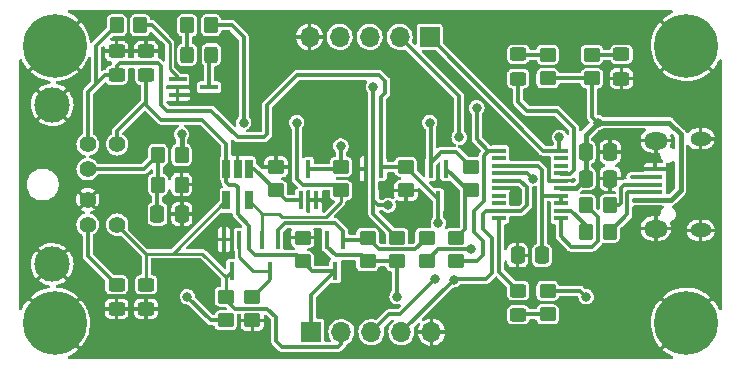
<source format=gbr>
%TF.GenerationSoftware,KiCad,Pcbnew,(6.0.7)*%
%TF.CreationDate,2023-04-12T13:22:55-04:00*%
%TF.ProjectId,minirib-usb,6d696e69-7269-4622-9d75-73622e6b6963,E*%
%TF.SameCoordinates,Original*%
%TF.FileFunction,Copper,L1,Top*%
%TF.FilePolarity,Positive*%
%FSLAX46Y46*%
G04 Gerber Fmt 4.6, Leading zero omitted, Abs format (unit mm)*
G04 Created by KiCad (PCBNEW (6.0.7)) date 2023-04-12 13:22:55*
%MOMM*%
%LPD*%
G01*
G04 APERTURE LIST*
G04 Aperture macros list*
%AMRoundRect*
0 Rectangle with rounded corners*
0 $1 Rounding radius*
0 $2 $3 $4 $5 $6 $7 $8 $9 X,Y pos of 4 corners*
0 Add a 4 corners polygon primitive as box body*
4,1,4,$2,$3,$4,$5,$6,$7,$8,$9,$2,$3,0*
0 Add four circle primitives for the rounded corners*
1,1,$1+$1,$2,$3*
1,1,$1+$1,$4,$5*
1,1,$1+$1,$6,$7*
1,1,$1+$1,$8,$9*
0 Add four rect primitives between the rounded corners*
20,1,$1+$1,$2,$3,$4,$5,0*
20,1,$1+$1,$4,$5,$6,$7,0*
20,1,$1+$1,$6,$7,$8,$9,0*
20,1,$1+$1,$8,$9,$2,$3,0*%
G04 Aperture macros list end*
%TA.AperFunction,SMDPad,CuDef*%
%ADD10RoundRect,0.250000X0.450000X-0.350000X0.450000X0.350000X-0.450000X0.350000X-0.450000X-0.350000X0*%
%TD*%
%TA.AperFunction,ConnectorPad*%
%ADD11C,5.400000*%
%TD*%
%TA.AperFunction,ComponentPad*%
%ADD12C,3.100000*%
%TD*%
%TA.AperFunction,SMDPad,CuDef*%
%ADD13RoundRect,0.250000X-0.450000X0.325000X-0.450000X-0.325000X0.450000X-0.325000X0.450000X0.325000X0*%
%TD*%
%TA.AperFunction,SMDPad,CuDef*%
%ADD14R,1.300000X0.450000*%
%TD*%
%TA.AperFunction,ComponentPad*%
%ADD15O,1.800000X1.150000*%
%TD*%
%TA.AperFunction,ComponentPad*%
%ADD16O,2.000000X1.450000*%
%TD*%
%TA.AperFunction,SMDPad,CuDef*%
%ADD17RoundRect,0.250000X-0.450000X0.350000X-0.450000X-0.350000X0.450000X-0.350000X0.450000X0.350000X0*%
%TD*%
%TA.AperFunction,ComponentPad*%
%ADD18R,1.700000X1.700000*%
%TD*%
%TA.AperFunction,ComponentPad*%
%ADD19O,1.700000X1.700000*%
%TD*%
%TA.AperFunction,SMDPad,CuDef*%
%ADD20RoundRect,0.250000X-0.350000X-0.450000X0.350000X-0.450000X0.350000X0.450000X-0.350000X0.450000X0*%
%TD*%
%TA.AperFunction,SMDPad,CuDef*%
%ADD21RoundRect,0.250000X0.450000X-0.325000X0.450000X0.325000X-0.450000X0.325000X-0.450000X-0.325000X0*%
%TD*%
%TA.AperFunction,SMDPad,CuDef*%
%ADD22R,0.650000X1.560000*%
%TD*%
%TA.AperFunction,SMDPad,CuDef*%
%ADD23R,0.450000X1.500000*%
%TD*%
%TA.AperFunction,SMDPad,CuDef*%
%ADD24RoundRect,0.250000X0.337500X0.475000X-0.337500X0.475000X-0.337500X-0.475000X0.337500X-0.475000X0*%
%TD*%
%TA.AperFunction,SMDPad,CuDef*%
%ADD25RoundRect,0.250000X0.350000X0.450000X-0.350000X0.450000X-0.350000X-0.450000X0.350000X-0.450000X0*%
%TD*%
%TA.AperFunction,SMDPad,CuDef*%
%ADD26RoundRect,0.250000X0.325000X0.450000X-0.325000X0.450000X-0.325000X-0.450000X0.325000X-0.450000X0*%
%TD*%
%TA.AperFunction,SMDPad,CuDef*%
%ADD27RoundRect,0.250000X-0.337500X-0.475000X0.337500X-0.475000X0.337500X0.475000X-0.337500X0.475000X0*%
%TD*%
%TA.AperFunction,SMDPad,CuDef*%
%ADD28R,1.200000X0.400000*%
%TD*%
%TA.AperFunction,SMDPad,CuDef*%
%ADD29R,1.500000X0.450000*%
%TD*%
%TA.AperFunction,ComponentPad*%
%ADD30C,1.400000*%
%TD*%
%TA.AperFunction,ComponentPad*%
%ADD31C,3.000000*%
%TD*%
%TA.AperFunction,ViaPad*%
%ADD32C,0.800000*%
%TD*%
%TA.AperFunction,Conductor*%
%ADD33C,0.350000*%
%TD*%
%TA.AperFunction,Conductor*%
%ADD34C,0.450000*%
%TD*%
%TA.AperFunction,Conductor*%
%ADD35C,0.250000*%
%TD*%
G04 APERTURE END LIST*
D10*
%TO.P,R20,1*%
%TO.N,~{DTR}*%
X137250000Y-111500000D03*
%TO.P,R20,2*%
%TO.N,Net-(Q4-Pad1)*%
X137250000Y-109500000D03*
%TD*%
%TO.P,R19,1*%
%TO.N,TXD*%
X134750000Y-111500000D03*
%TO.P,R19,2*%
%TO.N,Net-(Q1-Pad1)*%
X134750000Y-109500000D03*
%TD*%
%TO.P,R10,1*%
%TO.N,GND*%
X133000000Y-105500000D03*
%TO.P,R10,2*%
%TO.N,~{BUSY}*%
X133000000Y-103500000D03*
%TD*%
D11*
%TO.P,H4,1,1*%
%TO.N,GND*%
X103250000Y-116750000D03*
D12*
X103250000Y-116750000D03*
%TD*%
%TO.P,H1,1,1*%
%TO.N,GND*%
X156750000Y-93250000D03*
D11*
X156750000Y-93250000D03*
%TD*%
D12*
%TO.P,H2,1,1*%
%TO.N,GND*%
X156750000Y-116750000D03*
D11*
X156750000Y-116750000D03*
%TD*%
D13*
%TO.P,D3,1,A1*%
%TO.N,BUSY*%
X108500000Y-113475000D03*
%TO.P,D3,2,A2*%
%TO.N,GND*%
X108500000Y-115525000D03*
%TD*%
D14*
%TO.P,J1,1,VBUS*%
%TO.N,+5V*%
X154100000Y-106300000D03*
%TO.P,J1,2,D-*%
%TO.N,Net-(J1-Pad2)*%
X154100000Y-105650000D03*
%TO.P,J1,3,D+*%
%TO.N,Net-(J1-Pad3)*%
X154100000Y-105000000D03*
%TO.P,J1,4,ID*%
%TO.N,unconnected-(J1-Pad4)*%
X154100000Y-104350000D03*
%TO.P,J1,5,GND*%
%TO.N,GND*%
X154100000Y-103700000D03*
D15*
%TO.P,J1,6,Shield*%
X157950000Y-101125000D03*
D16*
X154150000Y-101275000D03*
D15*
X157950000Y-108875000D03*
D16*
X154150000Y-108725000D03*
%TD*%
D17*
%TO.P,R3,1*%
%TO.N,Net-(Q1-Pad1)*%
X129750000Y-109500000D03*
%TO.P,R3,2*%
%TO.N,+5V*%
X129750000Y-111500000D03*
%TD*%
D18*
%TO.P,J4,1,Pin_1*%
%TO.N,BUS-*%
X125000000Y-117500000D03*
D19*
%TO.P,J4,2,Pin_2*%
%TO.N,BUS+*%
X127540000Y-117500000D03*
%TO.P,J4,3,Pin_3*%
%TO.N,~{BUSY}*%
X130080000Y-117500000D03*
%TO.P,J4,4,Pin_4*%
%TO.N,BUSY*%
X132620000Y-117500000D03*
%TO.P,J4,5,Pin_5*%
%TO.N,GND*%
X135160000Y-117500000D03*
%TD*%
D20*
%TO.P,R1,1*%
%TO.N,Net-(R1-Pad1)*%
X148255000Y-106750000D03*
%TO.P,R1,2*%
%TO.N,Net-(J1-Pad3)*%
X150255000Y-106750000D03*
%TD*%
%TO.P,R14,1*%
%TO.N,Net-(D6-Pad2)*%
X114500000Y-91500000D03*
%TO.P,R14,2*%
%TO.N,+5V*%
X116500000Y-91500000D03*
%TD*%
D21*
%TO.P,D7,1,K*%
%TO.N,~{TXLED}*%
X142500000Y-96025000D03*
%TO.P,D7,2,A*%
%TO.N,Net-(D7-Pad2)*%
X142500000Y-93975000D03*
%TD*%
D22*
%TO.P,U2,1*%
%TO.N,Net-(Q7-Pad1)*%
X119700000Y-103650000D03*
%TO.P,U2,2,V-*%
%TO.N,GND*%
X118750000Y-103650000D03*
%TO.P,U2,3,+*%
%TO.N,BUS-*%
X117800000Y-103650000D03*
%TO.P,U2,4,-*%
%TO.N,BUS+*%
X117800000Y-106350000D03*
%TO.P,U2,5,V+*%
%TO.N,+5V*%
X119700000Y-106350000D03*
%TD*%
D20*
%TO.P,R13,1*%
%TO.N,~{BUSY}*%
X108500000Y-91500000D03*
%TO.P,R13,2*%
%TO.N,Net-(Q6-Pad1)*%
X110500000Y-91500000D03*
%TD*%
D23*
%TO.P,Q2,1,G*%
%TO.N,Net-(Q1-Pad1)*%
X122150000Y-109670000D03*
%TO.P,Q2,2,S*%
%TO.N,+5V*%
X120850000Y-109670000D03*
%TO.P,Q2,3,D*%
%TO.N,Net-(Q2-Pad3)*%
X121500000Y-112330000D03*
%TD*%
D13*
%TO.P,D4,1,A1*%
%TO.N,BUS+*%
X111000000Y-113475000D03*
%TO.P,D4,2,A2*%
%TO.N,GND*%
X111000000Y-115525000D03*
%TD*%
D24*
%TO.P,C2,1*%
%TO.N,Net-(C2-Pad1)*%
X144537500Y-111000000D03*
%TO.P,C2,2*%
%TO.N,GND*%
X142462500Y-111000000D03*
%TD*%
D10*
%TO.P,R15,1*%
%TO.N,Net-(Q7-Pad1)*%
X122000000Y-105500000D03*
%TO.P,R15,2*%
%TO.N,GND*%
X122000000Y-103500000D03*
%TD*%
D20*
%TO.P,R7,1*%
%TO.N,BIAS*%
X112000000Y-105000000D03*
%TO.P,R7,2*%
%TO.N,GND*%
X114000000Y-105000000D03*
%TD*%
D25*
%TO.P,R6,1*%
%TO.N,+5V*%
X114000000Y-102500000D03*
%TO.P,R6,2*%
%TO.N,BIAS*%
X112000000Y-102500000D03*
%TD*%
D10*
%TO.P,R5,1*%
%TO.N,+5V*%
X117750000Y-116500000D03*
%TO.P,R5,2*%
%TO.N,BUS+*%
X117750000Y-114500000D03*
%TD*%
D26*
%TO.P,D6,1,K*%
%TO.N,Net-(D6-Pad1)*%
X116525000Y-94000000D03*
%TO.P,D6,2,A*%
%TO.N,Net-(D6-Pad2)*%
X114475000Y-94000000D03*
%TD*%
D17*
%TO.P,R12,1*%
%TO.N,Net-(D5-Pad2)*%
X148750000Y-94000000D03*
%TO.P,R12,2*%
%TO.N,+5V*%
X148750000Y-96000000D03*
%TD*%
D12*
%TO.P,H3,1,1*%
%TO.N,GND*%
X103250000Y-93250000D03*
D11*
X103250000Y-93250000D03*
%TD*%
D17*
%TO.P,R16,1*%
%TO.N,RXD*%
X127500000Y-103500000D03*
%TO.P,R16,2*%
%TO.N,+5V*%
X127500000Y-105500000D03*
%TD*%
D27*
%TO.P,C3,1*%
%TO.N,BIAS*%
X111962500Y-107500000D03*
%TO.P,C3,2*%
%TO.N,GND*%
X114037500Y-107500000D03*
%TD*%
D25*
%TO.P,R2,1*%
%TO.N,Net-(J1-Pad2)*%
X150250000Y-109000000D03*
%TO.P,R2,2*%
%TO.N,Net-(R2-Pad2)*%
X148250000Y-109000000D03*
%TD*%
D10*
%TO.P,R11,1*%
%TO.N,+5V*%
X132250000Y-111500000D03*
%TO.P,R11,2*%
%TO.N,BUSY*%
X132250000Y-109500000D03*
%TD*%
%TO.P,R18,1*%
%TO.N,Net-(D8-Pad2)*%
X145000000Y-116000000D03*
%TO.P,R18,2*%
%TO.N,+5V*%
X145000000Y-114000000D03*
%TD*%
D23*
%TO.P,Q3,1,G*%
%TO.N,Net-(Q2-Pad3)*%
X118900000Y-109670000D03*
%TO.P,Q3,2,S*%
%TO.N,GND*%
X117600000Y-109670000D03*
%TO.P,Q3,3,D*%
%TO.N,BUS+*%
X118250000Y-112330000D03*
%TD*%
D24*
%TO.P,C1,1*%
%TO.N,GND*%
X150292500Y-104500000D03*
%TO.P,C1,2*%
%TO.N,+5V*%
X148217500Y-104500000D03*
%TD*%
D18*
%TO.P,J3,1,Pin_1*%
%TO.N,TXD*%
X135000000Y-92500000D03*
D19*
%TO.P,J3,2,Pin_2*%
%TO.N,RXD*%
X132460000Y-92500000D03*
%TO.P,J3,3,Pin_3*%
%TO.N,BUSY*%
X129920000Y-92500000D03*
%TO.P,J3,4,Pin_4*%
%TO.N,~{DTR}*%
X127380000Y-92500000D03*
%TO.P,J3,5,Pin_5*%
%TO.N,GND*%
X124840000Y-92500000D03*
%TD*%
D23*
%TO.P,Q1,1,G*%
%TO.N,Net-(Q1-Pad1)*%
X127650000Y-109670000D03*
%TO.P,Q1,2,S*%
%TO.N,+5V*%
X126350000Y-109670000D03*
%TO.P,Q1,3,D*%
%TO.N,BUS-*%
X127000000Y-112330000D03*
%TD*%
D17*
%TO.P,R17,1*%
%TO.N,Net-(D7-Pad2)*%
X145000000Y-94000000D03*
%TO.P,R17,2*%
%TO.N,+5V*%
X145000000Y-96000000D03*
%TD*%
D28*
%TO.P,U1,1,~{DTR}*%
%TO.N,~{DTR}*%
X140900000Y-102137500D03*
%TO.P,U1,2,~{RTS}*%
%TO.N,unconnected-(U1-Pad2)*%
X140900000Y-102772500D03*
%TO.P,U1,3,VCCIO*%
%TO.N,Net-(C2-Pad1)*%
X140900000Y-103407500D03*
%TO.P,U1,4,RXD*%
%TO.N,RXD*%
X140900000Y-104042500D03*
%TO.P,U1,5,~{RI}*%
%TO.N,BUSY*%
X140900000Y-104677500D03*
%TO.P,U1,6,GND*%
%TO.N,GND*%
X140900000Y-105312500D03*
%TO.P,U1,7,~{DSR}*%
%TO.N,unconnected-(U1-Pad7)*%
X140900000Y-105947500D03*
%TO.P,U1,8,~{DCD}*%
%TO.N,unconnected-(U1-Pad8)*%
X140900000Y-106582500D03*
%TO.P,U1,9,~{CTS}*%
%TO.N,BUSY*%
X140900000Y-107217500D03*
%TO.P,U1,10,CBUS2*%
%TO.N,~{RXLED}*%
X140900000Y-107852500D03*
%TO.P,U1,11,USBDP*%
%TO.N,Net-(R1-Pad1)*%
X146100000Y-107852500D03*
%TO.P,U1,12,USBDM*%
%TO.N,Net-(R2-Pad2)*%
X146100000Y-107217500D03*
%TO.P,U1,13,3V3OUT*%
%TO.N,Net-(C2-Pad1)*%
X146100000Y-106582500D03*
%TO.P,U1,14,~{RESET}*%
X146100000Y-105947500D03*
%TO.P,U1,15,VCC*%
%TO.N,+5V*%
X146100000Y-105312500D03*
%TO.P,U1,16,GND*%
%TO.N,GND*%
X146100000Y-104677500D03*
%TO.P,U1,17,CBUS1*%
%TO.N,~{TXLED}*%
X146100000Y-104042500D03*
%TO.P,U1,18,CBUS0*%
%TO.N,unconnected-(U1-Pad18)*%
X146100000Y-103407500D03*
%TO.P,U1,19,CBUS3*%
%TO.N,unconnected-(U1-Pad19)*%
X146100000Y-102772500D03*
%TO.P,U1,20,TXD*%
%TO.N,TXD*%
X146100000Y-102137500D03*
%TD*%
D21*
%TO.P,D2,1,A1*%
%TO.N,~{BUSY}*%
X108500000Y-95750000D03*
%TO.P,D2,2,A2*%
%TO.N,GND*%
X108500000Y-93700000D03*
%TD*%
D29*
%TO.P,Q6,1,G*%
%TO.N,Net-(Q6-Pad1)*%
X113670000Y-96100000D03*
%TO.P,Q6,2,S*%
%TO.N,GND*%
X113670000Y-97400000D03*
%TO.P,Q6,3,D*%
%TO.N,Net-(D6-Pad1)*%
X116330000Y-96750000D03*
%TD*%
D23*
%TO.P,Q4,1,G*%
%TO.N,Net-(Q4-Pad1)*%
X136400000Y-103670000D03*
%TO.P,Q4,2,S*%
%TO.N,+5V*%
X135100000Y-103670000D03*
%TO.P,Q4,3,D*%
%TO.N,~{BUSY}*%
X135750000Y-106330000D03*
%TD*%
%TO.P,Q5,1,G*%
%TO.N,~{BUSY}*%
X130900000Y-103670000D03*
%TO.P,Q5,2,S*%
%TO.N,GND*%
X129600000Y-103670000D03*
%TO.P,Q5,3,D*%
%TO.N,BUSY*%
X130250000Y-106330000D03*
%TD*%
D21*
%TO.P,D1,1,A1*%
%TO.N,BUS-*%
X111000000Y-95750000D03*
%TO.P,D1,2,A2*%
%TO.N,GND*%
X111000000Y-93700000D03*
%TD*%
D24*
%TO.P,C4,1*%
%TO.N,GND*%
X150292500Y-102250000D03*
%TO.P,C4,2*%
%TO.N,+5V*%
X148217500Y-102250000D03*
%TD*%
D21*
%TO.P,D5,1,K*%
%TO.N,GND*%
X151250000Y-96025000D03*
%TO.P,D5,2,A*%
%TO.N,Net-(D5-Pad2)*%
X151250000Y-93975000D03*
%TD*%
D23*
%TO.P,Q7,1,G*%
%TO.N,Net-(Q7-Pad1)*%
X124100000Y-106330000D03*
%TO.P,Q7,2,S*%
%TO.N,GND*%
X125400000Y-106330000D03*
%TO.P,Q7,3,D*%
%TO.N,RXD*%
X124750000Y-103670000D03*
%TD*%
D10*
%TO.P,R9,1*%
%TO.N,Net-(Q4-Pad1)*%
X138500000Y-105500000D03*
%TO.P,R9,2*%
%TO.N,+5V*%
X138500000Y-103500000D03*
%TD*%
%TO.P,R4,1*%
%TO.N,GND*%
X120000000Y-116500000D03*
%TO.P,R4,2*%
%TO.N,Net-(Q2-Pad3)*%
X120000000Y-114500000D03*
%TD*%
D13*
%TO.P,D8,1,K*%
%TO.N,~{RXLED}*%
X142500000Y-113975000D03*
%TO.P,D8,2,A*%
%TO.N,Net-(D8-Pad2)*%
X142500000Y-116025000D03*
%TD*%
D30*
%TO.P,J2,1*%
%TO.N,GND*%
X106050000Y-106300000D03*
%TO.P,J2,2*%
%TO.N,BIAS*%
X106050000Y-103700000D03*
%TO.P,J2,3*%
%TO.N,BUSY*%
X106050000Y-108400000D03*
%TO.P,J2,4*%
%TO.N,~{BUSY}*%
X106050000Y-101600000D03*
%TO.P,J2,5*%
%TO.N,BUS+*%
X108550000Y-108400000D03*
%TO.P,J2,6*%
%TO.N,BUS-*%
X108550000Y-101600000D03*
D31*
%TO.P,J2,SH*%
%TO.N,GND*%
X103050000Y-111750000D03*
X103050000Y-98250000D03*
%TD*%
D17*
%TO.P,R8,1*%
%TO.N,GND*%
X124250000Y-109500000D03*
%TO.P,R8,2*%
%TO.N,BUS-*%
X124250000Y-111500000D03*
%TD*%
D32*
%TO.N,BUSY*%
X131500000Y-106750000D03*
X137060000Y-113060000D03*
%TO.N,~{DTR}*%
X139000000Y-98500000D03*
%TO.N,TXD*%
X138500000Y-110500000D03*
%TO.N,GND*%
X137000000Y-108000000D03*
X128250000Y-108000000D03*
X116000000Y-103750000D03*
X123000000Y-98250000D03*
X120500000Y-94000000D03*
X120500000Y-92750000D03*
X108000000Y-106750000D03*
X132500000Y-96500000D03*
X116250000Y-109750000D03*
X137750000Y-91750000D03*
X142250000Y-108750000D03*
X116000000Y-106250000D03*
X109250000Y-106750000D03*
X134250000Y-108000000D03*
X121750000Y-95250000D03*
X124250000Y-97000000D03*
X129250000Y-107000000D03*
X142250000Y-106000000D03*
X143500000Y-108750000D03*
X140250000Y-91750000D03*
X139000000Y-93000000D03*
X120500000Y-95250000D03*
X133750000Y-96500000D03*
X126250000Y-106500000D03*
X109250000Y-105500000D03*
X125500000Y-97000000D03*
X120500000Y-91500000D03*
X125500000Y-98250000D03*
X125750000Y-111250000D03*
X129250000Y-102000000D03*
X132500000Y-95250000D03*
X132750000Y-108000000D03*
X140250000Y-94250000D03*
X120500000Y-96500000D03*
X121750000Y-94000000D03*
X140250000Y-93000000D03*
X124250000Y-98250000D03*
X108000000Y-105500000D03*
X139000000Y-91750000D03*
X142500000Y-102500000D03*
X126750000Y-98250000D03*
%TO.N,+5V*%
X148250000Y-114500000D03*
X123750000Y-99750000D03*
X132250000Y-114500000D03*
X135000000Y-99750000D03*
X119250000Y-99750000D03*
X114000000Y-100750000D03*
X114500000Y-114500000D03*
X149250000Y-99750000D03*
%TO.N,TXD*%
X146000000Y-101000000D03*
%TO.N,RXD*%
X143750000Y-104500000D03*
X137500000Y-101000000D03*
X127500000Y-101750000D03*
%TO.N,~{BUSY}*%
X135750000Y-108250000D03*
X135500000Y-113000000D03*
%TO.N,BUSY*%
X130250000Y-96750000D03*
%TD*%
D33*
%TO.N,BUSY*%
X130670000Y-106750000D02*
X130250000Y-106330000D01*
X131500000Y-106750000D02*
X130670000Y-106750000D01*
X137060000Y-113060000D02*
X137120000Y-113000000D01*
%TO.N,~{DTR}*%
X139000000Y-98500000D02*
X139000000Y-101152500D01*
X139000000Y-101152500D02*
X139985000Y-102137500D01*
X139985000Y-102137500D02*
X140900000Y-102137500D01*
X139575000Y-102547500D02*
X139985000Y-102137500D01*
X139575000Y-106425000D02*
X139575000Y-102547500D01*
X138750000Y-107250000D02*
X139575000Y-106425000D01*
X138750000Y-109000000D02*
X138750000Y-107250000D01*
X139500000Y-109750000D02*
X138750000Y-109000000D01*
X139500000Y-111000000D02*
X139500000Y-109750000D01*
X139000000Y-111500000D02*
X139500000Y-111000000D01*
X137250000Y-111500000D02*
X139000000Y-111500000D01*
%TO.N,Net-(Q4-Pad1)*%
X138000000Y-108750000D02*
X138000000Y-106000000D01*
X138000000Y-106000000D02*
X138500000Y-105500000D01*
X137250000Y-109500000D02*
X138000000Y-108750000D01*
X138230000Y-105500000D02*
X136400000Y-103670000D01*
X138500000Y-105500000D02*
X138230000Y-105500000D01*
%TO.N,+5V*%
X135100000Y-103150000D02*
X135100000Y-103670000D01*
X136000000Y-102250000D02*
X135100000Y-103150000D01*
X137250000Y-102250000D02*
X136000000Y-102250000D01*
X138500000Y-103500000D02*
X137250000Y-102250000D01*
%TO.N,BUSY*%
X139500000Y-108750000D02*
X139500000Y-107500000D01*
X139500000Y-107500000D02*
X139782500Y-107217500D01*
X139782500Y-107217500D02*
X140900000Y-107217500D01*
X140250000Y-112500000D02*
X140250000Y-109500000D01*
X140250000Y-109500000D02*
X139500000Y-108750000D01*
X139750000Y-113000000D02*
X140250000Y-112500000D01*
X137120000Y-113000000D02*
X139750000Y-113000000D01*
X132620000Y-117500000D02*
X137060000Y-113060000D01*
%TO.N,TXD*%
X138500000Y-110500000D02*
X135750000Y-110500000D01*
X134750000Y-111500000D02*
X135750000Y-110500000D01*
%TO.N,Net-(Q1-Pad1)*%
X133750000Y-110500000D02*
X134750000Y-109500000D01*
X130750000Y-110500000D02*
X133750000Y-110500000D01*
X129750000Y-109500000D02*
X130750000Y-110500000D01*
%TO.N,GND*%
X145087500Y-104615000D02*
X145087500Y-103559682D01*
X146100000Y-104677500D02*
X145150000Y-104677500D01*
X154100000Y-103700000D02*
X152200000Y-103700000D01*
X145150000Y-104677500D02*
X145087500Y-104615000D01*
X145087500Y-103559682D02*
X144027818Y-102500000D01*
X144027818Y-102500000D02*
X142500000Y-102500000D01*
D34*
%TO.N,+5V*%
X148217500Y-100782500D02*
X148217500Y-102250000D01*
D35*
X126250000Y-107750000D02*
X127500000Y-106500000D01*
D33*
X148750000Y-96000000D02*
X148750000Y-99250000D01*
D34*
X146100000Y-105312500D02*
X147405000Y-105312500D01*
D33*
X135100000Y-99850000D02*
X135000000Y-99750000D01*
X126350000Y-109670000D02*
X126350000Y-110305000D01*
X119250000Y-92500000D02*
X119250000Y-99750000D01*
D34*
X114000000Y-100750000D02*
X114000000Y-102500000D01*
D33*
X123750000Y-104500000D02*
X123750000Y-99750000D01*
X148750000Y-96000000D02*
X145000000Y-96000000D01*
D34*
X154100000Y-106300000D02*
X155450000Y-106300000D01*
D35*
X120850000Y-107500000D02*
X122250000Y-107500000D01*
D34*
X147405000Y-105312500D02*
X148217500Y-104500000D01*
D33*
X145000000Y-114000000D02*
X147750000Y-114000000D01*
X117750000Y-116500000D02*
X116500000Y-116500000D01*
D34*
X155250000Y-99750000D02*
X149250000Y-99750000D01*
X152350000Y-106300000D02*
X154100000Y-106300000D01*
D35*
X122500000Y-107750000D02*
X126250000Y-107750000D01*
D34*
X156250000Y-100750000D02*
X155250000Y-99750000D01*
D33*
X127000000Y-105000000D02*
X124250000Y-105000000D01*
X148750000Y-99250000D02*
X149250000Y-99750000D01*
X127045000Y-111000000D02*
X129250000Y-111000000D01*
X116500000Y-91500000D02*
X118250000Y-91500000D01*
D35*
X120850000Y-109670000D02*
X120850000Y-107500000D01*
D34*
X156250000Y-105500000D02*
X156250000Y-100750000D01*
D33*
X116500000Y-116500000D02*
X114500000Y-114500000D01*
X132250000Y-111500000D02*
X129750000Y-111500000D01*
D35*
X122250000Y-107500000D02*
X122500000Y-107750000D01*
X127500000Y-106500000D02*
X127500000Y-105500000D01*
D33*
X126350000Y-110305000D02*
X127045000Y-111000000D01*
D34*
X148217500Y-104500000D02*
X148217500Y-102250000D01*
X155450000Y-106300000D02*
X156250000Y-105500000D01*
D33*
X127500000Y-105500000D02*
X127000000Y-105000000D01*
D35*
X120850000Y-107500000D02*
X119700000Y-106350000D01*
D33*
X129250000Y-111000000D02*
X129750000Y-111500000D01*
X147750000Y-114000000D02*
X148250000Y-114500000D01*
D34*
X149250000Y-99750000D02*
X148217500Y-100782500D01*
D33*
X132250000Y-111500000D02*
X132250000Y-114500000D01*
X118250000Y-91500000D02*
X119250000Y-92500000D01*
X124250000Y-105000000D02*
X123750000Y-104500000D01*
X135100000Y-103670000D02*
X135100000Y-99850000D01*
%TO.N,Net-(C2-Pad1)*%
X146100000Y-106582500D02*
X146100000Y-105947500D01*
X144537500Y-103787500D02*
X144537500Y-106107500D01*
X140900000Y-103407500D02*
X144157500Y-103407500D01*
X144537500Y-111000000D02*
X144537500Y-106107500D01*
X144697500Y-105947500D02*
X146100000Y-105947500D01*
X144537500Y-106107500D02*
X144697500Y-105947500D01*
X144157500Y-103407500D02*
X144537500Y-103787500D01*
%TO.N,BIAS*%
X111962500Y-105037500D02*
X112000000Y-105000000D01*
X110800000Y-103700000D02*
X112000000Y-102500000D01*
X106050000Y-103700000D02*
X110800000Y-103700000D01*
X111962500Y-107500000D02*
X111962500Y-105037500D01*
X112000000Y-105000000D02*
X112000000Y-102500000D01*
%TO.N,Net-(Q1-Pad1)*%
X127650000Y-109670000D02*
X127650000Y-108900000D01*
X127650000Y-108900000D02*
X127000000Y-108250000D01*
X122150000Y-108850000D02*
X122150000Y-109670000D01*
%TO.N,TXD*%
X144637500Y-102137500D02*
X135000000Y-92500000D01*
%TO.N,Net-(Q1-Pad1)*%
X127000000Y-108250000D02*
X122750000Y-108250000D01*
%TO.N,TXD*%
X146100000Y-102137500D02*
X144637500Y-102137500D01*
X146000000Y-101000000D02*
X146000000Y-102037500D01*
%TO.N,Net-(Q1-Pad1)*%
X129580000Y-109670000D02*
X129750000Y-109500000D01*
X122750000Y-108250000D02*
X122150000Y-108850000D01*
X127650000Y-109670000D02*
X129580000Y-109670000D01*
%TO.N,TXD*%
X146000000Y-102037500D02*
X146100000Y-102137500D01*
%TO.N,Net-(D5-Pad2)*%
X148750000Y-94000000D02*
X151225000Y-94000000D01*
X151225000Y-94000000D02*
X151250000Y-93975000D01*
%TO.N,RXD*%
X137500000Y-97540000D02*
X137500000Y-101000000D01*
X132460000Y-92500000D02*
X137500000Y-97540000D01*
X124750000Y-103670000D02*
X127330000Y-103670000D01*
X127500000Y-103500000D02*
X127500000Y-101750000D01*
X127330000Y-103670000D02*
X127500000Y-103500000D01*
X140900000Y-104042500D02*
X143292500Y-104042500D01*
X143292500Y-104042500D02*
X143750000Y-104500000D01*
%TO.N,Net-(D6-Pad2)*%
X114475000Y-94000000D02*
X114475000Y-91525000D01*
X114475000Y-91525000D02*
X114500000Y-91500000D01*
%TO.N,BUS-*%
X111000000Y-98000000D02*
X111000000Y-95750000D01*
X112250000Y-99500000D02*
X111000000Y-98250000D01*
X118750000Y-107500000D02*
X119750000Y-108500000D01*
X125000000Y-114330000D02*
X127000000Y-112330000D01*
X118500000Y-105000000D02*
X118750000Y-105250000D01*
X111000000Y-98250000D02*
X111000000Y-98000000D01*
X120250000Y-111000000D02*
X123750000Y-111000000D01*
X123750000Y-111000000D02*
X124250000Y-111500000D01*
X125080000Y-112330000D02*
X124250000Y-111500000D01*
X125000000Y-117500000D02*
X125000000Y-114330000D01*
X117800000Y-103650000D02*
X117800000Y-104780000D01*
X119750000Y-108500000D02*
X119750000Y-110500000D01*
X127000000Y-112330000D02*
X125080000Y-112330000D01*
X118750000Y-105250000D02*
X118750000Y-107500000D01*
X108550000Y-101600000D02*
X108550000Y-100450000D01*
X117800000Y-104780000D02*
X118020000Y-105000000D01*
X118020000Y-105000000D02*
X118500000Y-105000000D01*
X117800000Y-101550000D02*
X115750000Y-99500000D01*
X115750000Y-99500000D02*
X112250000Y-99500000D01*
X119750000Y-110500000D02*
X120250000Y-111000000D01*
X108550000Y-100450000D02*
X111000000Y-98000000D01*
X117800000Y-103650000D02*
X117800000Y-101550000D01*
%TO.N,~{BUSY}*%
X111975000Y-94725000D02*
X108750000Y-94725000D01*
X123750000Y-95750000D02*
X121250000Y-98250000D01*
X130900000Y-97600000D02*
X131250000Y-97250000D01*
X135750000Y-106250000D02*
X133000000Y-103500000D01*
X130080000Y-117500000D02*
X131580000Y-116000000D01*
X130900000Y-103670000D02*
X130900000Y-97600000D01*
X133000000Y-103500000D02*
X131070000Y-103500000D01*
X107500000Y-95750000D02*
X108500000Y-95750000D01*
X112250000Y-98250000D02*
X112250000Y-95000000D01*
X135750000Y-106330000D02*
X135750000Y-106250000D01*
X106050000Y-97200000D02*
X106750000Y-96500000D01*
X135750000Y-108250000D02*
X135750000Y-106330000D01*
X112750000Y-98750000D02*
X112250000Y-98250000D01*
X121000000Y-101000000D02*
X118750000Y-101000000D01*
X131580000Y-116000000D02*
X132500000Y-116000000D01*
X121250000Y-98250000D02*
X121250000Y-100750000D01*
X130750000Y-95750000D02*
X123750000Y-95750000D01*
X132500000Y-116000000D02*
X135500000Y-113000000D01*
X106050000Y-101600000D02*
X106050000Y-97200000D01*
X118750000Y-101000000D02*
X116500000Y-98750000D01*
X131250000Y-96250000D02*
X130750000Y-95750000D01*
X131250000Y-97250000D02*
X131250000Y-96250000D01*
X106750000Y-96500000D02*
X106750000Y-93250000D01*
X112250000Y-95000000D02*
X111975000Y-94725000D01*
X121250000Y-100750000D02*
X121000000Y-101000000D01*
X106750000Y-96500000D02*
X107500000Y-95750000D01*
X108500000Y-94975000D02*
X108500000Y-95750000D01*
X106750000Y-93250000D02*
X108500000Y-91500000D01*
X108750000Y-94725000D02*
X108500000Y-94975000D01*
X131070000Y-103500000D02*
X130900000Y-103670000D01*
X116500000Y-98750000D02*
X112750000Y-98750000D01*
%TO.N,BUSY*%
X143250000Y-105250000D02*
X142677500Y-104677500D01*
X142782500Y-107217500D02*
X143250000Y-106750000D01*
X142677500Y-104677500D02*
X140900000Y-104677500D01*
X132250000Y-109500000D02*
X130250000Y-107500000D01*
X140900000Y-107217500D02*
X142782500Y-107217500D01*
X143250000Y-106750000D02*
X143250000Y-105250000D01*
X106050000Y-108400000D02*
X106050000Y-111025000D01*
X130250000Y-107500000D02*
X130250000Y-106330000D01*
X130250000Y-106330000D02*
X130250000Y-96750000D01*
X106050000Y-111025000D02*
X108500000Y-113475000D01*
%TO.N,BUS+*%
X117750000Y-114750000D02*
X118500000Y-115500000D01*
X122000000Y-118250000D02*
X122500000Y-118750000D01*
D35*
X115770000Y-110850000D02*
X117750000Y-112830000D01*
X111000000Y-110850000D02*
X111000000Y-113475000D01*
D33*
X121250000Y-115500000D02*
X122000000Y-116250000D01*
X122500000Y-118750000D02*
X127250000Y-118750000D01*
D35*
X113300000Y-110850000D02*
X115770000Y-110850000D01*
D33*
X118500000Y-115500000D02*
X121250000Y-115500000D01*
D35*
X108550000Y-108400000D02*
X111000000Y-110850000D01*
X117750000Y-112830000D02*
X118250000Y-112330000D01*
X111000000Y-110850000D02*
X113300000Y-110850000D01*
X117750000Y-114500000D02*
X117750000Y-112830000D01*
D33*
X127540000Y-118460000D02*
X127540000Y-117500000D01*
X127250000Y-118750000D02*
X127540000Y-118460000D01*
D35*
X113300000Y-110850000D02*
X117800000Y-106350000D01*
D33*
X117750000Y-114500000D02*
X117750000Y-114750000D01*
X122000000Y-116250000D02*
X122000000Y-118250000D01*
%TO.N,Net-(D7-Pad2)*%
X145000000Y-94000000D02*
X142525000Y-94000000D01*
X142525000Y-94000000D02*
X142500000Y-93975000D01*
%TO.N,Net-(Q7-Pad1)*%
X120150000Y-103650000D02*
X122000000Y-105500000D01*
X119700000Y-103650000D02*
X120150000Y-103650000D01*
X122830000Y-106330000D02*
X122000000Y-105500000D01*
X124100000Y-106330000D02*
X122830000Y-106330000D01*
%TO.N,unconnected-(J1-Pad4)*%
X154100000Y-104350000D02*
X152100000Y-104350000D01*
%TO.N,Net-(J1-Pad2)*%
X150250000Y-109000000D02*
X151750000Y-107500000D01*
X151750000Y-107500000D02*
X151750000Y-105700000D01*
X151800000Y-105650000D02*
X152150000Y-105650000D01*
X154100000Y-105650000D02*
X152150000Y-105650000D01*
X152150000Y-105650000D02*
X152138909Y-105638909D01*
X151750000Y-105700000D02*
X151800000Y-105650000D01*
%TO.N,Net-(J1-Pad3)*%
X154100000Y-105000000D02*
X151500000Y-105000000D01*
X151000000Y-106750000D02*
X150255000Y-106750000D01*
X151200000Y-105300000D02*
X151200000Y-106550000D01*
X151200000Y-106550000D02*
X151000000Y-106750000D01*
X151500000Y-105000000D02*
X151200000Y-105300000D01*
%TO.N,Net-(D6-Pad1)*%
X116330000Y-94195000D02*
X116525000Y-94000000D01*
X116330000Y-96750000D02*
X116330000Y-94195000D01*
%TO.N,Net-(Q6-Pad1)*%
X110500000Y-91500000D02*
X111500000Y-91500000D01*
D35*
X113670000Y-95920000D02*
X113000000Y-95250000D01*
X113000000Y-93000000D02*
X112500000Y-92500000D01*
X113670000Y-96100000D02*
X113670000Y-95920000D01*
X113000000Y-95250000D02*
X113000000Y-93000000D01*
D33*
X111500000Y-91500000D02*
X112500000Y-92500000D01*
%TO.N,Net-(D8-Pad2)*%
X145000000Y-116000000D02*
X142525000Y-116000000D01*
X142525000Y-116000000D02*
X142500000Y-116025000D01*
%TO.N,Net-(R1-Pad1)*%
X147000000Y-110250000D02*
X146100000Y-109350000D01*
X149225000Y-107720000D02*
X149225000Y-109775000D01*
X149225000Y-109775000D02*
X148750000Y-110250000D01*
X148750000Y-110250000D02*
X147000000Y-110250000D01*
X148255000Y-106750000D02*
X149225000Y-107720000D01*
X146100000Y-109350000D02*
X146100000Y-107852500D01*
%TO.N,Net-(R2-Pad2)*%
X147015000Y-107217500D02*
X146100000Y-107217500D01*
X148250000Y-108452500D02*
X147015000Y-107217500D01*
X148250000Y-109000000D02*
X148250000Y-108452500D01*
%TO.N,~{TXLED}*%
X146897500Y-104102500D02*
X147250000Y-103750000D01*
X142500000Y-98000000D02*
X142500000Y-96025000D01*
X146102500Y-104102500D02*
X146897500Y-104102500D01*
X145750000Y-98750000D02*
X143250000Y-98750000D01*
X143250000Y-98750000D02*
X142500000Y-98000000D01*
X147250000Y-100250000D02*
X145750000Y-98750000D01*
X146100000Y-104100000D02*
X146102500Y-104102500D01*
X146100000Y-104042500D02*
X146100000Y-104100000D01*
X147250000Y-103750000D02*
X147250000Y-100250000D01*
%TO.N,~{RXLED}*%
X140900000Y-112375000D02*
X142500000Y-113975000D01*
X140900000Y-107852500D02*
X140900000Y-112375000D01*
D35*
%TO.N,Net-(Q2-Pad3)*%
X120000000Y-114500000D02*
X121500000Y-113000000D01*
X121500000Y-112330000D02*
X120080000Y-112330000D01*
X120080000Y-112330000D02*
X118900000Y-111150000D01*
X118900000Y-111150000D02*
X118900000Y-109670000D01*
X121500000Y-113000000D02*
X121500000Y-112330000D01*
%TD*%
%TA.AperFunction,Conductor*%
%TO.N,GND*%
G36*
X155581168Y-90270502D02*
G01*
X155627661Y-90324158D01*
X155637765Y-90394432D01*
X155608271Y-90459012D01*
X155567291Y-90490226D01*
X155305568Y-90615062D01*
X155299210Y-90618557D01*
X155012296Y-90798538D01*
X155006368Y-90802751D01*
X154745318Y-91011890D01*
X154739293Y-91023061D01*
X154739447Y-91025067D01*
X154743554Y-91031422D01*
X156737188Y-93025056D01*
X156751132Y-93032670D01*
X156752965Y-93032539D01*
X156759580Y-93028288D01*
X157891271Y-91896597D01*
X157953583Y-91862571D01*
X158024398Y-91867636D01*
X158069461Y-91896597D01*
X158103403Y-91930539D01*
X158137429Y-91992851D01*
X158132364Y-92063666D01*
X158103403Y-92108729D01*
X156974944Y-93237188D01*
X156967330Y-93251132D01*
X156967461Y-93252965D01*
X156971712Y-93259580D01*
X158963612Y-95251480D01*
X158976966Y-95258772D01*
X158986939Y-95251717D01*
X159160207Y-95044489D01*
X159164523Y-95038678D01*
X159350492Y-94755568D01*
X159354106Y-94749306D01*
X159506297Y-94446711D01*
X159507863Y-94443091D01*
X159553275Y-94388517D01*
X159620982Y-94367158D01*
X159689489Y-94385795D01*
X159737045Y-94438511D01*
X159749500Y-94493133D01*
X159749500Y-115518932D01*
X159729498Y-115587053D01*
X159675842Y-115633546D01*
X159605568Y-115643650D01*
X159540988Y-115614156D01*
X159507603Y-115568367D01*
X159443112Y-115417171D01*
X159439895Y-115410688D01*
X159272067Y-115116454D01*
X159268135Y-115110399D01*
X159067600Y-114837405D01*
X159062990Y-114831832D01*
X158987325Y-114750408D01*
X158973674Y-114742291D01*
X158973068Y-114742312D01*
X158964587Y-114747545D01*
X156974944Y-116737188D01*
X156967330Y-116751132D01*
X156967461Y-116752965D01*
X156971712Y-116759580D01*
X158103403Y-117891271D01*
X158137429Y-117953583D01*
X158132364Y-118024398D01*
X158103403Y-118069461D01*
X158069461Y-118103403D01*
X158007149Y-118137429D01*
X157936334Y-118132364D01*
X157891271Y-118103403D01*
X156762812Y-116974944D01*
X156748868Y-116967330D01*
X156747035Y-116967461D01*
X156740420Y-116971712D01*
X154750131Y-118962001D01*
X154742517Y-118975945D01*
X154742535Y-118976196D01*
X154748451Y-118984943D01*
X154856157Y-119082948D01*
X154861781Y-119087503D01*
X155136845Y-119285156D01*
X155142975Y-119289046D01*
X155438923Y-119453769D01*
X155445443Y-119456921D01*
X155566564Y-119507091D01*
X155621845Y-119551639D01*
X155644266Y-119619003D01*
X155626708Y-119687794D01*
X155574746Y-119736172D01*
X155518346Y-119749500D01*
X104481363Y-119749500D01*
X104413242Y-119729498D01*
X104366749Y-119675842D01*
X104356645Y-119605568D01*
X104386139Y-119540988D01*
X104430718Y-119508126D01*
X104610962Y-119429005D01*
X104617415Y-119425717D01*
X104909858Y-119254827D01*
X104915891Y-119250818D01*
X105186757Y-119047447D01*
X105192281Y-119042779D01*
X105250134Y-118987879D01*
X105258110Y-118974141D01*
X105258066Y-118973183D01*
X105253106Y-118965238D01*
X103262812Y-116974944D01*
X103248868Y-116967330D01*
X103247035Y-116967461D01*
X103240420Y-116971712D01*
X102108729Y-118103403D01*
X102046417Y-118137429D01*
X101975602Y-118132364D01*
X101930539Y-118103403D01*
X101896597Y-118069461D01*
X101862571Y-118007149D01*
X101867636Y-117936334D01*
X101896597Y-117891271D01*
X103025056Y-116762812D01*
X103031434Y-116751132D01*
X103467330Y-116751132D01*
X103467461Y-116752965D01*
X103471712Y-116759580D01*
X105463612Y-118751480D01*
X105476966Y-118758772D01*
X105486939Y-118751717D01*
X105660207Y-118544489D01*
X105664523Y-118538678D01*
X105850492Y-118255568D01*
X105854106Y-118249306D01*
X106006303Y-117946699D01*
X106009175Y-117940061D01*
X106125578Y-117621976D01*
X106127673Y-117615035D01*
X106206743Y-117285684D01*
X106208027Y-117278545D01*
X106248818Y-116941470D01*
X106249242Y-116935900D01*
X106254996Y-116752797D01*
X106254923Y-116747204D01*
X106235378Y-116408224D01*
X106234546Y-116401035D01*
X106176310Y-116067359D01*
X106174655Y-116060304D01*
X106123895Y-115888943D01*
X107500000Y-115888943D01*
X107500456Y-115896498D01*
X107509881Y-115974388D01*
X107513834Y-115989953D01*
X107563165Y-116114549D01*
X107571522Y-116129380D01*
X107652243Y-116235725D01*
X107664275Y-116247757D01*
X107770620Y-116328478D01*
X107785451Y-116336835D01*
X107910047Y-116386166D01*
X107925612Y-116390119D01*
X108003502Y-116399544D01*
X108011057Y-116400000D01*
X108331885Y-116400000D01*
X108347124Y-116395525D01*
X108348329Y-116394135D01*
X108350000Y-116386452D01*
X108350000Y-116381885D01*
X108650000Y-116381885D01*
X108654475Y-116397124D01*
X108655865Y-116398329D01*
X108663548Y-116400000D01*
X108988943Y-116400000D01*
X108996498Y-116399544D01*
X109074388Y-116390119D01*
X109089953Y-116386166D01*
X109214549Y-116336835D01*
X109229380Y-116328478D01*
X109335725Y-116247757D01*
X109347757Y-116235725D01*
X109428478Y-116129380D01*
X109436835Y-116114549D01*
X109486166Y-115989953D01*
X109490119Y-115974388D01*
X109499544Y-115896498D01*
X109500000Y-115888943D01*
X110000000Y-115888943D01*
X110000456Y-115896498D01*
X110009881Y-115974388D01*
X110013834Y-115989953D01*
X110063165Y-116114549D01*
X110071522Y-116129380D01*
X110152243Y-116235725D01*
X110164275Y-116247757D01*
X110270620Y-116328478D01*
X110285451Y-116336835D01*
X110410047Y-116386166D01*
X110425612Y-116390119D01*
X110503502Y-116399544D01*
X110511057Y-116400000D01*
X110831885Y-116400000D01*
X110847124Y-116395525D01*
X110848329Y-116394135D01*
X110850000Y-116386452D01*
X110850000Y-116381885D01*
X111150000Y-116381885D01*
X111154475Y-116397124D01*
X111155865Y-116398329D01*
X111163548Y-116400000D01*
X111488943Y-116400000D01*
X111496498Y-116399544D01*
X111574388Y-116390119D01*
X111589953Y-116386166D01*
X111714549Y-116336835D01*
X111729380Y-116328478D01*
X111835725Y-116247757D01*
X111847757Y-116235725D01*
X111928478Y-116129380D01*
X111936835Y-116114549D01*
X111986166Y-115989953D01*
X111990119Y-115974388D01*
X111999544Y-115896498D01*
X112000000Y-115888943D01*
X112000000Y-115693115D01*
X111995525Y-115677876D01*
X111994135Y-115676671D01*
X111986452Y-115675000D01*
X111168115Y-115675000D01*
X111152876Y-115679475D01*
X111151671Y-115680865D01*
X111150000Y-115688548D01*
X111150000Y-116381885D01*
X110850000Y-116381885D01*
X110850000Y-115693115D01*
X110845525Y-115677876D01*
X110844135Y-115676671D01*
X110836452Y-115675000D01*
X110018115Y-115675000D01*
X110002876Y-115679475D01*
X110001671Y-115680865D01*
X110000000Y-115688548D01*
X110000000Y-115888943D01*
X109500000Y-115888943D01*
X109500000Y-115693115D01*
X109495525Y-115677876D01*
X109494135Y-115676671D01*
X109486452Y-115675000D01*
X108668115Y-115675000D01*
X108652876Y-115679475D01*
X108651671Y-115680865D01*
X108650000Y-115688548D01*
X108650000Y-116381885D01*
X108350000Y-116381885D01*
X108350000Y-115693115D01*
X108345525Y-115677876D01*
X108344135Y-115676671D01*
X108336452Y-115675000D01*
X107518115Y-115675000D01*
X107502876Y-115679475D01*
X107501671Y-115680865D01*
X107500000Y-115688548D01*
X107500000Y-115888943D01*
X106123895Y-115888943D01*
X106078458Y-115735549D01*
X106076000Y-115728720D01*
X105943112Y-115417171D01*
X105939895Y-115410688D01*
X105909206Y-115356885D01*
X107500000Y-115356885D01*
X107504475Y-115372124D01*
X107505865Y-115373329D01*
X107513548Y-115375000D01*
X108331885Y-115375000D01*
X108347124Y-115370525D01*
X108348329Y-115369135D01*
X108350000Y-115361452D01*
X108350000Y-115356885D01*
X108650000Y-115356885D01*
X108654475Y-115372124D01*
X108655865Y-115373329D01*
X108663548Y-115375000D01*
X109481885Y-115375000D01*
X109497124Y-115370525D01*
X109498329Y-115369135D01*
X109500000Y-115361452D01*
X109500000Y-115356885D01*
X110000000Y-115356885D01*
X110004475Y-115372124D01*
X110005865Y-115373329D01*
X110013548Y-115375000D01*
X110831885Y-115375000D01*
X110847124Y-115370525D01*
X110848329Y-115369135D01*
X110850000Y-115361452D01*
X110850000Y-115356885D01*
X111150000Y-115356885D01*
X111154475Y-115372124D01*
X111155865Y-115373329D01*
X111163548Y-115375000D01*
X111981885Y-115375000D01*
X111997124Y-115370525D01*
X111998329Y-115369135D01*
X112000000Y-115361452D01*
X112000000Y-115161057D01*
X111999544Y-115153502D01*
X111990119Y-115075612D01*
X111986166Y-115060047D01*
X111936835Y-114935451D01*
X111928478Y-114920620D01*
X111847757Y-114814275D01*
X111835725Y-114802243D01*
X111729380Y-114721522D01*
X111714549Y-114713165D01*
X111589953Y-114663834D01*
X111574388Y-114659881D01*
X111496498Y-114650456D01*
X111488943Y-114650000D01*
X111168115Y-114650000D01*
X111152876Y-114654475D01*
X111151671Y-114655865D01*
X111150000Y-114663548D01*
X111150000Y-115356885D01*
X110850000Y-115356885D01*
X110850000Y-114668115D01*
X110845525Y-114652876D01*
X110844135Y-114651671D01*
X110836452Y-114650000D01*
X110511057Y-114650000D01*
X110503502Y-114650456D01*
X110425612Y-114659881D01*
X110410047Y-114663834D01*
X110285451Y-114713165D01*
X110270620Y-114721522D01*
X110164275Y-114802243D01*
X110152243Y-114814275D01*
X110071522Y-114920620D01*
X110063165Y-114935451D01*
X110013834Y-115060047D01*
X110009881Y-115075612D01*
X110000456Y-115153502D01*
X110000000Y-115161057D01*
X110000000Y-115356885D01*
X109500000Y-115356885D01*
X109500000Y-115161057D01*
X109499544Y-115153502D01*
X109490119Y-115075612D01*
X109486166Y-115060047D01*
X109436835Y-114935451D01*
X109428478Y-114920620D01*
X109347757Y-114814275D01*
X109335725Y-114802243D01*
X109229380Y-114721522D01*
X109214549Y-114713165D01*
X109089953Y-114663834D01*
X109074388Y-114659881D01*
X108996498Y-114650456D01*
X108988943Y-114650000D01*
X108668115Y-114650000D01*
X108652876Y-114654475D01*
X108651671Y-114655865D01*
X108650000Y-114663548D01*
X108650000Y-115356885D01*
X108350000Y-115356885D01*
X108350000Y-114668115D01*
X108345525Y-114652876D01*
X108344135Y-114651671D01*
X108336452Y-114650000D01*
X108011057Y-114650000D01*
X108003502Y-114650456D01*
X107925612Y-114659881D01*
X107910047Y-114663834D01*
X107785451Y-114713165D01*
X107770620Y-114721522D01*
X107664275Y-114802243D01*
X107652243Y-114814275D01*
X107571522Y-114920620D01*
X107563165Y-114935451D01*
X107513834Y-115060047D01*
X107509881Y-115075612D01*
X107500456Y-115153502D01*
X107500000Y-115161057D01*
X107500000Y-115356885D01*
X105909206Y-115356885D01*
X105772067Y-115116454D01*
X105768135Y-115110399D01*
X105567600Y-114837405D01*
X105562990Y-114831832D01*
X105487325Y-114750408D01*
X105473674Y-114742291D01*
X105473068Y-114742312D01*
X105464587Y-114747545D01*
X103474944Y-116737188D01*
X103467330Y-116751132D01*
X103031434Y-116751132D01*
X103032670Y-116748868D01*
X103032539Y-116747035D01*
X103028288Y-116740420D01*
X101035880Y-114748012D01*
X101021936Y-114740398D01*
X101020277Y-114740516D01*
X101013424Y-114744946D01*
X100998405Y-114760123D01*
X100993611Y-114765561D01*
X100784618Y-115032101D01*
X100780483Y-115038050D01*
X100603503Y-115326855D01*
X100600082Y-115333234D01*
X100490788Y-115568690D01*
X100443964Y-115622057D01*
X100375721Y-115641638D01*
X100307725Y-115621215D01*
X100261565Y-115567272D01*
X100250500Y-115515640D01*
X100250500Y-114523061D01*
X101239293Y-114523061D01*
X101239447Y-114525067D01*
X101243554Y-114531422D01*
X103237188Y-116525056D01*
X103251132Y-116532670D01*
X103252965Y-116532539D01*
X103259580Y-116528288D01*
X105250726Y-114537142D01*
X105258118Y-114523605D01*
X105251330Y-114513904D01*
X105069627Y-114358715D01*
X105063868Y-114354343D01*
X104782716Y-114165417D01*
X104776494Y-114161737D01*
X104475498Y-114006381D01*
X104468887Y-114003438D01*
X104152041Y-113883712D01*
X104145122Y-113881544D01*
X103816618Y-113799029D01*
X103809494Y-113797670D01*
X103473691Y-113753460D01*
X103473521Y-113753448D01*
X103473480Y-113753433D01*
X103470087Y-113752986D01*
X103470191Y-113752199D01*
X103407048Y-113728512D01*
X103364608Y-113671597D01*
X103359676Y-113600772D01*
X103393818Y-113538523D01*
X103450666Y-113505938D01*
X103633143Y-113457896D01*
X103641963Y-113454859D01*
X103879184Y-113352941D01*
X103887456Y-113348634D01*
X104107005Y-113212774D01*
X104114545Y-113207296D01*
X104198532Y-113136196D01*
X104206970Y-113123393D01*
X104200907Y-113113039D01*
X103062812Y-111974944D01*
X103048868Y-111967330D01*
X103047035Y-111967461D01*
X103040420Y-111971712D01*
X101897363Y-113114769D01*
X101890705Y-113126962D01*
X101899418Y-113138482D01*
X102089700Y-113278002D01*
X102097610Y-113282945D01*
X102326096Y-113403157D01*
X102334659Y-113406880D01*
X102578403Y-113492000D01*
X102587412Y-113494414D01*
X102790036Y-113532883D01*
X102853230Y-113565240D01*
X102888899Y-113626626D01*
X102885718Y-113697552D01*
X102844697Y-113755498D01*
X102786243Y-113781121D01*
X102776359Y-113782686D01*
X102445417Y-113854843D01*
X102438440Y-113856792D01*
X102117989Y-113966506D01*
X102111283Y-113969243D01*
X101805568Y-114115062D01*
X101799210Y-114118557D01*
X101512296Y-114298538D01*
X101506368Y-114302751D01*
X101245318Y-114511890D01*
X101239293Y-114523061D01*
X100250500Y-114523061D01*
X100250500Y-111707420D01*
X101245796Y-111707420D01*
X101258184Y-111965308D01*
X101259321Y-111974568D01*
X101309691Y-112227798D01*
X101312180Y-112236773D01*
X101399427Y-112479775D01*
X101403224Y-112488303D01*
X101525425Y-112715731D01*
X101530436Y-112723597D01*
X101662313Y-112900201D01*
X101673571Y-112908650D01*
X101685990Y-112901878D01*
X102825056Y-111762812D01*
X102831434Y-111751132D01*
X103267330Y-111751132D01*
X103267461Y-111752965D01*
X103271712Y-111759580D01*
X104411884Y-112899752D01*
X104425645Y-112907266D01*
X104435006Y-112900808D01*
X104488487Y-112839825D01*
X104494106Y-112832369D01*
X104633781Y-112615220D01*
X104638224Y-112607036D01*
X104744268Y-112371626D01*
X104747458Y-112362861D01*
X104817540Y-112114372D01*
X104819400Y-112105230D01*
X104852175Y-111847599D01*
X104852656Y-111841313D01*
X104854964Y-111753160D01*
X104854813Y-111746851D01*
X104835566Y-111487849D01*
X104834189Y-111478643D01*
X104777206Y-111226812D01*
X104774482Y-111217901D01*
X104680902Y-110977260D01*
X104676891Y-110968851D01*
X104548771Y-110744689D01*
X104543560Y-110736963D01*
X104436464Y-110601112D01*
X104424539Y-110592641D01*
X104413005Y-110599127D01*
X103274944Y-111737188D01*
X103267330Y-111751132D01*
X102831434Y-111751132D01*
X102832670Y-111748868D01*
X102832539Y-111747035D01*
X102828288Y-111740420D01*
X101688279Y-110600411D01*
X101674970Y-110593143D01*
X101664935Y-110600263D01*
X101583475Y-110698207D01*
X101578054Y-110705807D01*
X101444119Y-110926525D01*
X101439881Y-110934842D01*
X101340040Y-111172935D01*
X101337079Y-111181785D01*
X101273529Y-111432018D01*
X101271907Y-111441215D01*
X101246041Y-111698095D01*
X101245796Y-111707420D01*
X100250500Y-111707420D01*
X100250500Y-110376444D01*
X101892333Y-110376444D01*
X101898048Y-110385916D01*
X103037188Y-111525056D01*
X103051132Y-111532670D01*
X103052965Y-111532539D01*
X103059580Y-111528288D01*
X104201327Y-110386541D01*
X104208941Y-110372597D01*
X104208884Y-110371788D01*
X104203563Y-110363780D01*
X104189355Y-110350415D01*
X104182118Y-110344555D01*
X103969966Y-110197380D01*
X103961940Y-110192652D01*
X103730371Y-110078455D01*
X103721738Y-110074967D01*
X103475831Y-109996252D01*
X103466770Y-109994076D01*
X103211931Y-109952573D01*
X103202644Y-109951761D01*
X102944482Y-109948381D01*
X102935171Y-109948951D01*
X102679341Y-109983768D01*
X102670222Y-109985706D01*
X102422358Y-110057952D01*
X102413605Y-110061224D01*
X102179142Y-110169313D01*
X102170987Y-110173833D01*
X101955067Y-110315396D01*
X101947671Y-110321071D01*
X101900701Y-110362993D01*
X101892333Y-110376444D01*
X100250500Y-110376444D01*
X100250500Y-108386665D01*
X105094994Y-108386665D01*
X105097760Y-108419598D01*
X105108798Y-108551045D01*
X105110592Y-108572414D01*
X105112291Y-108578339D01*
X105158474Y-108739399D01*
X105161971Y-108751595D01*
X105164790Y-108757080D01*
X105230763Y-108885448D01*
X105247176Y-108917385D01*
X105362959Y-109063468D01*
X105504912Y-109184279D01*
X105559962Y-109215045D01*
X105559971Y-109215050D01*
X105609676Y-109265744D01*
X105624500Y-109325038D01*
X105624500Y-111092393D01*
X105631914Y-111115210D01*
X105636528Y-111134429D01*
X105640281Y-111158126D01*
X105644784Y-111166963D01*
X105644784Y-111166964D01*
X105651172Y-111179502D01*
X105658736Y-111197763D01*
X105663085Y-111211147D01*
X105663087Y-111211150D01*
X105666151Y-111220581D01*
X105671980Y-111228604D01*
X105680253Y-111239991D01*
X105690577Y-111256837D01*
X105701472Y-111278220D01*
X107512595Y-113089343D01*
X107546621Y-113151655D01*
X107549500Y-113178438D01*
X107549501Y-113523723D01*
X107549501Y-113847376D01*
X107549870Y-113850770D01*
X107549870Y-113850776D01*
X107554055Y-113889301D01*
X107556149Y-113908580D01*
X107606474Y-114042824D01*
X107611854Y-114050003D01*
X107611856Y-114050006D01*
X107687072Y-114150365D01*
X107692454Y-114157546D01*
X107699635Y-114162928D01*
X107799994Y-114238144D01*
X107799997Y-114238146D01*
X107807176Y-114243526D01*
X107884535Y-114272526D01*
X107934025Y-114291079D01*
X107934027Y-114291079D01*
X107941420Y-114293851D01*
X107949270Y-114294704D01*
X107949271Y-114294704D01*
X107984563Y-114298538D01*
X108002623Y-114300500D01*
X108499927Y-114300500D01*
X108997376Y-114300499D01*
X109000770Y-114300130D01*
X109000776Y-114300130D01*
X109050722Y-114294705D01*
X109050726Y-114294704D01*
X109058580Y-114293851D01*
X109192824Y-114243526D01*
X109200003Y-114238146D01*
X109200006Y-114238144D01*
X109300365Y-114162928D01*
X109307546Y-114157546D01*
X109312928Y-114150365D01*
X109388144Y-114050006D01*
X109388146Y-114050003D01*
X109393526Y-114042824D01*
X109443851Y-113908580D01*
X109445946Y-113889301D01*
X109450131Y-113850774D01*
X109450131Y-113850773D01*
X109450500Y-113847377D01*
X109450499Y-113102624D01*
X109449081Y-113089570D01*
X109444705Y-113049278D01*
X109444704Y-113049274D01*
X109443851Y-113041420D01*
X109393526Y-112907176D01*
X109388146Y-112899997D01*
X109388144Y-112899994D01*
X109312928Y-112799635D01*
X109307546Y-112792454D01*
X109300365Y-112787072D01*
X109200006Y-112711856D01*
X109200003Y-112711854D01*
X109192824Y-112706474D01*
X109086472Y-112666605D01*
X109065975Y-112658921D01*
X109065973Y-112658921D01*
X109058580Y-112656149D01*
X109050730Y-112655296D01*
X109050729Y-112655296D01*
X109000774Y-112649869D01*
X109000773Y-112649869D01*
X108997377Y-112649500D01*
X108953064Y-112649500D01*
X108328439Y-112649501D01*
X108260318Y-112629499D01*
X108239344Y-112612596D01*
X106512405Y-110885657D01*
X106478379Y-110823345D01*
X106475500Y-110796562D01*
X106475500Y-109327510D01*
X106495502Y-109259389D01*
X106544688Y-109215045D01*
X106553376Y-109210656D01*
X106561768Y-109206417D01*
X106691627Y-109104960D01*
X106703794Y-109095454D01*
X106703795Y-109095453D01*
X106708655Y-109091656D01*
X106830454Y-108950550D01*
X106858212Y-108901688D01*
X106875239Y-108871714D01*
X106922526Y-108788474D01*
X106981364Y-108611601D01*
X106992167Y-108526089D01*
X107004285Y-108430170D01*
X107004286Y-108430163D01*
X107004727Y-108426668D01*
X107005099Y-108400000D01*
X106986909Y-108214487D01*
X106985128Y-108208588D01*
X106985127Y-108208583D01*
X106934814Y-108041939D01*
X106933033Y-108036040D01*
X106878447Y-107933379D01*
X106848416Y-107876898D01*
X106848414Y-107876895D01*
X106845522Y-107871456D01*
X106841632Y-107866686D01*
X106841629Y-107866682D01*
X106731605Y-107731780D01*
X106731602Y-107731777D01*
X106727710Y-107727005D01*
X106722056Y-107722327D01*
X106611627Y-107630972D01*
X106584085Y-107608187D01*
X106420116Y-107519529D01*
X106406261Y-107515240D01*
X106345730Y-107496503D01*
X106286570Y-107457252D01*
X106258022Y-107392248D01*
X106269150Y-107322129D01*
X106316421Y-107269158D01*
X106349103Y-107254780D01*
X106407433Y-107238494D01*
X106418881Y-107234053D01*
X106582919Y-107151193D01*
X106593278Y-107144618D01*
X106629082Y-107116645D01*
X106637553Y-107104830D01*
X106631017Y-107093149D01*
X106062812Y-106524944D01*
X106048868Y-106517330D01*
X106047035Y-106517461D01*
X106040420Y-106521712D01*
X105467989Y-107094143D01*
X105460614Y-107107650D01*
X105467444Y-107117395D01*
X105471831Y-107121129D01*
X105481907Y-107128131D01*
X105642334Y-107217790D01*
X105653575Y-107222701D01*
X105755962Y-107255969D01*
X105814568Y-107296043D01*
X105842205Y-107361439D01*
X105830098Y-107431396D01*
X105782092Y-107483702D01*
X105752609Y-107496672D01*
X105692214Y-107514448D01*
X105527023Y-107600807D01*
X105381752Y-107717608D01*
X105261935Y-107860401D01*
X105258971Y-107865793D01*
X105258968Y-107865797D01*
X105196685Y-107979089D01*
X105172135Y-108023746D01*
X105170274Y-108029613D01*
X105170273Y-108029615D01*
X105125610Y-108170410D01*
X105115772Y-108201424D01*
X105094994Y-108386665D01*
X100250500Y-108386665D01*
X100250500Y-105000000D01*
X100894341Y-105000000D01*
X100914937Y-105235408D01*
X100916361Y-105240722D01*
X100916361Y-105240723D01*
X100972880Y-105451655D01*
X100976097Y-105463663D01*
X100978419Y-105468643D01*
X100978420Y-105468645D01*
X101069306Y-105663548D01*
X101075965Y-105677829D01*
X101211505Y-105871401D01*
X101378599Y-106038495D01*
X101572171Y-106174035D01*
X101577149Y-106176356D01*
X101577152Y-106176358D01*
X101781355Y-106271580D01*
X101786337Y-106273903D01*
X101791645Y-106275325D01*
X101791647Y-106275326D01*
X102001518Y-106331560D01*
X102014592Y-106335063D01*
X102115037Y-106343851D01*
X102188310Y-106350262D01*
X102188317Y-106350262D01*
X102191034Y-106350500D01*
X102308966Y-106350500D01*
X102311683Y-106350262D01*
X102311690Y-106350262D01*
X102384963Y-106343851D01*
X102485408Y-106335063D01*
X102498482Y-106331560D01*
X102645698Y-106292114D01*
X105045775Y-106292114D01*
X105061153Y-106475252D01*
X105063368Y-106487317D01*
X105114025Y-106663980D01*
X105118543Y-106675392D01*
X105202545Y-106838841D01*
X105209193Y-106849158D01*
X105233098Y-106879319D01*
X105245089Y-106887790D01*
X105256534Y-106881334D01*
X105825056Y-106312812D01*
X105831434Y-106301132D01*
X106267330Y-106301132D01*
X106267461Y-106302965D01*
X106271712Y-106309580D01*
X106844507Y-106882375D01*
X106858133Y-106889816D01*
X106867475Y-106883316D01*
X106874142Y-106873866D01*
X106964919Y-106714068D01*
X106969913Y-106702852D01*
X107027921Y-106528473D01*
X107030641Y-106516502D01*
X107054004Y-106331560D01*
X107054496Y-106324533D01*
X107054790Y-106303523D01*
X107054495Y-106296494D01*
X107036303Y-106110959D01*
X107033920Y-106098924D01*
X106980801Y-105922985D01*
X106976126Y-105911644D01*
X106889849Y-105749380D01*
X106883051Y-105739148D01*
X106867519Y-105720104D01*
X106855174Y-105711640D01*
X106844199Y-105717933D01*
X106274944Y-106287188D01*
X106267330Y-106301132D01*
X105831434Y-106301132D01*
X105832670Y-106298868D01*
X105832539Y-106297035D01*
X105828288Y-106290420D01*
X105256187Y-105718319D01*
X105242802Y-105711010D01*
X105232876Y-105718019D01*
X105224853Y-105727581D01*
X105217927Y-105737695D01*
X105129383Y-105898757D01*
X105124555Y-105910021D01*
X105068981Y-106085213D01*
X105066433Y-106097201D01*
X105045946Y-106279845D01*
X105045775Y-106292114D01*
X102645698Y-106292114D01*
X102708353Y-106275326D01*
X102708355Y-106275325D01*
X102713663Y-106273903D01*
X102718645Y-106271580D01*
X102922848Y-106176358D01*
X102922851Y-106176356D01*
X102927829Y-106174035D01*
X103121401Y-106038495D01*
X103288495Y-105871401D01*
X103382117Y-105737695D01*
X103420878Y-105682339D01*
X103420881Y-105682334D01*
X103424035Y-105677830D01*
X103426358Y-105672848D01*
X103426361Y-105672843D01*
X103509302Y-105494975D01*
X105461942Y-105494975D01*
X105468317Y-105506185D01*
X106037188Y-106075056D01*
X106051132Y-106082670D01*
X106052965Y-106082539D01*
X106059580Y-106078288D01*
X106631385Y-105506483D01*
X106638627Y-105493220D01*
X106631441Y-105483118D01*
X106616642Y-105470875D01*
X106606484Y-105464023D01*
X106444809Y-105376606D01*
X106433504Y-105371854D01*
X106257938Y-105317507D01*
X106245925Y-105315041D01*
X106063143Y-105295829D01*
X106050875Y-105295744D01*
X105867851Y-105312400D01*
X105855799Y-105314699D01*
X105679496Y-105366589D01*
X105668119Y-105371186D01*
X105505245Y-105456334D01*
X105494987Y-105463046D01*
X105470410Y-105482807D01*
X105461942Y-105494975D01*
X103509302Y-105494975D01*
X103521580Y-105468645D01*
X103521581Y-105468644D01*
X103523903Y-105463663D01*
X103527121Y-105451655D01*
X103583639Y-105240723D01*
X103583639Y-105240722D01*
X103585063Y-105235408D01*
X103605659Y-105000000D01*
X103585063Y-104764592D01*
X103582016Y-104753220D01*
X103525326Y-104541647D01*
X103525325Y-104541645D01*
X103523903Y-104536337D01*
X103520600Y-104529253D01*
X103426358Y-104327152D01*
X103426356Y-104327149D01*
X103424035Y-104322171D01*
X103288495Y-104128599D01*
X103121401Y-103961505D01*
X102927829Y-103825965D01*
X102922851Y-103823644D01*
X102922848Y-103823642D01*
X102718645Y-103728420D01*
X102718643Y-103728419D01*
X102713663Y-103726097D01*
X102708355Y-103724675D01*
X102708353Y-103724674D01*
X102490723Y-103666361D01*
X102490722Y-103666361D01*
X102485408Y-103664937D01*
X102382318Y-103655918D01*
X102311690Y-103649738D01*
X102311683Y-103649738D01*
X102308966Y-103649500D01*
X102191034Y-103649500D01*
X102188317Y-103649738D01*
X102188310Y-103649738D01*
X102117682Y-103655918D01*
X102014592Y-103664937D01*
X102009278Y-103666361D01*
X102009277Y-103666361D01*
X101791647Y-103724674D01*
X101791645Y-103724675D01*
X101786337Y-103726097D01*
X101781357Y-103728419D01*
X101781355Y-103728420D01*
X101577152Y-103823642D01*
X101577149Y-103823644D01*
X101572171Y-103825965D01*
X101378599Y-103961505D01*
X101211505Y-104128599D01*
X101208348Y-104133107D01*
X101208346Y-104133110D01*
X101080579Y-104315580D01*
X101075965Y-104322170D01*
X101073642Y-104327152D01*
X101073639Y-104327157D01*
X100979400Y-104529253D01*
X100976097Y-104536337D01*
X100974675Y-104541645D01*
X100974674Y-104541647D01*
X100917984Y-104753220D01*
X100914937Y-104764592D01*
X100894341Y-105000000D01*
X100250500Y-105000000D01*
X100250500Y-99626962D01*
X101890705Y-99626962D01*
X101899418Y-99638482D01*
X102089700Y-99778002D01*
X102097610Y-99782945D01*
X102326096Y-99903157D01*
X102334659Y-99906880D01*
X102578403Y-99992000D01*
X102587412Y-99994414D01*
X102841074Y-100042573D01*
X102850330Y-100043627D01*
X103108327Y-100053764D01*
X103117641Y-100053438D01*
X103374291Y-100025331D01*
X103383468Y-100023630D01*
X103633143Y-99957896D01*
X103641963Y-99954859D01*
X103879184Y-99852941D01*
X103887456Y-99848634D01*
X104107005Y-99712774D01*
X104114545Y-99707296D01*
X104198532Y-99636196D01*
X104206970Y-99623393D01*
X104200907Y-99613039D01*
X103062812Y-98474944D01*
X103048868Y-98467330D01*
X103047035Y-98467461D01*
X103040420Y-98471712D01*
X101897363Y-99614769D01*
X101890705Y-99626962D01*
X100250500Y-99626962D01*
X100250500Y-98207420D01*
X101245796Y-98207420D01*
X101258184Y-98465308D01*
X101259321Y-98474568D01*
X101309691Y-98727798D01*
X101312180Y-98736773D01*
X101399427Y-98979775D01*
X101403224Y-98988303D01*
X101525425Y-99215731D01*
X101530436Y-99223597D01*
X101662313Y-99400201D01*
X101673571Y-99408650D01*
X101685990Y-99401878D01*
X102825056Y-98262812D01*
X102831434Y-98251132D01*
X103267330Y-98251132D01*
X103267461Y-98252965D01*
X103271712Y-98259580D01*
X104411884Y-99399752D01*
X104425645Y-99407266D01*
X104435006Y-99400808D01*
X104488487Y-99339825D01*
X104494106Y-99332369D01*
X104633781Y-99115220D01*
X104638224Y-99107036D01*
X104744268Y-98871626D01*
X104747458Y-98862861D01*
X104817540Y-98614372D01*
X104819400Y-98605230D01*
X104852175Y-98347599D01*
X104852656Y-98341313D01*
X104854964Y-98253160D01*
X104854813Y-98246851D01*
X104835566Y-97987849D01*
X104834189Y-97978643D01*
X104777206Y-97726812D01*
X104774482Y-97717901D01*
X104680902Y-97477260D01*
X104676891Y-97468851D01*
X104548771Y-97244689D01*
X104543560Y-97236963D01*
X104436464Y-97101112D01*
X104424539Y-97092641D01*
X104413005Y-97099127D01*
X103274944Y-98237188D01*
X103267330Y-98251132D01*
X102831434Y-98251132D01*
X102832670Y-98248868D01*
X102832539Y-98247035D01*
X102828288Y-98240420D01*
X101688279Y-97100411D01*
X101674970Y-97093143D01*
X101664935Y-97100263D01*
X101583475Y-97198207D01*
X101578054Y-97205807D01*
X101444119Y-97426525D01*
X101439881Y-97434842D01*
X101340040Y-97672935D01*
X101337079Y-97681785D01*
X101273529Y-97932018D01*
X101271907Y-97941215D01*
X101246041Y-98198095D01*
X101245796Y-98207420D01*
X100250500Y-98207420D01*
X100250500Y-95475945D01*
X101242517Y-95475945D01*
X101242535Y-95476196D01*
X101248451Y-95484943D01*
X101356157Y-95582948D01*
X101361781Y-95587503D01*
X101636845Y-95785156D01*
X101642975Y-95789046D01*
X101938923Y-95953769D01*
X101945443Y-95956921D01*
X102258373Y-96086540D01*
X102265224Y-96088926D01*
X102590960Y-96181715D01*
X102598049Y-96183299D01*
X102807478Y-96217595D01*
X102871471Y-96248343D01*
X102908682Y-96308807D01*
X102907296Y-96379790D01*
X102867754Y-96438756D01*
X102804107Y-96466788D01*
X102679341Y-96483768D01*
X102670222Y-96485706D01*
X102422358Y-96557952D01*
X102413605Y-96561224D01*
X102179142Y-96669313D01*
X102170987Y-96673833D01*
X101955067Y-96815396D01*
X101947671Y-96821071D01*
X101900701Y-96862993D01*
X101892333Y-96876444D01*
X101898048Y-96885916D01*
X103037188Y-98025056D01*
X103051132Y-98032670D01*
X103052965Y-98032539D01*
X103059580Y-98028288D01*
X104201327Y-96886541D01*
X104208941Y-96872597D01*
X104208884Y-96871788D01*
X104203563Y-96863780D01*
X104189355Y-96850415D01*
X104182118Y-96844555D01*
X103969966Y-96697380D01*
X103961940Y-96692652D01*
X103730371Y-96578455D01*
X103721738Y-96574967D01*
X103475831Y-96496252D01*
X103466762Y-96494074D01*
X103455876Y-96492301D01*
X103391857Y-96461607D01*
X103354595Y-96401175D01*
X103355921Y-96330190D01*
X103395413Y-96271191D01*
X103467564Y-96242232D01*
X103623005Y-96231636D01*
X103630215Y-96230725D01*
X103963248Y-96169001D01*
X103970278Y-96167274D01*
X104294012Y-96067680D01*
X104300823Y-96065147D01*
X104610948Y-95929012D01*
X104617415Y-95925717D01*
X104909858Y-95754827D01*
X104915891Y-95750818D01*
X105186757Y-95547447D01*
X105192281Y-95542779D01*
X105250134Y-95487879D01*
X105258110Y-95474141D01*
X105258066Y-95473183D01*
X105253106Y-95465238D01*
X103262812Y-93474944D01*
X103248868Y-93467330D01*
X103247035Y-93467461D01*
X103240420Y-93471712D01*
X101250131Y-95462001D01*
X101242517Y-95475945D01*
X100250500Y-95475945D01*
X100250500Y-94485747D01*
X100270502Y-94417626D01*
X100324158Y-94371133D01*
X100394432Y-94361029D01*
X100459012Y-94390523D01*
X100493893Y-94439977D01*
X100516348Y-94497571D01*
X100519368Y-94504167D01*
X100677857Y-94803501D01*
X100681616Y-94809709D01*
X100873461Y-95088845D01*
X100877906Y-95094574D01*
X101012940Y-95249367D01*
X101026112Y-95257771D01*
X101035965Y-95251903D01*
X103025056Y-93262812D01*
X103031434Y-93251132D01*
X103467330Y-93251132D01*
X103467461Y-93252965D01*
X103471712Y-93259580D01*
X105463612Y-95251480D01*
X105476966Y-95258772D01*
X105486939Y-95251717D01*
X105660207Y-95044489D01*
X105664523Y-95038678D01*
X105850492Y-94755568D01*
X105854106Y-94749306D01*
X106006303Y-94446699D01*
X106009175Y-94440061D01*
X106080174Y-94246047D01*
X106122368Y-94188949D01*
X106188734Y-94163727D01*
X106258200Y-94178389D01*
X106308712Y-94228279D01*
X106324500Y-94289348D01*
X106324500Y-96271562D01*
X106304498Y-96339683D01*
X106287595Y-96360657D01*
X105701472Y-96946780D01*
X105690577Y-96968163D01*
X105680253Y-96985009D01*
X105666151Y-97004419D01*
X105663087Y-97013850D01*
X105663085Y-97013853D01*
X105658736Y-97027237D01*
X105651172Y-97045498D01*
X105640281Y-97066874D01*
X105638730Y-97076668D01*
X105636528Y-97090570D01*
X105631914Y-97109790D01*
X105624500Y-97132607D01*
X105624500Y-100673539D01*
X105604498Y-100741660D01*
X105556875Y-100785201D01*
X105527023Y-100800807D01*
X105522223Y-100804667D01*
X105522222Y-100804667D01*
X105521492Y-100805254D01*
X105381752Y-100917608D01*
X105261935Y-101060401D01*
X105258971Y-101065793D01*
X105258968Y-101065797D01*
X105228772Y-101120724D01*
X105172135Y-101223746D01*
X105170274Y-101229613D01*
X105170273Y-101229615D01*
X105119626Y-101389275D01*
X105115772Y-101401424D01*
X105094994Y-101586665D01*
X105095510Y-101592809D01*
X105108768Y-101750688D01*
X105110592Y-101772414D01*
X105112291Y-101778339D01*
X105159129Y-101941683D01*
X105161971Y-101951595D01*
X105164790Y-101957080D01*
X105240999Y-102105365D01*
X105247176Y-102117385D01*
X105362959Y-102263468D01*
X105504912Y-102384279D01*
X105510290Y-102387285D01*
X105510292Y-102387286D01*
X105542947Y-102405536D01*
X105667627Y-102475217D01*
X105781039Y-102512067D01*
X105840016Y-102531230D01*
X105898622Y-102571304D01*
X105926259Y-102636700D01*
X105914152Y-102706657D01*
X105866146Y-102758963D01*
X105836656Y-102771936D01*
X105812326Y-102779097D01*
X105698131Y-102812706D01*
X105698126Y-102812708D01*
X105692214Y-102814448D01*
X105527023Y-102900807D01*
X105522223Y-102904667D01*
X105522222Y-102904667D01*
X105494138Y-102927247D01*
X105381752Y-103017608D01*
X105261935Y-103160401D01*
X105258971Y-103165793D01*
X105258968Y-103165797D01*
X105192843Y-103286079D01*
X105172135Y-103323746D01*
X105170274Y-103329613D01*
X105170273Y-103329615D01*
X105118900Y-103491562D01*
X105115772Y-103501424D01*
X105094994Y-103686665D01*
X105095510Y-103692809D01*
X105109086Y-103854475D01*
X105110592Y-103872414D01*
X105112291Y-103878339D01*
X105156284Y-104031761D01*
X105161971Y-104051595D01*
X105247176Y-104217385D01*
X105362959Y-104363468D01*
X105367652Y-104367462D01*
X105367653Y-104367463D01*
X105379468Y-104377518D01*
X105504912Y-104484279D01*
X105510290Y-104487285D01*
X105510292Y-104487286D01*
X105552826Y-104511057D01*
X105667627Y-104575217D01*
X105844907Y-104632819D01*
X106029998Y-104654890D01*
X106036133Y-104654418D01*
X106036135Y-104654418D01*
X106209710Y-104641062D01*
X106209715Y-104641061D01*
X106215851Y-104640589D01*
X106221781Y-104638933D01*
X106221783Y-104638933D01*
X106334388Y-104607493D01*
X106395387Y-104590462D01*
X106561768Y-104506417D01*
X106567298Y-104502097D01*
X106703794Y-104395454D01*
X106703795Y-104395453D01*
X106708655Y-104391656D01*
X106830454Y-104250550D01*
X106865271Y-104189262D01*
X106916308Y-104139913D01*
X106974825Y-104125500D01*
X110867393Y-104125500D01*
X110890210Y-104118086D01*
X110909429Y-104113472D01*
X110933126Y-104109719D01*
X110941964Y-104105216D01*
X110954502Y-104098828D01*
X110972763Y-104091264D01*
X110986147Y-104086915D01*
X110986150Y-104086913D01*
X110995581Y-104083849D01*
X111014991Y-104069747D01*
X111031837Y-104059423D01*
X111053220Y-104048528D01*
X111359405Y-103742343D01*
X111421717Y-103708317D01*
X111492532Y-103713382D01*
X111549368Y-103755929D01*
X111574179Y-103822449D01*
X111574500Y-103831438D01*
X111574500Y-103956420D01*
X111554498Y-104024541D01*
X111500842Y-104071034D01*
X111492729Y-104074402D01*
X111407176Y-104106474D01*
X111399997Y-104111854D01*
X111399994Y-104111856D01*
X111346107Y-104152243D01*
X111292454Y-104192454D01*
X111287072Y-104199635D01*
X111211856Y-104299994D01*
X111211854Y-104299997D01*
X111206474Y-104307176D01*
X111176554Y-104386990D01*
X111159933Y-104431327D01*
X111156149Y-104441420D01*
X111155296Y-104449270D01*
X111155296Y-104449271D01*
X111150462Y-104493764D01*
X111149500Y-104502623D01*
X111149501Y-105497376D01*
X111149870Y-105500770D01*
X111149870Y-105500776D01*
X111155139Y-105549277D01*
X111156149Y-105558580D01*
X111206474Y-105692824D01*
X111211854Y-105700003D01*
X111211856Y-105700006D01*
X111286700Y-105799869D01*
X111292454Y-105807546D01*
X111299635Y-105812928D01*
X111399994Y-105888144D01*
X111399997Y-105888146D01*
X111407176Y-105893526D01*
X111436450Y-105904500D01*
X111455229Y-105911540D01*
X111511994Y-105954181D01*
X111536694Y-106020742D01*
X111537000Y-106029522D01*
X111537000Y-106436106D01*
X111516998Y-106504227D01*
X111463342Y-106550720D01*
X111455229Y-106554088D01*
X111454098Y-106554512D01*
X111382176Y-106581474D01*
X111374997Y-106586854D01*
X111374994Y-106586856D01*
X111287564Y-106652382D01*
X111267454Y-106667454D01*
X111262072Y-106674635D01*
X111186856Y-106774994D01*
X111186854Y-106774997D01*
X111181474Y-106782176D01*
X111158598Y-106843199D01*
X111136753Y-106901472D01*
X111131149Y-106916420D01*
X111130296Y-106924270D01*
X111130296Y-106924271D01*
X111127109Y-106953604D01*
X111124500Y-106977623D01*
X111124501Y-108022376D01*
X111124870Y-108025770D01*
X111124870Y-108025776D01*
X111129766Y-108070845D01*
X111131149Y-108083580D01*
X111181474Y-108217824D01*
X111186854Y-108225003D01*
X111186856Y-108225006D01*
X111253844Y-108314386D01*
X111267454Y-108332546D01*
X111274635Y-108337928D01*
X111374994Y-108413144D01*
X111374997Y-108413146D01*
X111382176Y-108418526D01*
X111464190Y-108449271D01*
X111509025Y-108466079D01*
X111509027Y-108466079D01*
X111516420Y-108468851D01*
X111524270Y-108469704D01*
X111524271Y-108469704D01*
X111574217Y-108475130D01*
X111577623Y-108475500D01*
X111962443Y-108475500D01*
X112347376Y-108475499D01*
X112350770Y-108475130D01*
X112350776Y-108475130D01*
X112400722Y-108469705D01*
X112400726Y-108469704D01*
X112408580Y-108468851D01*
X112542824Y-108418526D01*
X112550003Y-108413146D01*
X112550006Y-108413144D01*
X112650365Y-108337928D01*
X112657546Y-108332546D01*
X112671156Y-108314386D01*
X112738144Y-108225006D01*
X112738146Y-108225003D01*
X112743526Y-108217824D01*
X112782090Y-108114953D01*
X112791079Y-108090975D01*
X112791079Y-108090973D01*
X112793851Y-108083580D01*
X112800500Y-108022377D01*
X112800500Y-108013943D01*
X113150000Y-108013943D01*
X113150456Y-108021498D01*
X113159881Y-108099388D01*
X113163834Y-108114953D01*
X113213165Y-108239549D01*
X113221522Y-108254380D01*
X113302243Y-108360725D01*
X113314275Y-108372757D01*
X113420620Y-108453478D01*
X113435451Y-108461835D01*
X113560047Y-108511166D01*
X113575612Y-108515119D01*
X113653502Y-108524544D01*
X113661057Y-108525000D01*
X113869385Y-108525000D01*
X113884624Y-108520525D01*
X113885829Y-108519135D01*
X113887500Y-108511452D01*
X113887500Y-108506885D01*
X114187500Y-108506885D01*
X114191975Y-108522124D01*
X114193365Y-108523329D01*
X114201048Y-108525000D01*
X114413943Y-108525000D01*
X114421498Y-108524544D01*
X114499388Y-108515119D01*
X114514953Y-108511166D01*
X114639549Y-108461835D01*
X114654380Y-108453478D01*
X114760725Y-108372757D01*
X114772757Y-108360725D01*
X114853478Y-108254380D01*
X114861835Y-108239549D01*
X114911166Y-108114953D01*
X114915119Y-108099388D01*
X114924544Y-108021498D01*
X114925000Y-108013943D01*
X114925000Y-107668115D01*
X114920525Y-107652876D01*
X114919135Y-107651671D01*
X114911452Y-107650000D01*
X114205615Y-107650000D01*
X114190376Y-107654475D01*
X114189171Y-107655865D01*
X114187500Y-107663548D01*
X114187500Y-108506885D01*
X113887500Y-108506885D01*
X113887500Y-107668115D01*
X113883025Y-107652876D01*
X113881635Y-107651671D01*
X113873952Y-107650000D01*
X113168115Y-107650000D01*
X113152876Y-107654475D01*
X113151671Y-107655865D01*
X113150000Y-107663548D01*
X113150000Y-108013943D01*
X112800500Y-108013943D01*
X112800499Y-107331885D01*
X113150000Y-107331885D01*
X113154475Y-107347124D01*
X113155865Y-107348329D01*
X113163548Y-107350000D01*
X113869385Y-107350000D01*
X113884624Y-107345525D01*
X113885829Y-107344135D01*
X113887500Y-107336452D01*
X113887500Y-107331885D01*
X114187500Y-107331885D01*
X114191975Y-107347124D01*
X114193365Y-107348329D01*
X114201048Y-107350000D01*
X114906885Y-107350000D01*
X114922124Y-107345525D01*
X114923329Y-107344135D01*
X114925000Y-107336452D01*
X114925000Y-106986057D01*
X114924544Y-106978502D01*
X114915119Y-106900612D01*
X114911166Y-106885047D01*
X114861835Y-106760451D01*
X114853478Y-106745620D01*
X114772757Y-106639275D01*
X114760725Y-106627243D01*
X114654380Y-106546522D01*
X114639549Y-106538165D01*
X114514953Y-106488834D01*
X114499388Y-106484881D01*
X114421498Y-106475456D01*
X114413943Y-106475000D01*
X114205615Y-106475000D01*
X114190376Y-106479475D01*
X114189171Y-106480865D01*
X114187500Y-106488548D01*
X114187500Y-107331885D01*
X113887500Y-107331885D01*
X113887500Y-106493115D01*
X113883025Y-106477876D01*
X113881635Y-106476671D01*
X113873952Y-106475000D01*
X113661057Y-106475000D01*
X113653502Y-106475456D01*
X113575612Y-106484881D01*
X113560047Y-106488834D01*
X113435451Y-106538165D01*
X113420620Y-106546522D01*
X113314275Y-106627243D01*
X113302243Y-106639275D01*
X113221522Y-106745620D01*
X113213165Y-106760451D01*
X113163834Y-106885047D01*
X113159881Y-106900612D01*
X113150456Y-106978502D01*
X113150000Y-106986057D01*
X113150000Y-107331885D01*
X112800499Y-107331885D01*
X112800499Y-106977624D01*
X112799970Y-106972752D01*
X112794705Y-106924278D01*
X112794704Y-106924274D01*
X112793851Y-106916420D01*
X112743526Y-106782176D01*
X112738146Y-106774997D01*
X112738144Y-106774994D01*
X112662928Y-106674635D01*
X112657546Y-106667454D01*
X112637436Y-106652382D01*
X112550006Y-106586856D01*
X112550003Y-106586854D01*
X112542824Y-106581474D01*
X112470902Y-106554512D01*
X112469771Y-106554088D01*
X112413006Y-106511447D01*
X112388306Y-106444885D01*
X112388000Y-106436106D01*
X112388000Y-106057638D01*
X112408002Y-105989517D01*
X112461658Y-105943024D01*
X112469771Y-105939656D01*
X112514241Y-105922985D01*
X112592824Y-105893526D01*
X112600003Y-105888146D01*
X112600006Y-105888144D01*
X112700365Y-105812928D01*
X112707546Y-105807546D01*
X112713300Y-105799869D01*
X112788144Y-105700006D01*
X112788146Y-105700003D01*
X112793526Y-105692824D01*
X112832090Y-105589953D01*
X112841079Y-105565975D01*
X112841079Y-105565973D01*
X112843851Y-105558580D01*
X112850276Y-105499435D01*
X112877518Y-105433874D01*
X112935881Y-105393448D01*
X113006835Y-105390993D01*
X113067853Y-105427288D01*
X113100626Y-105497907D01*
X113109881Y-105574388D01*
X113113834Y-105589953D01*
X113163165Y-105714549D01*
X113171522Y-105729380D01*
X113252243Y-105835725D01*
X113264275Y-105847757D01*
X113370620Y-105928478D01*
X113385451Y-105936835D01*
X113510047Y-105986166D01*
X113525612Y-105990119D01*
X113603502Y-105999544D01*
X113611057Y-106000000D01*
X113831885Y-106000000D01*
X113847124Y-105995525D01*
X113848329Y-105994135D01*
X113850000Y-105986452D01*
X113850000Y-105981885D01*
X114150000Y-105981885D01*
X114154475Y-105997124D01*
X114155865Y-105998329D01*
X114163548Y-106000000D01*
X114388943Y-106000000D01*
X114396498Y-105999544D01*
X114474388Y-105990119D01*
X114489953Y-105986166D01*
X114614549Y-105936835D01*
X114629380Y-105928478D01*
X114735725Y-105847757D01*
X114747757Y-105835725D01*
X114828478Y-105729380D01*
X114836835Y-105714549D01*
X114886166Y-105589953D01*
X114890119Y-105574388D01*
X114899544Y-105496498D01*
X114900000Y-105488943D01*
X114900000Y-105168115D01*
X114895525Y-105152876D01*
X114894135Y-105151671D01*
X114886452Y-105150000D01*
X114168115Y-105150000D01*
X114152876Y-105154475D01*
X114151671Y-105155865D01*
X114150000Y-105163548D01*
X114150000Y-105981885D01*
X113850000Y-105981885D01*
X113850000Y-104831885D01*
X114150000Y-104831885D01*
X114154475Y-104847124D01*
X114155865Y-104848329D01*
X114163548Y-104850000D01*
X114881885Y-104850000D01*
X114897124Y-104845525D01*
X114898329Y-104844135D01*
X114900000Y-104836452D01*
X114900000Y-104511057D01*
X114899544Y-104503502D01*
X114890119Y-104425612D01*
X114886166Y-104410047D01*
X114836835Y-104285451D01*
X114828478Y-104270620D01*
X114747757Y-104164275D01*
X114735725Y-104152243D01*
X114629380Y-104071522D01*
X114614549Y-104063165D01*
X114489953Y-104013834D01*
X114474388Y-104009881D01*
X114396498Y-104000456D01*
X114388943Y-104000000D01*
X114168115Y-104000000D01*
X114152876Y-104004475D01*
X114151671Y-104005865D01*
X114150000Y-104013548D01*
X114150000Y-104831885D01*
X113850000Y-104831885D01*
X113850000Y-104018115D01*
X113845525Y-104002876D01*
X113844135Y-104001671D01*
X113836452Y-104000000D01*
X113611057Y-104000000D01*
X113603502Y-104000456D01*
X113525612Y-104009881D01*
X113510047Y-104013834D01*
X113385451Y-104063165D01*
X113370620Y-104071522D01*
X113264275Y-104152243D01*
X113252243Y-104164275D01*
X113171522Y-104270620D01*
X113163165Y-104285451D01*
X113113834Y-104410047D01*
X113109883Y-104425605D01*
X113100627Y-104502097D01*
X113072586Y-104567322D01*
X113013734Y-104607032D01*
X112942755Y-104608621D01*
X112882185Y-104571584D01*
X112850276Y-104500568D01*
X112847875Y-104478466D01*
X112843851Y-104441420D01*
X112793526Y-104307176D01*
X112788146Y-104299997D01*
X112788144Y-104299994D01*
X112712928Y-104199635D01*
X112707546Y-104192454D01*
X112653893Y-104152243D01*
X112600006Y-104111856D01*
X112600003Y-104111854D01*
X112592824Y-104106474D01*
X112507271Y-104074402D01*
X112450506Y-104031761D01*
X112425806Y-103965199D01*
X112425500Y-103956420D01*
X112425500Y-103543580D01*
X112445502Y-103475459D01*
X112499158Y-103428966D01*
X112507271Y-103425598D01*
X112539105Y-103413664D01*
X112592824Y-103393526D01*
X112600003Y-103388146D01*
X112600006Y-103388144D01*
X112700365Y-103312928D01*
X112707546Y-103307546D01*
X112717442Y-103294342D01*
X112788144Y-103200006D01*
X112788146Y-103200003D01*
X112793526Y-103192824D01*
X112828614Y-103099226D01*
X112841079Y-103065975D01*
X112841079Y-103065973D01*
X112843851Y-103058580D01*
X112847790Y-103022327D01*
X112850131Y-103000774D01*
X112850131Y-103000773D01*
X112850500Y-102997377D01*
X112850499Y-102002624D01*
X112850130Y-101999224D01*
X112844705Y-101949278D01*
X112844704Y-101949274D01*
X112843851Y-101941420D01*
X112793526Y-101807176D01*
X112788146Y-101799997D01*
X112788144Y-101799994D01*
X112712928Y-101699635D01*
X112707546Y-101692454D01*
X112690319Y-101679543D01*
X112600006Y-101611856D01*
X112600003Y-101611854D01*
X112592824Y-101606474D01*
X112479168Y-101563867D01*
X112465975Y-101558921D01*
X112465973Y-101558921D01*
X112458580Y-101556149D01*
X112450730Y-101555296D01*
X112450729Y-101555296D01*
X112400774Y-101549869D01*
X112400773Y-101549869D01*
X112397377Y-101549500D01*
X112000059Y-101549500D01*
X111602624Y-101549501D01*
X111599230Y-101549870D01*
X111599224Y-101549870D01*
X111549278Y-101555295D01*
X111549274Y-101555296D01*
X111541420Y-101556149D01*
X111407176Y-101606474D01*
X111399997Y-101611854D01*
X111399994Y-101611856D01*
X111309681Y-101679543D01*
X111292454Y-101692454D01*
X111287072Y-101699635D01*
X111211856Y-101799994D01*
X111211854Y-101799997D01*
X111206474Y-101807176D01*
X111176895Y-101886079D01*
X111162143Y-101925432D01*
X111156149Y-101941420D01*
X111155296Y-101949270D01*
X111155296Y-101949271D01*
X111153093Y-101969552D01*
X111149500Y-102002623D01*
X111149501Y-102374737D01*
X111149501Y-102696561D01*
X111129499Y-102764682D01*
X111112596Y-102785656D01*
X110660657Y-103237595D01*
X110598345Y-103271621D01*
X110571562Y-103274500D01*
X106976020Y-103274500D01*
X106907899Y-103254498D01*
X106864769Y-103207654D01*
X106848418Y-103176902D01*
X106848417Y-103176900D01*
X106845522Y-103171456D01*
X106777398Y-103087928D01*
X106731605Y-103031780D01*
X106731602Y-103031777D01*
X106727710Y-103027005D01*
X106722056Y-103022327D01*
X106649131Y-102961998D01*
X106584085Y-102908187D01*
X106420116Y-102819529D01*
X106306731Y-102784431D01*
X106258435Y-102769481D01*
X106199276Y-102730230D01*
X106170728Y-102665226D01*
X106181856Y-102595107D01*
X106229127Y-102542135D01*
X106261810Y-102527757D01*
X106395387Y-102490462D01*
X106561768Y-102406417D01*
X106569982Y-102400000D01*
X106703794Y-102295454D01*
X106703795Y-102295453D01*
X106708655Y-102291656D01*
X106830454Y-102150550D01*
X106837868Y-102137500D01*
X106893054Y-102040354D01*
X106922526Y-101988474D01*
X106981364Y-101811601D01*
X106990908Y-101736057D01*
X107004285Y-101630170D01*
X107004286Y-101630163D01*
X107004727Y-101626668D01*
X107005099Y-101600000D01*
X106986909Y-101414487D01*
X106985128Y-101408588D01*
X106985127Y-101408583D01*
X106934814Y-101241939D01*
X106933033Y-101236040D01*
X106864413Y-101106985D01*
X106848416Y-101076898D01*
X106848414Y-101076895D01*
X106845522Y-101071456D01*
X106841632Y-101066686D01*
X106841629Y-101066682D01*
X106731605Y-100931780D01*
X106731602Y-100931777D01*
X106727710Y-100927005D01*
X106722583Y-100922763D01*
X106595213Y-100817393D01*
X106584085Y-100808187D01*
X106578668Y-100805258D01*
X106578662Y-100805254D01*
X106541572Y-100785200D01*
X106491163Y-100735206D01*
X106475500Y-100674364D01*
X106475500Y-97428438D01*
X106495502Y-97360317D01*
X106512405Y-97339343D01*
X107472631Y-96379117D01*
X107534942Y-96345091D01*
X107605757Y-96350156D01*
X107662550Y-96392645D01*
X107692454Y-96432546D01*
X107699635Y-96437928D01*
X107799994Y-96513144D01*
X107799997Y-96513146D01*
X107807176Y-96518526D01*
X107896561Y-96552034D01*
X107934025Y-96566079D01*
X107934027Y-96566079D01*
X107941420Y-96568851D01*
X107949270Y-96569704D01*
X107949271Y-96569704D01*
X107999217Y-96575130D01*
X108002623Y-96575500D01*
X108499927Y-96575500D01*
X108997376Y-96575499D01*
X109000770Y-96575130D01*
X109000776Y-96575130D01*
X109050722Y-96569705D01*
X109050726Y-96569704D01*
X109058580Y-96568851D01*
X109192824Y-96518526D01*
X109200003Y-96513146D01*
X109200006Y-96513144D01*
X109300365Y-96437928D01*
X109307546Y-96432546D01*
X109324017Y-96410569D01*
X109388144Y-96325006D01*
X109388146Y-96325003D01*
X109393526Y-96317824D01*
X109443851Y-96183580D01*
X109445623Y-96167274D01*
X109450131Y-96125774D01*
X109450131Y-96125773D01*
X109450500Y-96122377D01*
X109450499Y-95377624D01*
X109448448Y-95358736D01*
X109444704Y-95324272D01*
X109444704Y-95324271D01*
X109443851Y-95316420D01*
X109441080Y-95309027D01*
X109440275Y-95305643D01*
X109443978Y-95234744D01*
X109485425Y-95177101D01*
X109551457Y-95151017D01*
X109562858Y-95150500D01*
X109937142Y-95150500D01*
X110005263Y-95170502D01*
X110051756Y-95224158D01*
X110061860Y-95294432D01*
X110059725Y-95305646D01*
X110058923Y-95309022D01*
X110056149Y-95316420D01*
X110049500Y-95377623D01*
X110049501Y-96122376D01*
X110049870Y-96125770D01*
X110049870Y-96125776D01*
X110055019Y-96173173D01*
X110056149Y-96183580D01*
X110106474Y-96317824D01*
X110111854Y-96325003D01*
X110111856Y-96325006D01*
X110175983Y-96410569D01*
X110192454Y-96432546D01*
X110199635Y-96437928D01*
X110299994Y-96513144D01*
X110299997Y-96513146D01*
X110307176Y-96518526D01*
X110396561Y-96552034D01*
X110434025Y-96566079D01*
X110434027Y-96566079D01*
X110441420Y-96568851D01*
X110449269Y-96569704D01*
X110449270Y-96569704D01*
X110462111Y-96571099D01*
X110527673Y-96598343D01*
X110568097Y-96656707D01*
X110574500Y-96696362D01*
X110574500Y-97771562D01*
X110554498Y-97839683D01*
X110537596Y-97860656D01*
X108201472Y-100196780D01*
X108190577Y-100218163D01*
X108180253Y-100235009D01*
X108166151Y-100254419D01*
X108163087Y-100263850D01*
X108163085Y-100263853D01*
X108158736Y-100277237D01*
X108151172Y-100295498D01*
X108149282Y-100299208D01*
X108140281Y-100316874D01*
X108138730Y-100326668D01*
X108136528Y-100340570D01*
X108131914Y-100359790D01*
X108124500Y-100382607D01*
X108124500Y-100673539D01*
X108104498Y-100741660D01*
X108056875Y-100785201D01*
X108027023Y-100800807D01*
X108022223Y-100804667D01*
X108022222Y-100804667D01*
X108021492Y-100805254D01*
X107881752Y-100917608D01*
X107761935Y-101060401D01*
X107758971Y-101065793D01*
X107758968Y-101065797D01*
X107728772Y-101120724D01*
X107672135Y-101223746D01*
X107670274Y-101229613D01*
X107670273Y-101229615D01*
X107619626Y-101389275D01*
X107615772Y-101401424D01*
X107594994Y-101586665D01*
X107595510Y-101592809D01*
X107608768Y-101750688D01*
X107610592Y-101772414D01*
X107612291Y-101778339D01*
X107659129Y-101941683D01*
X107661971Y-101951595D01*
X107664790Y-101957080D01*
X107740999Y-102105365D01*
X107747176Y-102117385D01*
X107862959Y-102263468D01*
X108004912Y-102384279D01*
X108010290Y-102387285D01*
X108010292Y-102387286D01*
X108042947Y-102405536D01*
X108167627Y-102475217D01*
X108344907Y-102532819D01*
X108529998Y-102554890D01*
X108536133Y-102554418D01*
X108536135Y-102554418D01*
X108709710Y-102541062D01*
X108709715Y-102541061D01*
X108715851Y-102540589D01*
X108721781Y-102538933D01*
X108721783Y-102538933D01*
X108858761Y-102500688D01*
X108895387Y-102490462D01*
X109061768Y-102406417D01*
X109069982Y-102400000D01*
X109203794Y-102295454D01*
X109203795Y-102295453D01*
X109208655Y-102291656D01*
X109330454Y-102150550D01*
X109337868Y-102137500D01*
X109393054Y-102040354D01*
X109422526Y-101988474D01*
X109481364Y-101811601D01*
X109490908Y-101736057D01*
X109504285Y-101630170D01*
X109504286Y-101630163D01*
X109504727Y-101626668D01*
X109505099Y-101600000D01*
X109486909Y-101414487D01*
X109485128Y-101408588D01*
X109485127Y-101408583D01*
X109434814Y-101241939D01*
X109433033Y-101236040D01*
X109364413Y-101106985D01*
X109348416Y-101076898D01*
X109348414Y-101076895D01*
X109345522Y-101071456D01*
X109341632Y-101066686D01*
X109341629Y-101066682D01*
X109231605Y-100931780D01*
X109231602Y-100931777D01*
X109227710Y-100927005D01*
X109222583Y-100922763D01*
X109095213Y-100817393D01*
X109084085Y-100808187D01*
X109078668Y-100805258D01*
X109078659Y-100805252D01*
X109044217Y-100786630D01*
X108993807Y-100736636D01*
X108978429Y-100667325D01*
X109002964Y-100600703D01*
X109015049Y-100586699D01*
X110785905Y-98815843D01*
X110848217Y-98781817D01*
X110919032Y-98786882D01*
X110964095Y-98815843D01*
X111996780Y-99848528D01*
X112018163Y-99859423D01*
X112035009Y-99869747D01*
X112054419Y-99883849D01*
X112063850Y-99886913D01*
X112063853Y-99886915D01*
X112077237Y-99891264D01*
X112095498Y-99898828D01*
X112103995Y-99903157D01*
X112116874Y-99909719D01*
X112140571Y-99913472D01*
X112159790Y-99918086D01*
X112182607Y-99925500D01*
X113660235Y-99925500D01*
X113728356Y-99945502D01*
X113774849Y-99999158D01*
X113784953Y-100069432D01*
X113755459Y-100134012D01*
X113718024Y-100163466D01*
X113638430Y-100204547D01*
X113638427Y-100204549D01*
X113631679Y-100208032D01*
X113625957Y-100213024D01*
X113625955Y-100213025D01*
X113518759Y-100306538D01*
X113518756Y-100306541D01*
X113513034Y-100311533D01*
X113485411Y-100350837D01*
X113429375Y-100430568D01*
X113422501Y-100440348D01*
X113365309Y-100587039D01*
X113359602Y-100630387D01*
X113346723Y-100728214D01*
X113344758Y-100743138D01*
X113362035Y-100899633D01*
X113416143Y-101047490D01*
X113420380Y-101053796D01*
X113420382Y-101053799D01*
X113503081Y-101176867D01*
X113524500Y-101247143D01*
X113524500Y-101475164D01*
X113504498Y-101543285D01*
X113450842Y-101589778D01*
X113442729Y-101593146D01*
X113407176Y-101606474D01*
X113399997Y-101611854D01*
X113399994Y-101611856D01*
X113309681Y-101679543D01*
X113292454Y-101692454D01*
X113287072Y-101699635D01*
X113211856Y-101799994D01*
X113211854Y-101799997D01*
X113206474Y-101807176D01*
X113176895Y-101886079D01*
X113162143Y-101925432D01*
X113156149Y-101941420D01*
X113155296Y-101949270D01*
X113155296Y-101949271D01*
X113153093Y-101969552D01*
X113149500Y-102002623D01*
X113149501Y-102997376D01*
X113149870Y-103000770D01*
X113149870Y-103000776D01*
X113155139Y-103049278D01*
X113156149Y-103058580D01*
X113206474Y-103192824D01*
X113211854Y-103200003D01*
X113211856Y-103200006D01*
X113282558Y-103294342D01*
X113292454Y-103307546D01*
X113299635Y-103312928D01*
X113399994Y-103388144D01*
X113399997Y-103388146D01*
X113407176Y-103393526D01*
X113492729Y-103425598D01*
X113534025Y-103441079D01*
X113534027Y-103441079D01*
X113541420Y-103443851D01*
X113549270Y-103444704D01*
X113549271Y-103444704D01*
X113599217Y-103450130D01*
X113602623Y-103450500D01*
X113999941Y-103450500D01*
X114397376Y-103450499D01*
X114400770Y-103450130D01*
X114400776Y-103450130D01*
X114450722Y-103444705D01*
X114450726Y-103444704D01*
X114458580Y-103443851D01*
X114592824Y-103393526D01*
X114600003Y-103388146D01*
X114600006Y-103388144D01*
X114700365Y-103312928D01*
X114707546Y-103307546D01*
X114717442Y-103294342D01*
X114788144Y-103200006D01*
X114788146Y-103200003D01*
X114793526Y-103192824D01*
X114828614Y-103099226D01*
X114841079Y-103065975D01*
X114841079Y-103065973D01*
X114843851Y-103058580D01*
X114847790Y-103022327D01*
X114850131Y-103000774D01*
X114850131Y-103000773D01*
X114850500Y-102997377D01*
X114850499Y-102002624D01*
X114850130Y-101999224D01*
X114844705Y-101949278D01*
X114844704Y-101949274D01*
X114843851Y-101941420D01*
X114793526Y-101807176D01*
X114788146Y-101799997D01*
X114788144Y-101799994D01*
X114712928Y-101699635D01*
X114707546Y-101692454D01*
X114690319Y-101679543D01*
X114600006Y-101611856D01*
X114600003Y-101611854D01*
X114592824Y-101606474D01*
X114557271Y-101593146D01*
X114500506Y-101550505D01*
X114475806Y-101483944D01*
X114475500Y-101475164D01*
X114475500Y-101243648D01*
X114499177Y-101170122D01*
X114543370Y-101108621D01*
X114574224Y-101065683D01*
X114632950Y-100919598D01*
X114644700Y-100837039D01*
X114654553Y-100767807D01*
X114654553Y-100767804D01*
X114655134Y-100763723D01*
X114655278Y-100750000D01*
X114636363Y-100593694D01*
X114627621Y-100570558D01*
X114583394Y-100453514D01*
X114583393Y-100453511D01*
X114580710Y-100446412D01*
X114491531Y-100316657D01*
X114417131Y-100250369D01*
X114379648Y-100216972D01*
X114379645Y-100216970D01*
X114373976Y-100211919D01*
X114359721Y-100204371D01*
X114281309Y-100162854D01*
X114230465Y-100113301D01*
X114214484Y-100044127D01*
X114238438Y-99977293D01*
X114294722Y-99934020D01*
X114340268Y-99925500D01*
X115521562Y-99925500D01*
X115589683Y-99945502D01*
X115610657Y-99962405D01*
X117337595Y-101689343D01*
X117371621Y-101751655D01*
X117374500Y-101778438D01*
X117374500Y-102568529D01*
X117354498Y-102636650D01*
X117318502Y-102673294D01*
X117294399Y-102689399D01*
X117271467Y-102723720D01*
X117247919Y-102758963D01*
X117239034Y-102772260D01*
X117224500Y-102845326D01*
X117224500Y-104454674D01*
X117239034Y-104527740D01*
X117245928Y-104538057D01*
X117245928Y-104538058D01*
X117263341Y-104564119D01*
X117294399Y-104610601D01*
X117312181Y-104622482D01*
X117318501Y-104626705D01*
X117364029Y-104681181D01*
X117374500Y-104731471D01*
X117374500Y-104847393D01*
X117381914Y-104870210D01*
X117386528Y-104889429D01*
X117390281Y-104913126D01*
X117394784Y-104921963D01*
X117394784Y-104921964D01*
X117401172Y-104934502D01*
X117408736Y-104952763D01*
X117413085Y-104966147D01*
X117413087Y-104966150D01*
X117416151Y-104975581D01*
X117421980Y-104983604D01*
X117430253Y-104994991D01*
X117440577Y-105011837D01*
X117451472Y-105033220D01*
X117524160Y-105105908D01*
X117558186Y-105168220D01*
X117553121Y-105239035D01*
X117510574Y-105295871D01*
X117450283Y-105319282D01*
X117450326Y-105319500D01*
X117377260Y-105334034D01*
X117366943Y-105340928D01*
X117366942Y-105340928D01*
X117360062Y-105345525D01*
X117294399Y-105389399D01*
X117269778Y-105426248D01*
X117246000Y-105461835D01*
X117239034Y-105472260D01*
X117224500Y-105545326D01*
X117224500Y-106342273D01*
X117204498Y-106410394D01*
X117187595Y-106431368D01*
X113181368Y-110437595D01*
X113119056Y-110471621D01*
X113092273Y-110474500D01*
X111207727Y-110474500D01*
X111139606Y-110454498D01*
X111118632Y-110437595D01*
X109489281Y-108808244D01*
X109455255Y-108745932D01*
X109458818Y-108679377D01*
X109477613Y-108622876D01*
X109481364Y-108611601D01*
X109492167Y-108526089D01*
X109504285Y-108430170D01*
X109504286Y-108430163D01*
X109504727Y-108426668D01*
X109505099Y-108400000D01*
X109486909Y-108214487D01*
X109485128Y-108208588D01*
X109485127Y-108208583D01*
X109434814Y-108041939D01*
X109433033Y-108036040D01*
X109378447Y-107933379D01*
X109348416Y-107876898D01*
X109348414Y-107876895D01*
X109345522Y-107871456D01*
X109341632Y-107866686D01*
X109341629Y-107866682D01*
X109231605Y-107731780D01*
X109231602Y-107731777D01*
X109227710Y-107727005D01*
X109222056Y-107722327D01*
X109111627Y-107630972D01*
X109084085Y-107608187D01*
X108920116Y-107519529D01*
X108785978Y-107478007D01*
X108747936Y-107466231D01*
X108747933Y-107466230D01*
X108742049Y-107464409D01*
X108735924Y-107463765D01*
X108735923Y-107463765D01*
X108562796Y-107445568D01*
X108562795Y-107445568D01*
X108556668Y-107444924D01*
X108489398Y-107451046D01*
X108377171Y-107461259D01*
X108377168Y-107461260D01*
X108371032Y-107461818D01*
X108365122Y-107463557D01*
X108365119Y-107463558D01*
X108198129Y-107512707D01*
X108192214Y-107514448D01*
X108027023Y-107600807D01*
X107881752Y-107717608D01*
X107761935Y-107860401D01*
X107758971Y-107865793D01*
X107758968Y-107865797D01*
X107696685Y-107979089D01*
X107672135Y-108023746D01*
X107670274Y-108029613D01*
X107670273Y-108029615D01*
X107625610Y-108170410D01*
X107615772Y-108201424D01*
X107594994Y-108386665D01*
X107597760Y-108419598D01*
X107608798Y-108551045D01*
X107610592Y-108572414D01*
X107612291Y-108578339D01*
X107658474Y-108739399D01*
X107661971Y-108751595D01*
X107664790Y-108757080D01*
X107730763Y-108885448D01*
X107747176Y-108917385D01*
X107862959Y-109063468D01*
X108004912Y-109184279D01*
X108010290Y-109187285D01*
X108010292Y-109187286D01*
X108037731Y-109202621D01*
X108167627Y-109275217D01*
X108344907Y-109332819D01*
X108529998Y-109354890D01*
X108536133Y-109354418D01*
X108536135Y-109354418D01*
X108709710Y-109341062D01*
X108709715Y-109341061D01*
X108715851Y-109340589D01*
X108771549Y-109325038D01*
X108835447Y-109307198D01*
X108906437Y-109308145D01*
X108958425Y-109339462D01*
X110587595Y-110968632D01*
X110621621Y-111030944D01*
X110624500Y-111057727D01*
X110624500Y-112523724D01*
X110604498Y-112591845D01*
X110550842Y-112638338D01*
X110505474Y-112649501D01*
X110502624Y-112649501D01*
X110475173Y-112652483D01*
X110449278Y-112655295D01*
X110449274Y-112655296D01*
X110441420Y-112656149D01*
X110307176Y-112706474D01*
X110299997Y-112711854D01*
X110299994Y-112711856D01*
X110199635Y-112787072D01*
X110192454Y-112792454D01*
X110187072Y-112799635D01*
X110111856Y-112899994D01*
X110111854Y-112899997D01*
X110106474Y-112907176D01*
X110056149Y-113041420D01*
X110049500Y-113102623D01*
X110049501Y-113847376D01*
X110049870Y-113850770D01*
X110049870Y-113850776D01*
X110054055Y-113889301D01*
X110056149Y-113908580D01*
X110106474Y-114042824D01*
X110111854Y-114050003D01*
X110111856Y-114050006D01*
X110187072Y-114150365D01*
X110192454Y-114157546D01*
X110199635Y-114162928D01*
X110299994Y-114238144D01*
X110299997Y-114238146D01*
X110307176Y-114243526D01*
X110384535Y-114272526D01*
X110434025Y-114291079D01*
X110434027Y-114291079D01*
X110441420Y-114293851D01*
X110449270Y-114294704D01*
X110449271Y-114294704D01*
X110484563Y-114298538D01*
X110502623Y-114300500D01*
X110999927Y-114300500D01*
X111497376Y-114300499D01*
X111500770Y-114300130D01*
X111500776Y-114300130D01*
X111550722Y-114294705D01*
X111550726Y-114294704D01*
X111558580Y-114293851D01*
X111692824Y-114243526D01*
X111700003Y-114238146D01*
X111700006Y-114238144D01*
X111800365Y-114162928D01*
X111807546Y-114157546D01*
X111812928Y-114150365D01*
X111888144Y-114050006D01*
X111888146Y-114050003D01*
X111893526Y-114042824D01*
X111943851Y-113908580D01*
X111945946Y-113889301D01*
X111950131Y-113850774D01*
X111950131Y-113850773D01*
X111950500Y-113847377D01*
X111950499Y-113102624D01*
X111949081Y-113089570D01*
X111944705Y-113049278D01*
X111944704Y-113049274D01*
X111943851Y-113041420D01*
X111893526Y-112907176D01*
X111888146Y-112899997D01*
X111888144Y-112899994D01*
X111812928Y-112799635D01*
X111807546Y-112792454D01*
X111800365Y-112787072D01*
X111700006Y-112711856D01*
X111700003Y-112711854D01*
X111692824Y-112706474D01*
X111586472Y-112666605D01*
X111565975Y-112658921D01*
X111565973Y-112658921D01*
X111558580Y-112656149D01*
X111550730Y-112655296D01*
X111550729Y-112655296D01*
X111500757Y-112649867D01*
X111500753Y-112649867D01*
X111497377Y-112649500D01*
X111494574Y-112649500D01*
X111427743Y-112625880D01*
X111384222Y-112569787D01*
X111375500Y-112523723D01*
X111375500Y-111351500D01*
X111395502Y-111283379D01*
X111449158Y-111236886D01*
X111501500Y-111225500D01*
X113246504Y-111225500D01*
X113269801Y-111227979D01*
X113271886Y-111228077D01*
X113282066Y-111230269D01*
X113314984Y-111226373D01*
X113329793Y-111225500D01*
X115562273Y-111225500D01*
X115630394Y-111245502D01*
X115651368Y-111262405D01*
X117337595Y-112948632D01*
X117371621Y-113010944D01*
X117374500Y-113037727D01*
X117374500Y-113523724D01*
X117354498Y-113591845D01*
X117300842Y-113638338D01*
X117255474Y-113649501D01*
X117252624Y-113649501D01*
X117225173Y-113652483D01*
X117199278Y-113655295D01*
X117199274Y-113655296D01*
X117191420Y-113656149D01*
X117057176Y-113706474D01*
X117049997Y-113711854D01*
X117049994Y-113711856D01*
X116957575Y-113781121D01*
X116942454Y-113792454D01*
X116937072Y-113799635D01*
X116861856Y-113899994D01*
X116861854Y-113899997D01*
X116856474Y-113907176D01*
X116806149Y-114041420D01*
X116805296Y-114049270D01*
X116805296Y-114049271D01*
X116801664Y-114082702D01*
X116799500Y-114102623D01*
X116799501Y-114897376D01*
X116799870Y-114900769D01*
X116799870Y-114900776D01*
X116804516Y-114943542D01*
X116806149Y-114958580D01*
X116856474Y-115092824D01*
X116861854Y-115100003D01*
X116861856Y-115100006D01*
X116936700Y-115199869D01*
X116942454Y-115207546D01*
X116949635Y-115212928D01*
X117049994Y-115288144D01*
X117049997Y-115288146D01*
X117057176Y-115293526D01*
X117146082Y-115326855D01*
X117184025Y-115341079D01*
X117184027Y-115341079D01*
X117191420Y-115343851D01*
X117199270Y-115344704D01*
X117199271Y-115344704D01*
X117249226Y-115350131D01*
X117252623Y-115350500D01*
X117696561Y-115350500D01*
X117764682Y-115370502D01*
X117785656Y-115387404D01*
X117832658Y-115434406D01*
X117866682Y-115496715D01*
X117861618Y-115567531D01*
X117819072Y-115624367D01*
X117752552Y-115649179D01*
X117743562Y-115649500D01*
X117261459Y-115649501D01*
X117252624Y-115649501D01*
X117249230Y-115649870D01*
X117249224Y-115649870D01*
X117199278Y-115655295D01*
X117199274Y-115655296D01*
X117191420Y-115656149D01*
X117057176Y-115706474D01*
X117049997Y-115711854D01*
X117049994Y-115711856D01*
X116949635Y-115787072D01*
X116942454Y-115792454D01*
X116937072Y-115799635D01*
X116861856Y-115899994D01*
X116861854Y-115899997D01*
X116856474Y-115907176D01*
X116853324Y-115915580D01*
X116830405Y-115976715D01*
X116787764Y-116033480D01*
X116721202Y-116058180D01*
X116651853Y-116042973D01*
X116623328Y-116021581D01*
X115192176Y-114590429D01*
X115158150Y-114528117D01*
X115156011Y-114508217D01*
X115155461Y-114508247D01*
X115155235Y-114504134D01*
X115155278Y-114500000D01*
X115136363Y-114343694D01*
X115120892Y-114302751D01*
X115083394Y-114203514D01*
X115083393Y-114203511D01*
X115080710Y-114196412D01*
X114991531Y-114066657D01*
X114937756Y-114018745D01*
X114879648Y-113966972D01*
X114879645Y-113966970D01*
X114873976Y-113961919D01*
X114734831Y-113888245D01*
X114649068Y-113866703D01*
X114589498Y-113851740D01*
X114589496Y-113851740D01*
X114582128Y-113849889D01*
X114574530Y-113849849D01*
X114574528Y-113849849D01*
X114507319Y-113849497D01*
X114424684Y-113849065D01*
X114417305Y-113850837D01*
X114417301Y-113850837D01*
X114278967Y-113884048D01*
X114278963Y-113884049D01*
X114271588Y-113885820D01*
X114131679Y-113958032D01*
X114125957Y-113963024D01*
X114125955Y-113963025D01*
X114018759Y-114056538D01*
X114018756Y-114056541D01*
X114013034Y-114061533D01*
X113981086Y-114106990D01*
X113932938Y-114175498D01*
X113922501Y-114190348D01*
X113865309Y-114337039D01*
X113863440Y-114351234D01*
X113847891Y-114469343D01*
X113844758Y-114493138D01*
X113862035Y-114649633D01*
X113916143Y-114797490D01*
X113920380Y-114803796D01*
X113920382Y-114803799D01*
X113951516Y-114850130D01*
X114003958Y-114928172D01*
X114120410Y-115034135D01*
X114132796Y-115040860D01*
X114252099Y-115105637D01*
X114252101Y-115105638D01*
X114258776Y-115109262D01*
X114266125Y-115111190D01*
X114403719Y-115147287D01*
X114403721Y-115147287D01*
X114411069Y-115149215D01*
X114498616Y-115150590D01*
X114566413Y-115171659D01*
X114585731Y-115187479D01*
X115372641Y-115974388D01*
X116151471Y-116753218D01*
X116151472Y-116753220D01*
X116246780Y-116848528D01*
X116268159Y-116859421D01*
X116285012Y-116869749D01*
X116304419Y-116883849D01*
X116313850Y-116886913D01*
X116313851Y-116886914D01*
X116327237Y-116891264D01*
X116345498Y-116898828D01*
X116358036Y-116905216D01*
X116366874Y-116909719D01*
X116390571Y-116913472D01*
X116409790Y-116918086D01*
X116432607Y-116925500D01*
X116706420Y-116925500D01*
X116774541Y-116945502D01*
X116821034Y-116999158D01*
X116824402Y-117007271D01*
X116856474Y-117092824D01*
X116861854Y-117100003D01*
X116861856Y-117100006D01*
X116872756Y-117114549D01*
X116942454Y-117207546D01*
X116949635Y-117212928D01*
X117049994Y-117288144D01*
X117049997Y-117288146D01*
X117057176Y-117293526D01*
X117146561Y-117327034D01*
X117184025Y-117341079D01*
X117184027Y-117341079D01*
X117191420Y-117343851D01*
X117199270Y-117344704D01*
X117199271Y-117344704D01*
X117249217Y-117350130D01*
X117252623Y-117350500D01*
X117749927Y-117350500D01*
X118247376Y-117350499D01*
X118250770Y-117350130D01*
X118250776Y-117350130D01*
X118300722Y-117344705D01*
X118300726Y-117344704D01*
X118308580Y-117343851D01*
X118442824Y-117293526D01*
X118450003Y-117288146D01*
X118450006Y-117288144D01*
X118550365Y-117212928D01*
X118557546Y-117207546D01*
X118627244Y-117114549D01*
X118638144Y-117100006D01*
X118638146Y-117100003D01*
X118643526Y-117092824D01*
X118693851Y-116958580D01*
X118698752Y-116913472D01*
X118700131Y-116900774D01*
X118700131Y-116900773D01*
X118700500Y-116897377D01*
X118700500Y-116888943D01*
X119000000Y-116888943D01*
X119000456Y-116896498D01*
X119009881Y-116974388D01*
X119013834Y-116989953D01*
X119063165Y-117114549D01*
X119071522Y-117129380D01*
X119152243Y-117235725D01*
X119164275Y-117247757D01*
X119270620Y-117328478D01*
X119285451Y-117336835D01*
X119410047Y-117386166D01*
X119425612Y-117390119D01*
X119503502Y-117399544D01*
X119511057Y-117400000D01*
X119831885Y-117400000D01*
X119847124Y-117395525D01*
X119848329Y-117394135D01*
X119850000Y-117386452D01*
X119850000Y-117381885D01*
X120150000Y-117381885D01*
X120154475Y-117397124D01*
X120155865Y-117398329D01*
X120163548Y-117400000D01*
X120488943Y-117400000D01*
X120496498Y-117399544D01*
X120574388Y-117390119D01*
X120589953Y-117386166D01*
X120714549Y-117336835D01*
X120729380Y-117328478D01*
X120835725Y-117247757D01*
X120847757Y-117235725D01*
X120928478Y-117129380D01*
X120936835Y-117114549D01*
X120986166Y-116989953D01*
X120990119Y-116974388D01*
X120999544Y-116896498D01*
X121000000Y-116888943D01*
X121000000Y-116668115D01*
X120995525Y-116652876D01*
X120994135Y-116651671D01*
X120986452Y-116650000D01*
X120168115Y-116650000D01*
X120152876Y-116654475D01*
X120151671Y-116655865D01*
X120150000Y-116663548D01*
X120150000Y-117381885D01*
X119850000Y-117381885D01*
X119850000Y-116668115D01*
X119845525Y-116652876D01*
X119844135Y-116651671D01*
X119836452Y-116650000D01*
X119018115Y-116650000D01*
X119002876Y-116654475D01*
X119001671Y-116655865D01*
X119000000Y-116663548D01*
X119000000Y-116888943D01*
X118700500Y-116888943D01*
X118700499Y-116102624D01*
X118700131Y-116099233D01*
X118700130Y-116099221D01*
X118696424Y-116065105D01*
X118708953Y-115995223D01*
X118757275Y-115943208D01*
X118821687Y-115925500D01*
X118879830Y-115925500D01*
X118947951Y-115945502D01*
X118994444Y-115999158D01*
X119004917Y-116066638D01*
X119000456Y-116103505D01*
X119000000Y-116111057D01*
X119000000Y-116331885D01*
X119004475Y-116347124D01*
X119005865Y-116348329D01*
X119013548Y-116350000D01*
X120981885Y-116350000D01*
X120997124Y-116345525D01*
X120998329Y-116344135D01*
X121000000Y-116336452D01*
X121000000Y-116155939D01*
X121020002Y-116087818D01*
X121073658Y-116041325D01*
X121143932Y-116031221D01*
X121208512Y-116060715D01*
X121215095Y-116066843D01*
X121537595Y-116389342D01*
X121571620Y-116451655D01*
X121574500Y-116478438D01*
X121574500Y-118317393D01*
X121581914Y-118340210D01*
X121586528Y-118359429D01*
X121590281Y-118383126D01*
X121594784Y-118391963D01*
X121594784Y-118391964D01*
X121601172Y-118404502D01*
X121608736Y-118422763D01*
X121613085Y-118436147D01*
X121613087Y-118436150D01*
X121616151Y-118445581D01*
X121621980Y-118453604D01*
X121630253Y-118464991D01*
X121640577Y-118481837D01*
X121651472Y-118503220D01*
X122246780Y-119098528D01*
X122268156Y-119109419D01*
X122285008Y-119119747D01*
X122304419Y-119133850D01*
X122327237Y-119141264D01*
X122345498Y-119148827D01*
X122366874Y-119159719D01*
X122376665Y-119161270D01*
X122376672Y-119161272D01*
X122390569Y-119163473D01*
X122409788Y-119168087D01*
X122423173Y-119172436D01*
X122423180Y-119172437D01*
X122432607Y-119175500D01*
X127317393Y-119175500D01*
X127340210Y-119168086D01*
X127359429Y-119163472D01*
X127383126Y-119159719D01*
X127391964Y-119155216D01*
X127404502Y-119148828D01*
X127422763Y-119141264D01*
X127436147Y-119136915D01*
X127436150Y-119136913D01*
X127445581Y-119133849D01*
X127464991Y-119119747D01*
X127481837Y-119109423D01*
X127503220Y-119098528D01*
X127888528Y-118713220D01*
X127899423Y-118691837D01*
X127909747Y-118674991D01*
X127918020Y-118663604D01*
X127923849Y-118655581D01*
X127926913Y-118646150D01*
X127926915Y-118646147D01*
X127931264Y-118632763D01*
X127938828Y-118614502D01*
X127945216Y-118601964D01*
X127945216Y-118601963D01*
X127949719Y-118593126D01*
X127951270Y-118583332D01*
X127954335Y-118573900D01*
X127956385Y-118574566D01*
X127981197Y-118522220D01*
X128013670Y-118496146D01*
X128124437Y-118434114D01*
X128160964Y-118413658D01*
X128160965Y-118413657D01*
X128166001Y-118410837D01*
X128228433Y-118358913D01*
X128278355Y-118317393D01*
X128321505Y-118281505D01*
X128450837Y-118126001D01*
X128549664Y-117949531D01*
X128614678Y-117758007D01*
X128615507Y-117752291D01*
X128615508Y-117752286D01*
X128634401Y-117621976D01*
X128643700Y-117557842D01*
X128645215Y-117500000D01*
X128626708Y-117298591D01*
X128621055Y-117278545D01*
X128573376Y-117109490D01*
X128571807Y-117103926D01*
X128482351Y-116922527D01*
X128476748Y-116915023D01*
X128364788Y-116765091D01*
X128364787Y-116765090D01*
X128361335Y-116760467D01*
X128357099Y-116756551D01*
X128217053Y-116627094D01*
X128217051Y-116627092D01*
X128212812Y-116623174D01*
X128185374Y-116605862D01*
X128046637Y-116518325D01*
X128041757Y-116515246D01*
X127853898Y-116440298D01*
X127655526Y-116400839D01*
X127649752Y-116400763D01*
X127649748Y-116400763D01*
X127547257Y-116399422D01*
X127453286Y-116398192D01*
X127447589Y-116399171D01*
X127447588Y-116399171D01*
X127259646Y-116431465D01*
X127259645Y-116431465D01*
X127253949Y-116432444D01*
X127064193Y-116502449D01*
X127059232Y-116505401D01*
X127059231Y-116505401D01*
X126932744Y-116580653D01*
X126890371Y-116605862D01*
X126738305Y-116739220D01*
X126613089Y-116898057D01*
X126518914Y-117077053D01*
X126458937Y-117270213D01*
X126435164Y-117471069D01*
X126448392Y-117672894D01*
X126498178Y-117868928D01*
X126582856Y-118052607D01*
X126586186Y-118057319D01*
X126586189Y-118057324D01*
X126634569Y-118125780D01*
X126657550Y-118192955D01*
X126640565Y-118261890D01*
X126589008Y-118310699D01*
X126531672Y-118324500D01*
X126226500Y-118324500D01*
X126158379Y-118304498D01*
X126111886Y-118250842D01*
X126100500Y-118198500D01*
X126100500Y-116625326D01*
X126085966Y-116552260D01*
X126030601Y-116469399D01*
X125969209Y-116428379D01*
X125958058Y-116420928D01*
X125958057Y-116420928D01*
X125947740Y-116414034D01*
X125874674Y-116399500D01*
X125551500Y-116399500D01*
X125483379Y-116379498D01*
X125436886Y-116325842D01*
X125425500Y-116273500D01*
X125425500Y-114558438D01*
X125445502Y-114490317D01*
X125462405Y-114469343D01*
X126016168Y-113915580D01*
X126578358Y-113353389D01*
X126640670Y-113319364D01*
X126692035Y-113318905D01*
X126750326Y-113330500D01*
X127249674Y-113330500D01*
X127322740Y-113315966D01*
X127347182Y-113299635D01*
X127395286Y-113267493D01*
X127405601Y-113260601D01*
X127460966Y-113177740D01*
X127475500Y-113104674D01*
X127475500Y-111555326D01*
X127477347Y-111555326D01*
X127488956Y-111494102D01*
X127537794Y-111442572D01*
X127601123Y-111425500D01*
X128673500Y-111425500D01*
X128741621Y-111445502D01*
X128788114Y-111499158D01*
X128799500Y-111551500D01*
X128799501Y-111725006D01*
X128799501Y-111897376D01*
X128799870Y-111900770D01*
X128799870Y-111900776D01*
X128802556Y-111925500D01*
X128806149Y-111958580D01*
X128856474Y-112092824D01*
X128861854Y-112100003D01*
X128861856Y-112100006D01*
X128935539Y-112198319D01*
X128942454Y-112207546D01*
X128949635Y-112212928D01*
X129049994Y-112288144D01*
X129049997Y-112288146D01*
X129057176Y-112293526D01*
X129137805Y-112323752D01*
X129184025Y-112341079D01*
X129184027Y-112341079D01*
X129191420Y-112343851D01*
X129199270Y-112344704D01*
X129199271Y-112344704D01*
X129249217Y-112350130D01*
X129252623Y-112350500D01*
X129749927Y-112350500D01*
X130247376Y-112350499D01*
X130250770Y-112350130D01*
X130250776Y-112350130D01*
X130300722Y-112344705D01*
X130300726Y-112344704D01*
X130308580Y-112343851D01*
X130442824Y-112293526D01*
X130450003Y-112288146D01*
X130450006Y-112288144D01*
X130550365Y-112212928D01*
X130557546Y-112207546D01*
X130564461Y-112198319D01*
X130638144Y-112100006D01*
X130638146Y-112100003D01*
X130643526Y-112092824D01*
X130672656Y-112015119D01*
X130675598Y-112007271D01*
X130718239Y-111950506D01*
X130784801Y-111925806D01*
X130793580Y-111925500D01*
X131206420Y-111925500D01*
X131274541Y-111945502D01*
X131321034Y-111999158D01*
X131324402Y-112007271D01*
X131327344Y-112015119D01*
X131356474Y-112092824D01*
X131361854Y-112100003D01*
X131361856Y-112100006D01*
X131435539Y-112198319D01*
X131442454Y-112207546D01*
X131449635Y-112212928D01*
X131549994Y-112288144D01*
X131549997Y-112288146D01*
X131557176Y-112293526D01*
X131637805Y-112323752D01*
X131684025Y-112341079D01*
X131684027Y-112341079D01*
X131691420Y-112343851D01*
X131699269Y-112344704D01*
X131699270Y-112344704D01*
X131712111Y-112346099D01*
X131777673Y-112373343D01*
X131818097Y-112431707D01*
X131824500Y-112471362D01*
X131824500Y-113950624D01*
X131804498Y-114018745D01*
X131781330Y-114045572D01*
X131770851Y-114054713D01*
X131763034Y-114061533D01*
X131731086Y-114106990D01*
X131682938Y-114175498D01*
X131672501Y-114190348D01*
X131615309Y-114337039D01*
X131613440Y-114351234D01*
X131597891Y-114469343D01*
X131594758Y-114493138D01*
X131612035Y-114649633D01*
X131666143Y-114797490D01*
X131670380Y-114803796D01*
X131670382Y-114803799D01*
X131701516Y-114850130D01*
X131753958Y-114928172D01*
X131870410Y-115034135D01*
X131882796Y-115040860D01*
X132002099Y-115105637D01*
X132002101Y-115105638D01*
X132008776Y-115109262D01*
X132016125Y-115111190D01*
X132153719Y-115147287D01*
X132153721Y-115147287D01*
X132161069Y-115149215D01*
X132244380Y-115150524D01*
X132310898Y-115151569D01*
X132310901Y-115151569D01*
X132318495Y-115151688D01*
X132446814Y-115122299D01*
X132517680Y-115126588D01*
X132574978Y-115168510D01*
X132600516Y-115234755D01*
X132586185Y-115304290D01*
X132564038Y-115334214D01*
X132360657Y-115537595D01*
X132298345Y-115571621D01*
X132271562Y-115574500D01*
X131512607Y-115574500D01*
X131489790Y-115581914D01*
X131470571Y-115586528D01*
X131446874Y-115590281D01*
X131438037Y-115594784D01*
X131438036Y-115594784D01*
X131425498Y-115601172D01*
X131407237Y-115608736D01*
X131393853Y-115613085D01*
X131393850Y-115613087D01*
X131384419Y-115616151D01*
X131365009Y-115630253D01*
X131348163Y-115640577D01*
X131326780Y-115651472D01*
X130555564Y-116422688D01*
X130493252Y-116456714D01*
X130419781Y-116450624D01*
X130406942Y-116445502D01*
X130393898Y-116440298D01*
X130195526Y-116400839D01*
X130189752Y-116400763D01*
X130189748Y-116400763D01*
X130087257Y-116399422D01*
X129993286Y-116398192D01*
X129987589Y-116399171D01*
X129987588Y-116399171D01*
X129799646Y-116431465D01*
X129799645Y-116431465D01*
X129793949Y-116432444D01*
X129604193Y-116502449D01*
X129599232Y-116505401D01*
X129599231Y-116505401D01*
X129472744Y-116580653D01*
X129430371Y-116605862D01*
X129278305Y-116739220D01*
X129153089Y-116898057D01*
X129058914Y-117077053D01*
X128998937Y-117270213D01*
X128975164Y-117471069D01*
X128988392Y-117672894D01*
X129038178Y-117868928D01*
X129122856Y-118052607D01*
X129126189Y-118057323D01*
X129222044Y-118192955D01*
X129239588Y-118217780D01*
X129243730Y-118221815D01*
X129278379Y-118255568D01*
X129384466Y-118358913D01*
X129552637Y-118471282D01*
X129557940Y-118473560D01*
X129557943Y-118473562D01*
X129683239Y-118527393D01*
X129738470Y-118551122D01*
X129935740Y-118595760D01*
X129941509Y-118595987D01*
X129941512Y-118595987D01*
X130017683Y-118598979D01*
X130137842Y-118603700D01*
X130224132Y-118591189D01*
X130332286Y-118575508D01*
X130332291Y-118575507D01*
X130338007Y-118574678D01*
X130343479Y-118572820D01*
X130343481Y-118572820D01*
X130524067Y-118511519D01*
X130524069Y-118511518D01*
X130529531Y-118509664D01*
X130660806Y-118436147D01*
X130700964Y-118413658D01*
X130700965Y-118413657D01*
X130706001Y-118410837D01*
X130768433Y-118358913D01*
X130818355Y-118317393D01*
X130861505Y-118281505D01*
X130990837Y-118126001D01*
X131089664Y-117949531D01*
X131154678Y-117758007D01*
X131155507Y-117752291D01*
X131155508Y-117752286D01*
X131174401Y-117621976D01*
X131183700Y-117557842D01*
X131185215Y-117500000D01*
X131166708Y-117298591D01*
X131124376Y-117148493D01*
X131125136Y-117077502D01*
X131156550Y-117025198D01*
X131719343Y-116462405D01*
X131781655Y-116428379D01*
X131808438Y-116425500D01*
X131841261Y-116425500D01*
X131909382Y-116445502D01*
X131955875Y-116499158D01*
X131965979Y-116569432D01*
X131936485Y-116634012D01*
X131924340Y-116646230D01*
X131818305Y-116739220D01*
X131693089Y-116898057D01*
X131598914Y-117077053D01*
X131538937Y-117270213D01*
X131515164Y-117471069D01*
X131528392Y-117672894D01*
X131578178Y-117868928D01*
X131662856Y-118052607D01*
X131666189Y-118057323D01*
X131762044Y-118192955D01*
X131779588Y-118217780D01*
X131783730Y-118221815D01*
X131818379Y-118255568D01*
X131924466Y-118358913D01*
X132092637Y-118471282D01*
X132097940Y-118473560D01*
X132097943Y-118473562D01*
X132223239Y-118527393D01*
X132278470Y-118551122D01*
X132475740Y-118595760D01*
X132481509Y-118595987D01*
X132481512Y-118595987D01*
X132557683Y-118598979D01*
X132677842Y-118603700D01*
X132764132Y-118591189D01*
X132872286Y-118575508D01*
X132872291Y-118575507D01*
X132878007Y-118574678D01*
X132883479Y-118572820D01*
X132883481Y-118572820D01*
X133064067Y-118511519D01*
X133064069Y-118511518D01*
X133069531Y-118509664D01*
X133200806Y-118436147D01*
X133240964Y-118413658D01*
X133240965Y-118413657D01*
X133246001Y-118410837D01*
X133308433Y-118358913D01*
X133358355Y-118317393D01*
X133401505Y-118281505D01*
X133530837Y-118126001D01*
X133629664Y-117949531D01*
X133694678Y-117758007D01*
X133695507Y-117752291D01*
X133695508Y-117752286D01*
X133708076Y-117665603D01*
X134018305Y-117665603D01*
X134018914Y-117674901D01*
X134020715Y-117686273D01*
X134069896Y-117879923D01*
X134073737Y-117890769D01*
X134157386Y-118072218D01*
X134163137Y-118082179D01*
X134278455Y-118245350D01*
X134285921Y-118254092D01*
X134429047Y-118393520D01*
X134437981Y-118400754D01*
X134604112Y-118511760D01*
X134614225Y-118517251D01*
X134797805Y-118596123D01*
X134808738Y-118599675D01*
X134998700Y-118642658D01*
X135007300Y-118640491D01*
X135007666Y-118640100D01*
X135010000Y-118630291D01*
X135010000Y-118622244D01*
X135310000Y-118622244D01*
X135313966Y-118635750D01*
X135327966Y-118637754D01*
X135423898Y-118623845D01*
X135435081Y-118621160D01*
X135624283Y-118556934D01*
X135634786Y-118552258D01*
X135809124Y-118454625D01*
X135818596Y-118448115D01*
X135972219Y-118320348D01*
X135980348Y-118312219D01*
X136108115Y-118158596D01*
X136114625Y-118149124D01*
X136212258Y-117974786D01*
X136216934Y-117964283D01*
X136281160Y-117775081D01*
X136283845Y-117763898D01*
X136297759Y-117667929D01*
X136295773Y-117653993D01*
X136282205Y-117650000D01*
X135328115Y-117650000D01*
X135312876Y-117654475D01*
X135311671Y-117655865D01*
X135310000Y-117663548D01*
X135310000Y-118622244D01*
X135010000Y-118622244D01*
X135010000Y-117668115D01*
X135005525Y-117652876D01*
X135004135Y-117651671D01*
X134996452Y-117650000D01*
X134035397Y-117650000D01*
X134020357Y-117654416D01*
X134018305Y-117665603D01*
X133708076Y-117665603D01*
X133714401Y-117621976D01*
X133723700Y-117557842D01*
X133725215Y-117500000D01*
X133706708Y-117298591D01*
X133664376Y-117148493D01*
X133665136Y-117077502D01*
X133696550Y-117025198D01*
X133982207Y-116739541D01*
X134044519Y-116705515D01*
X134115334Y-116710580D01*
X134172170Y-116753127D01*
X134196981Y-116819647D01*
X134182811Y-116887303D01*
X134095675Y-117052921D01*
X134091273Y-117063549D01*
X134032025Y-117254356D01*
X134029632Y-117265614D01*
X134021773Y-117332012D01*
X134024215Y-117346431D01*
X134036957Y-117350000D01*
X134991885Y-117350000D01*
X135007124Y-117345525D01*
X135008329Y-117344135D01*
X135010000Y-117336452D01*
X135010000Y-117331885D01*
X135310000Y-117331885D01*
X135314475Y-117347124D01*
X135315865Y-117348329D01*
X135323548Y-117350000D01*
X136283029Y-117350000D01*
X136297574Y-117345729D01*
X136299637Y-117333595D01*
X136296117Y-117295285D01*
X136294020Y-117283971D01*
X136239785Y-117091670D01*
X136235663Y-117080931D01*
X136147292Y-116901733D01*
X136141282Y-116891925D01*
X136021731Y-116731827D01*
X136014041Y-116723287D01*
X135867315Y-116587654D01*
X135858190Y-116580653D01*
X135689209Y-116474034D01*
X135678965Y-116468814D01*
X135493385Y-116394775D01*
X135482347Y-116391505D01*
X135327770Y-116360759D01*
X135314894Y-116361911D01*
X135310000Y-116377064D01*
X135310000Y-117331885D01*
X135010000Y-117331885D01*
X135010000Y-116376952D01*
X135006194Y-116363990D01*
X134991279Y-116362054D01*
X134866780Y-116383447D01*
X134855660Y-116386427D01*
X134668207Y-116455582D01*
X134657829Y-116460532D01*
X134544970Y-116527676D01*
X134476200Y-116545316D01*
X134408809Y-116522975D01*
X134364196Y-116467748D01*
X134356522Y-116397167D01*
X134391452Y-116330296D01*
X135069125Y-115652623D01*
X141549500Y-115652623D01*
X141549501Y-116397376D01*
X141549869Y-116400763D01*
X141549870Y-116400776D01*
X141555285Y-116450624D01*
X141556149Y-116458580D01*
X141606474Y-116592824D01*
X141611854Y-116600003D01*
X141611856Y-116600006D01*
X141659479Y-116663548D01*
X141692454Y-116707546D01*
X141699635Y-116712928D01*
X141799994Y-116788144D01*
X141799997Y-116788146D01*
X141807176Y-116793526D01*
X141876855Y-116819647D01*
X141934025Y-116841079D01*
X141934027Y-116841079D01*
X141941420Y-116843851D01*
X141949270Y-116844704D01*
X141949271Y-116844704D01*
X141984471Y-116848528D01*
X142002623Y-116850500D01*
X142499927Y-116850500D01*
X142997376Y-116850499D01*
X143000770Y-116850130D01*
X143000776Y-116850130D01*
X143050722Y-116844705D01*
X143050726Y-116844704D01*
X143058580Y-116843851D01*
X143192824Y-116793526D01*
X143200003Y-116788146D01*
X143200006Y-116788144D01*
X143300365Y-116712928D01*
X143307546Y-116707546D01*
X143340521Y-116663548D01*
X143388144Y-116600006D01*
X143388146Y-116600003D01*
X143393526Y-116592824D01*
X143425598Y-116507271D01*
X143468239Y-116450506D01*
X143534801Y-116425806D01*
X143543580Y-116425500D01*
X143956420Y-116425500D01*
X144024541Y-116445502D01*
X144071034Y-116499158D01*
X144074402Y-116507271D01*
X144106474Y-116592824D01*
X144111854Y-116600003D01*
X144111856Y-116600006D01*
X144159479Y-116663548D01*
X144192454Y-116707546D01*
X144199635Y-116712928D01*
X144299994Y-116788144D01*
X144299997Y-116788146D01*
X144307176Y-116793526D01*
X144376855Y-116819647D01*
X144434025Y-116841079D01*
X144434027Y-116841079D01*
X144441420Y-116843851D01*
X144449270Y-116844704D01*
X144449271Y-116844704D01*
X144484471Y-116848528D01*
X144502623Y-116850500D01*
X144999927Y-116850500D01*
X145497376Y-116850499D01*
X145500770Y-116850130D01*
X145500776Y-116850130D01*
X145550722Y-116844705D01*
X145550726Y-116844704D01*
X145558580Y-116843851D01*
X145692824Y-116793526D01*
X145700003Y-116788146D01*
X145700006Y-116788144D01*
X145800365Y-116712928D01*
X145807546Y-116707546D01*
X145840521Y-116663548D01*
X145843750Y-116659239D01*
X153746494Y-116659239D01*
X153755360Y-116997834D01*
X153755966Y-117005050D01*
X153803693Y-117340391D01*
X153805122Y-117347480D01*
X153891074Y-117675110D01*
X153893314Y-117682005D01*
X154016348Y-117997571D01*
X154019373Y-118004177D01*
X154177857Y-118303501D01*
X154181616Y-118309709D01*
X154373461Y-118588845D01*
X154377906Y-118594574D01*
X154512940Y-118749367D01*
X154526112Y-118757771D01*
X154535965Y-118751903D01*
X156525056Y-116762812D01*
X156532670Y-116748868D01*
X156532539Y-116747035D01*
X156528288Y-116740420D01*
X154535880Y-114748012D01*
X154521936Y-114740398D01*
X154520277Y-114740516D01*
X154513424Y-114744946D01*
X154498405Y-114760123D01*
X154493611Y-114765561D01*
X154284618Y-115032101D01*
X154280483Y-115038050D01*
X154103503Y-115326855D01*
X154100082Y-115333234D01*
X153957468Y-115640472D01*
X153954808Y-115647191D01*
X153848451Y-115968782D01*
X153846575Y-115975785D01*
X153777889Y-116307458D01*
X153776832Y-116314619D01*
X153746722Y-116651987D01*
X153746494Y-116659239D01*
X145843750Y-116659239D01*
X145888144Y-116600006D01*
X145888146Y-116600003D01*
X145893526Y-116592824D01*
X145943851Y-116458580D01*
X145947942Y-116420928D01*
X145950131Y-116400774D01*
X145950132Y-116400763D01*
X145950500Y-116397377D01*
X145950499Y-115602624D01*
X145950130Y-115599224D01*
X145944705Y-115549278D01*
X145944704Y-115549274D01*
X145943851Y-115541420D01*
X145893526Y-115407176D01*
X145888146Y-115399997D01*
X145888144Y-115399994D01*
X145812928Y-115299635D01*
X145807546Y-115292454D01*
X145800365Y-115287072D01*
X145700006Y-115211856D01*
X145700003Y-115211854D01*
X145692824Y-115206474D01*
X145599954Y-115171659D01*
X145565975Y-115158921D01*
X145565973Y-115158921D01*
X145558580Y-115156149D01*
X145550730Y-115155296D01*
X145550729Y-115155296D01*
X145500774Y-115149869D01*
X145500773Y-115149869D01*
X145497377Y-115149500D01*
X145000073Y-115149500D01*
X144502624Y-115149501D01*
X144499230Y-115149870D01*
X144499224Y-115149870D01*
X144449278Y-115155295D01*
X144449274Y-115155296D01*
X144441420Y-115156149D01*
X144307176Y-115206474D01*
X144299997Y-115211854D01*
X144299994Y-115211856D01*
X144199635Y-115287072D01*
X144192454Y-115292454D01*
X144187072Y-115299635D01*
X144111856Y-115399994D01*
X144111854Y-115399997D01*
X144106474Y-115407176D01*
X144096267Y-115434404D01*
X144074402Y-115492729D01*
X144031761Y-115549494D01*
X143965199Y-115574194D01*
X143956420Y-115574500D01*
X143524836Y-115574500D01*
X143456715Y-115554498D01*
X143410222Y-115500842D01*
X143406854Y-115492729D01*
X143396676Y-115465579D01*
X143393526Y-115457176D01*
X143388146Y-115449997D01*
X143388144Y-115449994D01*
X143312928Y-115349635D01*
X143307546Y-115342454D01*
X143300365Y-115337072D01*
X143200006Y-115261856D01*
X143200003Y-115261854D01*
X143192824Y-115256474D01*
X143103439Y-115222966D01*
X143065975Y-115208921D01*
X143065973Y-115208921D01*
X143058580Y-115206149D01*
X143050730Y-115205296D01*
X143050729Y-115205296D01*
X143000774Y-115199869D01*
X143000773Y-115199869D01*
X142997377Y-115199500D01*
X142500073Y-115199500D01*
X142002624Y-115199501D01*
X141999230Y-115199870D01*
X141999224Y-115199870D01*
X141949278Y-115205295D01*
X141949274Y-115205296D01*
X141941420Y-115206149D01*
X141807176Y-115256474D01*
X141799997Y-115261854D01*
X141799994Y-115261856D01*
X141699635Y-115337072D01*
X141692454Y-115342454D01*
X141687072Y-115349635D01*
X141611856Y-115449994D01*
X141611854Y-115449997D01*
X141606474Y-115457176D01*
X141603324Y-115465580D01*
X141562607Y-115574194D01*
X141556149Y-115591420D01*
X141555296Y-115599270D01*
X141555296Y-115599271D01*
X141554932Y-115602624D01*
X141549500Y-115652623D01*
X135069125Y-115652623D01*
X136974164Y-113747583D01*
X137036476Y-113713558D01*
X137065238Y-113710694D01*
X137082865Y-113710971D01*
X137120898Y-113711569D01*
X137120901Y-113711569D01*
X137128495Y-113711688D01*
X137281968Y-113676538D01*
X137422625Y-113605795D01*
X137542348Y-113503542D01*
X137560723Y-113477970D01*
X137616717Y-113434325D01*
X137663043Y-113425500D01*
X139817393Y-113425500D01*
X139840210Y-113418086D01*
X139859429Y-113413472D01*
X139883126Y-113409719D01*
X139902213Y-113399994D01*
X139904502Y-113398828D01*
X139922763Y-113391264D01*
X139936147Y-113386915D01*
X139936150Y-113386913D01*
X139945581Y-113383849D01*
X139964991Y-113369747D01*
X139981837Y-113359423D01*
X140003220Y-113348528D01*
X140548405Y-112803343D01*
X140610717Y-112769317D01*
X140681532Y-112774382D01*
X140726595Y-112803343D01*
X141512595Y-113589343D01*
X141546621Y-113651655D01*
X141549500Y-113678438D01*
X141549501Y-114018745D01*
X141549501Y-114347376D01*
X141549870Y-114350770D01*
X141549870Y-114350776D01*
X141554561Y-114393958D01*
X141556149Y-114408580D01*
X141606474Y-114542824D01*
X141611854Y-114550003D01*
X141611856Y-114550006D01*
X141687072Y-114650365D01*
X141692454Y-114657546D01*
X141699635Y-114662928D01*
X141799994Y-114738144D01*
X141799997Y-114738146D01*
X141807176Y-114743526D01*
X141896561Y-114777034D01*
X141934025Y-114791079D01*
X141934027Y-114791079D01*
X141941420Y-114793851D01*
X141949270Y-114794704D01*
X141949271Y-114794704D01*
X141999217Y-114800130D01*
X142002623Y-114800500D01*
X142499927Y-114800500D01*
X142997376Y-114800499D01*
X143000770Y-114800130D01*
X143000776Y-114800130D01*
X143050722Y-114794705D01*
X143050726Y-114794704D01*
X143058580Y-114793851D01*
X143192824Y-114743526D01*
X143200003Y-114738146D01*
X143200006Y-114738144D01*
X143300365Y-114662928D01*
X143307546Y-114657546D01*
X143312928Y-114650365D01*
X143388144Y-114550006D01*
X143388146Y-114550003D01*
X143393526Y-114542824D01*
X143430010Y-114445502D01*
X143441079Y-114415975D01*
X143441079Y-114415973D01*
X143443851Y-114408580D01*
X143450500Y-114347377D01*
X143450499Y-113602624D01*
X143450499Y-113602623D01*
X144049500Y-113602623D01*
X144049501Y-114397376D01*
X144049870Y-114400770D01*
X144049870Y-114400776D01*
X144052556Y-114425500D01*
X144056149Y-114458580D01*
X144106474Y-114592824D01*
X144111854Y-114600003D01*
X144111856Y-114600006D01*
X144158373Y-114662072D01*
X144192454Y-114707546D01*
X144199635Y-114712928D01*
X144299994Y-114788144D01*
X144299997Y-114788146D01*
X144307176Y-114793526D01*
X144362525Y-114814275D01*
X144434025Y-114841079D01*
X144434027Y-114841079D01*
X144441420Y-114843851D01*
X144449270Y-114844704D01*
X144449271Y-114844704D01*
X144499217Y-114850130D01*
X144502623Y-114850500D01*
X144999927Y-114850500D01*
X145497376Y-114850499D01*
X145500770Y-114850130D01*
X145500776Y-114850130D01*
X145550722Y-114844705D01*
X145550726Y-114844704D01*
X145558580Y-114843851D01*
X145692824Y-114793526D01*
X145700003Y-114788146D01*
X145700006Y-114788144D01*
X145800365Y-114712928D01*
X145807546Y-114707546D01*
X145841627Y-114662072D01*
X145888144Y-114600006D01*
X145888146Y-114600003D01*
X145893526Y-114592824D01*
X145925598Y-114507271D01*
X145968239Y-114450506D01*
X146034801Y-114425806D01*
X146043580Y-114425500D01*
X147474436Y-114425500D01*
X147542557Y-114445502D01*
X147589050Y-114499158D01*
X147599675Y-114537673D01*
X147612035Y-114649633D01*
X147666143Y-114797490D01*
X147670380Y-114803796D01*
X147670382Y-114803799D01*
X147701516Y-114850130D01*
X147753958Y-114928172D01*
X147870410Y-115034135D01*
X147882796Y-115040860D01*
X148002099Y-115105637D01*
X148002101Y-115105638D01*
X148008776Y-115109262D01*
X148016125Y-115111190D01*
X148153719Y-115147287D01*
X148153721Y-115147287D01*
X148161069Y-115149215D01*
X148244380Y-115150524D01*
X148310898Y-115151569D01*
X148310901Y-115151569D01*
X148318495Y-115151688D01*
X148471968Y-115116538D01*
X148612625Y-115045795D01*
X148665258Y-115000842D01*
X148726574Y-114948474D01*
X148726576Y-114948471D01*
X148732348Y-114943542D01*
X148824224Y-114815683D01*
X148833001Y-114793851D01*
X148854488Y-114740398D01*
X148882950Y-114669598D01*
X148894217Y-114590429D01*
X148903805Y-114523061D01*
X154739293Y-114523061D01*
X154739447Y-114525067D01*
X154743554Y-114531422D01*
X156737188Y-116525056D01*
X156751132Y-116532670D01*
X156752965Y-116532539D01*
X156759580Y-116528288D01*
X158750726Y-114537142D01*
X158758118Y-114523605D01*
X158751330Y-114513904D01*
X158569627Y-114358715D01*
X158563868Y-114354343D01*
X158282716Y-114165417D01*
X158276494Y-114161737D01*
X157975498Y-114006381D01*
X157968887Y-114003438D01*
X157652041Y-113883712D01*
X157645122Y-113881544D01*
X157316618Y-113799029D01*
X157309494Y-113797670D01*
X156973691Y-113753460D01*
X156966449Y-113752929D01*
X156627802Y-113747609D01*
X156620540Y-113747913D01*
X156283509Y-113781554D01*
X156276361Y-113782686D01*
X155945417Y-113854843D01*
X155938440Y-113856792D01*
X155617989Y-113966506D01*
X155611283Y-113969243D01*
X155305568Y-114115062D01*
X155299210Y-114118557D01*
X155012296Y-114298538D01*
X155006368Y-114302751D01*
X154745318Y-114511890D01*
X154739293Y-114523061D01*
X148903805Y-114523061D01*
X148904553Y-114517807D01*
X148904553Y-114517804D01*
X148905134Y-114513723D01*
X148905202Y-114507254D01*
X148905235Y-114504134D01*
X148905235Y-114504128D01*
X148905278Y-114500000D01*
X148886363Y-114343694D01*
X148870892Y-114302751D01*
X148833394Y-114203514D01*
X148833393Y-114203511D01*
X148830710Y-114196412D01*
X148741531Y-114066657D01*
X148687756Y-114018745D01*
X148629648Y-113966972D01*
X148629645Y-113966970D01*
X148623976Y-113961919D01*
X148484831Y-113888245D01*
X148468122Y-113884048D01*
X148339499Y-113851740D01*
X148339495Y-113851740D01*
X148332128Y-113849889D01*
X148324529Y-113849849D01*
X148324527Y-113849849D01*
X148252753Y-113849473D01*
X148184738Y-113829114D01*
X148164318Y-113812570D01*
X148003220Y-113651472D01*
X147981837Y-113640577D01*
X147964991Y-113630253D01*
X147959999Y-113626626D01*
X147945581Y-113616151D01*
X147936150Y-113613087D01*
X147936147Y-113613085D01*
X147922763Y-113608736D01*
X147904502Y-113601172D01*
X147891964Y-113594784D01*
X147891963Y-113594784D01*
X147883126Y-113590281D01*
X147859429Y-113586528D01*
X147840210Y-113581914D01*
X147817393Y-113574500D01*
X146043580Y-113574500D01*
X145975459Y-113554498D01*
X145928966Y-113500842D01*
X145925598Y-113492729D01*
X145907159Y-113443542D01*
X145893526Y-113407176D01*
X145888146Y-113399997D01*
X145888144Y-113399994D01*
X145812928Y-113299635D01*
X145807546Y-113292454D01*
X145751282Y-113250286D01*
X145700006Y-113211856D01*
X145700003Y-113211854D01*
X145692824Y-113206474D01*
X145594456Y-113169598D01*
X145565975Y-113158921D01*
X145565973Y-113158921D01*
X145558580Y-113156149D01*
X145550730Y-113155296D01*
X145550729Y-113155296D01*
X145500774Y-113149869D01*
X145500773Y-113149869D01*
X145497377Y-113149500D01*
X145000073Y-113149500D01*
X144502624Y-113149501D01*
X144499230Y-113149870D01*
X144499224Y-113149870D01*
X144449278Y-113155295D01*
X144449274Y-113155296D01*
X144441420Y-113156149D01*
X144307176Y-113206474D01*
X144299997Y-113211854D01*
X144299994Y-113211856D01*
X144248718Y-113250286D01*
X144192454Y-113292454D01*
X144187072Y-113299635D01*
X144111856Y-113399994D01*
X144111854Y-113399997D01*
X144106474Y-113407176D01*
X144056149Y-113541420D01*
X144055296Y-113549270D01*
X144055296Y-113549271D01*
X144051009Y-113588730D01*
X144049500Y-113602623D01*
X143450499Y-113602623D01*
X143450130Y-113599224D01*
X143444705Y-113549278D01*
X143444704Y-113549274D01*
X143443851Y-113541420D01*
X143393526Y-113407176D01*
X143388146Y-113399997D01*
X143388144Y-113399994D01*
X143312928Y-113299635D01*
X143307546Y-113292454D01*
X143251282Y-113250286D01*
X143200006Y-113211856D01*
X143200003Y-113211854D01*
X143192824Y-113206474D01*
X143094456Y-113169598D01*
X143065975Y-113158921D01*
X143065973Y-113158921D01*
X143058580Y-113156149D01*
X143050730Y-113155296D01*
X143050729Y-113155296D01*
X143000774Y-113149869D01*
X143000773Y-113149869D01*
X142997377Y-113149500D01*
X142953064Y-113149500D01*
X142328439Y-113149501D01*
X142260318Y-113129499D01*
X142239344Y-113112596D01*
X141362405Y-112235657D01*
X141328379Y-112173345D01*
X141325500Y-112146562D01*
X141325500Y-111545984D01*
X141345502Y-111477863D01*
X141399158Y-111431370D01*
X141469432Y-111421266D01*
X141534012Y-111450760D01*
X141572396Y-111510486D01*
X141576587Y-111530847D01*
X141584881Y-111599388D01*
X141588834Y-111614953D01*
X141638165Y-111739549D01*
X141646522Y-111754380D01*
X141727243Y-111860725D01*
X141739275Y-111872757D01*
X141845620Y-111953478D01*
X141860451Y-111961835D01*
X141985047Y-112011166D01*
X142000612Y-112015119D01*
X142078502Y-112024544D01*
X142086057Y-112025000D01*
X142294385Y-112025000D01*
X142309624Y-112020525D01*
X142310829Y-112019135D01*
X142312500Y-112011452D01*
X142312500Y-112006885D01*
X142612500Y-112006885D01*
X142616975Y-112022124D01*
X142618365Y-112023329D01*
X142626048Y-112025000D01*
X142838943Y-112025000D01*
X142846498Y-112024544D01*
X142924388Y-112015119D01*
X142939953Y-112011166D01*
X143064549Y-111961835D01*
X143079380Y-111953478D01*
X143185725Y-111872757D01*
X143197757Y-111860725D01*
X143278478Y-111754380D01*
X143286835Y-111739549D01*
X143336166Y-111614953D01*
X143340119Y-111599388D01*
X143349544Y-111521498D01*
X143350000Y-111513943D01*
X143350000Y-111168115D01*
X143345525Y-111152876D01*
X143344135Y-111151671D01*
X143336452Y-111150000D01*
X142630615Y-111150000D01*
X142615376Y-111154475D01*
X142614171Y-111155865D01*
X142612500Y-111163548D01*
X142612500Y-112006885D01*
X142312500Y-112006885D01*
X142312500Y-110831885D01*
X142612500Y-110831885D01*
X142616975Y-110847124D01*
X142618365Y-110848329D01*
X142626048Y-110850000D01*
X143331885Y-110850000D01*
X143347124Y-110845525D01*
X143348329Y-110844135D01*
X143350000Y-110836452D01*
X143350000Y-110486057D01*
X143349544Y-110478502D01*
X143340119Y-110400612D01*
X143336166Y-110385047D01*
X143286835Y-110260451D01*
X143278478Y-110245620D01*
X143197757Y-110139275D01*
X143185725Y-110127243D01*
X143079380Y-110046522D01*
X143064549Y-110038165D01*
X142939953Y-109988834D01*
X142924388Y-109984881D01*
X142846498Y-109975456D01*
X142838943Y-109975000D01*
X142630615Y-109975000D01*
X142615376Y-109979475D01*
X142614171Y-109980865D01*
X142612500Y-109988548D01*
X142612500Y-110831885D01*
X142312500Y-110831885D01*
X142312500Y-109993115D01*
X142308025Y-109977876D01*
X142306635Y-109976671D01*
X142298952Y-109975000D01*
X142086057Y-109975000D01*
X142078502Y-109975456D01*
X142000612Y-109984881D01*
X141985047Y-109988834D01*
X141860451Y-110038165D01*
X141845620Y-110046522D01*
X141739275Y-110127243D01*
X141727243Y-110139275D01*
X141646522Y-110245620D01*
X141638165Y-110260451D01*
X141588834Y-110385047D01*
X141584881Y-110400612D01*
X141576587Y-110469153D01*
X141548547Y-110534377D01*
X141489694Y-110574088D01*
X141418715Y-110575676D01*
X141358145Y-110538638D01*
X141327215Y-110474733D01*
X141325500Y-110454016D01*
X141325500Y-108429000D01*
X141345502Y-108360879D01*
X141399158Y-108314386D01*
X141451500Y-108303000D01*
X141524674Y-108303000D01*
X141597740Y-108288466D01*
X141612900Y-108278337D01*
X141655309Y-108250000D01*
X141680601Y-108233101D01*
X141735966Y-108150240D01*
X141750500Y-108077174D01*
X141750500Y-107769000D01*
X141770502Y-107700879D01*
X141824158Y-107654386D01*
X141876500Y-107643000D01*
X142849893Y-107643000D01*
X142872710Y-107635586D01*
X142891929Y-107630972D01*
X142915626Y-107627219D01*
X142926342Y-107621759D01*
X142937002Y-107616328D01*
X142955263Y-107608764D01*
X142968647Y-107604415D01*
X142968650Y-107604413D01*
X142978081Y-107601349D01*
X142997491Y-107587247D01*
X143014337Y-107576923D01*
X143035720Y-107566028D01*
X143598528Y-107003220D01*
X143609423Y-106981837D01*
X143619747Y-106964991D01*
X143628020Y-106953604D01*
X143633849Y-106945581D01*
X143636913Y-106936150D01*
X143636915Y-106936147D01*
X143641264Y-106922763D01*
X143648828Y-106904502D01*
X143655216Y-106891964D01*
X143655216Y-106891963D01*
X143659719Y-106883126D01*
X143663472Y-106859429D01*
X143668086Y-106840210D01*
X143675500Y-106817393D01*
X143675500Y-105277436D01*
X143695502Y-105209315D01*
X143749158Y-105162822D01*
X143803480Y-105151452D01*
X143804954Y-105151475D01*
X143810898Y-105151569D01*
X143810901Y-105151569D01*
X143818495Y-105151688D01*
X143825899Y-105149992D01*
X143825901Y-105149992D01*
X143957871Y-105119767D01*
X144028738Y-105124056D01*
X144086036Y-105165978D01*
X144111573Y-105232223D01*
X144112000Y-105242587D01*
X144112000Y-109936106D01*
X144091998Y-110004227D01*
X144038342Y-110050720D01*
X144030229Y-110054088D01*
X144023016Y-110056792D01*
X143957176Y-110081474D01*
X143949997Y-110086854D01*
X143949994Y-110086856D01*
X143861279Y-110153345D01*
X143842454Y-110167454D01*
X143837072Y-110174635D01*
X143761856Y-110274994D01*
X143761854Y-110274997D01*
X143756474Y-110282176D01*
X143733163Y-110344360D01*
X143717491Y-110386166D01*
X143706149Y-110416420D01*
X143705296Y-110424270D01*
X143705296Y-110424271D01*
X143702420Y-110450741D01*
X143699500Y-110477623D01*
X143699501Y-111522376D01*
X143699870Y-111525770D01*
X143699870Y-111525776D01*
X143704940Y-111572449D01*
X143706149Y-111583580D01*
X143756474Y-111717824D01*
X143761854Y-111725003D01*
X143761856Y-111725006D01*
X143801948Y-111778500D01*
X143842454Y-111832546D01*
X143849635Y-111837928D01*
X143949994Y-111913144D01*
X143949997Y-111913146D01*
X143957176Y-111918526D01*
X144029136Y-111945502D01*
X144084025Y-111966079D01*
X144084027Y-111966079D01*
X144091420Y-111968851D01*
X144099270Y-111969704D01*
X144099271Y-111969704D01*
X144144044Y-111974568D01*
X144152623Y-111975500D01*
X144537443Y-111975500D01*
X144922376Y-111975499D01*
X144925770Y-111975130D01*
X144925776Y-111975130D01*
X144975722Y-111969705D01*
X144975726Y-111969704D01*
X144983580Y-111968851D01*
X145117824Y-111918526D01*
X145125003Y-111913146D01*
X145125006Y-111913144D01*
X145225365Y-111837928D01*
X145232546Y-111832546D01*
X145273052Y-111778500D01*
X145313144Y-111725006D01*
X145313146Y-111725003D01*
X145318526Y-111717824D01*
X145368851Y-111583580D01*
X145371921Y-111555326D01*
X145375131Y-111525774D01*
X145375131Y-111525773D01*
X145375500Y-111522377D01*
X145375499Y-110477624D01*
X145375052Y-110473506D01*
X145369705Y-110424278D01*
X145369704Y-110424274D01*
X145368851Y-110416420D01*
X145318526Y-110282176D01*
X145313146Y-110274997D01*
X145313144Y-110274994D01*
X145237928Y-110174635D01*
X145232546Y-110167454D01*
X145213721Y-110153345D01*
X145125006Y-110086856D01*
X145125003Y-110086854D01*
X145117824Y-110081474D01*
X145051984Y-110056792D01*
X145044771Y-110054088D01*
X144988006Y-110011447D01*
X144963306Y-109944885D01*
X144963000Y-109936106D01*
X144963000Y-106499000D01*
X144983002Y-106430879D01*
X145036658Y-106384386D01*
X145089000Y-106373000D01*
X145123500Y-106373000D01*
X145191621Y-106393002D01*
X145238114Y-106446658D01*
X145249500Y-106499000D01*
X145249500Y-106807174D01*
X145261596Y-106867985D01*
X145263075Y-106875418D01*
X145263075Y-106924581D01*
X145249500Y-106992826D01*
X145249500Y-107442174D01*
X145261825Y-107504134D01*
X145263075Y-107510418D01*
X145263075Y-107559581D01*
X145249500Y-107627826D01*
X145249500Y-108077174D01*
X145264034Y-108150240D01*
X145319399Y-108233101D01*
X145344691Y-108250000D01*
X145387101Y-108278337D01*
X145402260Y-108288466D01*
X145475326Y-108303000D01*
X145548500Y-108303000D01*
X145616621Y-108323002D01*
X145663114Y-108376658D01*
X145674500Y-108429000D01*
X145674500Y-109417393D01*
X145681914Y-109440210D01*
X145686528Y-109459429D01*
X145690281Y-109483126D01*
X145694784Y-109491963D01*
X145694784Y-109491964D01*
X145701172Y-109504502D01*
X145708736Y-109522763D01*
X145713084Y-109536145D01*
X145713087Y-109536150D01*
X145716151Y-109545581D01*
X145721980Y-109553604D01*
X145730253Y-109564991D01*
X145740577Y-109581837D01*
X145751472Y-109603220D01*
X145775446Y-109627194D01*
X146651471Y-110503218D01*
X146651472Y-110503220D01*
X146746780Y-110598528D01*
X146768159Y-110609421D01*
X146785012Y-110619749D01*
X146792844Y-110625439D01*
X146804419Y-110633849D01*
X146813850Y-110636913D01*
X146813851Y-110636914D01*
X146827237Y-110641264D01*
X146845498Y-110648828D01*
X146858036Y-110655216D01*
X146866874Y-110659719D01*
X146890571Y-110663472D01*
X146909790Y-110668086D01*
X146932607Y-110675500D01*
X148817393Y-110675500D01*
X148840210Y-110668086D01*
X148859429Y-110663472D01*
X148883126Y-110659719D01*
X148891964Y-110655216D01*
X148904502Y-110648828D01*
X148922763Y-110641264D01*
X148936147Y-110636915D01*
X148936150Y-110636913D01*
X148945581Y-110633849D01*
X148964991Y-110619747D01*
X148981837Y-110609423D01*
X149003220Y-110598528D01*
X149573528Y-110028220D01*
X149584423Y-110006837D01*
X149594748Y-109989990D01*
X149606827Y-109973365D01*
X149663049Y-109930012D01*
X149733786Y-109923937D01*
X149752990Y-109929445D01*
X149784022Y-109941078D01*
X149784024Y-109941079D01*
X149791420Y-109943851D01*
X149799270Y-109944704D01*
X149799271Y-109944704D01*
X149849217Y-109950130D01*
X149852623Y-109950500D01*
X150249941Y-109950500D01*
X150647376Y-109950499D01*
X150650770Y-109950130D01*
X150650776Y-109950130D01*
X150700722Y-109944705D01*
X150700726Y-109944704D01*
X150708580Y-109943851D01*
X150842824Y-109893526D01*
X150850003Y-109888146D01*
X150850006Y-109888144D01*
X150950365Y-109812928D01*
X150957546Y-109807546D01*
X150972499Y-109787595D01*
X151038144Y-109700006D01*
X151038146Y-109700003D01*
X151043526Y-109692824D01*
X151080428Y-109594386D01*
X151091079Y-109565975D01*
X151091079Y-109565973D01*
X151093851Y-109558580D01*
X151100500Y-109497377D01*
X151100499Y-108891379D01*
X152860861Y-108891379D01*
X152862724Y-108911854D01*
X152865024Y-108923911D01*
X152918296Y-109104911D01*
X152922895Y-109116295D01*
X153010312Y-109283509D01*
X153017028Y-109293771D01*
X153135259Y-109440820D01*
X153143843Y-109449586D01*
X153288389Y-109570875D01*
X153298503Y-109577801D01*
X153463861Y-109668707D01*
X153475125Y-109673535D01*
X153654989Y-109730591D01*
X153666978Y-109733139D01*
X153813793Y-109749607D01*
X153820817Y-109750000D01*
X153981885Y-109750000D01*
X153997124Y-109745525D01*
X153998329Y-109744135D01*
X154000000Y-109736452D01*
X154000000Y-109731885D01*
X154300000Y-109731885D01*
X154304475Y-109747124D01*
X154305865Y-109748329D01*
X154313548Y-109750000D01*
X154472504Y-109750000D01*
X154478652Y-109749699D01*
X154618924Y-109735946D01*
X154630952Y-109733564D01*
X154811591Y-109679025D01*
X154822924Y-109674354D01*
X154989530Y-109585769D01*
X154999747Y-109578981D01*
X155145970Y-109459724D01*
X155154674Y-109451080D01*
X155274947Y-109305695D01*
X155281806Y-109295527D01*
X155371552Y-109129544D01*
X155376304Y-109118239D01*
X155401360Y-109037298D01*
X156762105Y-109037298D01*
X156804835Y-109192427D01*
X156809832Y-109205048D01*
X156892129Y-109361138D01*
X156899723Y-109372396D01*
X157013618Y-109507173D01*
X157023449Y-109516535D01*
X157163632Y-109623713D01*
X157175235Y-109630740D01*
X157335178Y-109705323D01*
X157348006Y-109709690D01*
X157521852Y-109748549D01*
X157531771Y-109749925D01*
X157534455Y-109750000D01*
X157781885Y-109750000D01*
X157797124Y-109745525D01*
X157798329Y-109744135D01*
X157800000Y-109736452D01*
X157800000Y-109731885D01*
X158100000Y-109731885D01*
X158104475Y-109747124D01*
X158105865Y-109748329D01*
X158113548Y-109750000D01*
X158319082Y-109750000D01*
X158325896Y-109749631D01*
X158457216Y-109735365D01*
X158470468Y-109732451D01*
X158637714Y-109676167D01*
X158650040Y-109670471D01*
X158801292Y-109579590D01*
X158812104Y-109571384D01*
X158940315Y-109450140D01*
X158949114Y-109439802D01*
X159048300Y-109293853D01*
X159054669Y-109281876D01*
X159120203Y-109118029D01*
X159123852Y-109104960D01*
X159134130Y-109042874D01*
X159132476Y-109029330D01*
X159118289Y-109025000D01*
X158118115Y-109025000D01*
X158102876Y-109029475D01*
X158101671Y-109030865D01*
X158100000Y-109038548D01*
X158100000Y-109731885D01*
X157800000Y-109731885D01*
X157800000Y-109043115D01*
X157795525Y-109027876D01*
X157794135Y-109026671D01*
X157786452Y-109025000D01*
X156776833Y-109025000D01*
X156763302Y-109028973D01*
X156762105Y-109037298D01*
X155401360Y-109037298D01*
X155432101Y-108937989D01*
X155434567Y-108925975D01*
X155438031Y-108893015D01*
X155435352Y-108878365D01*
X155423031Y-108875000D01*
X154318115Y-108875000D01*
X154302876Y-108879475D01*
X154301671Y-108880865D01*
X154300000Y-108888548D01*
X154300000Y-109731885D01*
X154000000Y-109731885D01*
X154000000Y-108893115D01*
X153995525Y-108877876D01*
X153994135Y-108876671D01*
X153986452Y-108875000D01*
X152877485Y-108875000D01*
X152862923Y-108879276D01*
X152860861Y-108891379D01*
X151100499Y-108891379D01*
X151100499Y-108803439D01*
X151120501Y-108735318D01*
X151137404Y-108714344D01*
X151144622Y-108707126D01*
X156765870Y-108707126D01*
X156767524Y-108720670D01*
X156781711Y-108725000D01*
X157781885Y-108725000D01*
X157797124Y-108720525D01*
X157798329Y-108719135D01*
X157800000Y-108711452D01*
X157800000Y-108706885D01*
X158100000Y-108706885D01*
X158104475Y-108722124D01*
X158105865Y-108723329D01*
X158113548Y-108725000D01*
X159123167Y-108725000D01*
X159136698Y-108721027D01*
X159137895Y-108712702D01*
X159095165Y-108557573D01*
X159090168Y-108544952D01*
X159007871Y-108388862D01*
X159000277Y-108377604D01*
X158886382Y-108242827D01*
X158876551Y-108233465D01*
X158736368Y-108126287D01*
X158724765Y-108119260D01*
X158564822Y-108044677D01*
X158551994Y-108040310D01*
X158378148Y-108001451D01*
X158368229Y-108000075D01*
X158365545Y-108000000D01*
X158118115Y-108000000D01*
X158102876Y-108004475D01*
X158101671Y-108005865D01*
X158100000Y-108013548D01*
X158100000Y-108706885D01*
X157800000Y-108706885D01*
X157800000Y-108018115D01*
X157795525Y-108002876D01*
X157794135Y-108001671D01*
X157786452Y-108000000D01*
X157580918Y-108000000D01*
X157574104Y-108000369D01*
X157442784Y-108014635D01*
X157429532Y-108017549D01*
X157262286Y-108073833D01*
X157249960Y-108079529D01*
X157098708Y-108170410D01*
X157087896Y-108178616D01*
X156959685Y-108299860D01*
X156950886Y-108310198D01*
X156851700Y-108456147D01*
X156845331Y-108468124D01*
X156779797Y-108631971D01*
X156776148Y-108645040D01*
X156765870Y-108707126D01*
X151144622Y-108707126D01*
X151294763Y-108556985D01*
X152861969Y-108556985D01*
X152864648Y-108571635D01*
X152876969Y-108575000D01*
X153981885Y-108575000D01*
X153997124Y-108570525D01*
X153998329Y-108569135D01*
X154000000Y-108561452D01*
X154000000Y-107718115D01*
X153995525Y-107702876D01*
X153994135Y-107701671D01*
X153986452Y-107700000D01*
X153827496Y-107700000D01*
X153821348Y-107700301D01*
X153681076Y-107714054D01*
X153669048Y-107716436D01*
X153488409Y-107770975D01*
X153477076Y-107775646D01*
X153310470Y-107864231D01*
X153300253Y-107871019D01*
X153154030Y-107990276D01*
X153145326Y-107998920D01*
X153025053Y-108144305D01*
X153018194Y-108154473D01*
X152928448Y-108320456D01*
X152923696Y-108331761D01*
X152867899Y-108512011D01*
X152865433Y-108524025D01*
X152861969Y-108556985D01*
X151294763Y-108556985D01*
X152098528Y-107753220D01*
X152109423Y-107731837D01*
X152119747Y-107714991D01*
X152128020Y-107703604D01*
X152133849Y-107695581D01*
X152136913Y-107686150D01*
X152136915Y-107686147D01*
X152141264Y-107672763D01*
X152148828Y-107654502D01*
X152155216Y-107641964D01*
X152155216Y-107641963D01*
X152159719Y-107633126D01*
X152163472Y-107609429D01*
X152168086Y-107590210D01*
X152175500Y-107567393D01*
X152175500Y-106900614D01*
X152195502Y-106832493D01*
X152249158Y-106786000D01*
X152310495Y-106775117D01*
X152312956Y-106775500D01*
X154702704Y-106775500D01*
X154770825Y-106795502D01*
X154817318Y-106849158D01*
X154827422Y-106919432D01*
X154797928Y-106984012D01*
X154776766Y-107003435D01*
X154751163Y-107022037D01*
X154746110Y-107028145D01*
X154739166Y-107036539D01*
X154724910Y-107051173D01*
X154713034Y-107061533D01*
X154685066Y-107101328D01*
X154679077Y-107109174D01*
X154651453Y-107142565D01*
X154651451Y-107142569D01*
X154646400Y-107148674D01*
X154643025Y-107155847D01*
X154640124Y-107162011D01*
X154629207Y-107180807D01*
X154622501Y-107190348D01*
X154603323Y-107239537D01*
X154599959Y-107247367D01*
X154576421Y-107297387D01*
X154574425Y-107307849D01*
X154568104Y-107329821D01*
X154568067Y-107329965D01*
X154565309Y-107337039D01*
X154558988Y-107385053D01*
X154557879Y-107393474D01*
X154556727Y-107400624D01*
X154545624Y-107458830D01*
X154546122Y-107466741D01*
X154545834Y-107471320D01*
X154545606Y-107478005D01*
X154545829Y-107478007D01*
X154545750Y-107485608D01*
X154544758Y-107493138D01*
X154547995Y-107522459D01*
X154551465Y-107553889D01*
X154551976Y-107559784D01*
X154552373Y-107566095D01*
X154536684Y-107635337D01*
X154486050Y-107685104D01*
X154426621Y-107700000D01*
X154318115Y-107700000D01*
X154302876Y-107704475D01*
X154301671Y-107705865D01*
X154300000Y-107713548D01*
X154300000Y-108556885D01*
X154304475Y-108572124D01*
X154305865Y-108573329D01*
X154313548Y-108575000D01*
X155422515Y-108575000D01*
X155437077Y-108570724D01*
X155439139Y-108558621D01*
X155437276Y-108538146D01*
X155434976Y-108526089D01*
X155381704Y-108345089D01*
X155377105Y-108333705D01*
X155355153Y-108291714D01*
X155341319Y-108222078D01*
X155367330Y-108156017D01*
X155421609Y-108116620D01*
X155421968Y-108116538D01*
X155428754Y-108113125D01*
X155461721Y-108096544D01*
X155471953Y-108091956D01*
X155484372Y-108087039D01*
X155515871Y-108074568D01*
X155522286Y-108069907D01*
X155522290Y-108069905D01*
X155531099Y-108063505D01*
X155548540Y-108052880D01*
X155555837Y-108049210D01*
X155555843Y-108049206D01*
X155562625Y-108045795D01*
X155568396Y-108040866D01*
X155568399Y-108040864D01*
X155599598Y-108014217D01*
X155607368Y-108008092D01*
X155642422Y-107982624D01*
X155642423Y-107982623D01*
X155648837Y-107977963D01*
X155658234Y-107966604D01*
X155673489Y-107951108D01*
X155676570Y-107948477D01*
X155676571Y-107948476D01*
X155682348Y-107943542D01*
X155696568Y-107923754D01*
X155713135Y-107900698D01*
X155718372Y-107893910D01*
X155748545Y-107857437D01*
X155748546Y-107857435D01*
X155753600Y-107851326D01*
X155758133Y-107841693D01*
X155769716Y-107821988D01*
X155769790Y-107821853D01*
X155774224Y-107815683D01*
X155777055Y-107808639D01*
X155777059Y-107808633D01*
X155795455Y-107762871D01*
X155798354Y-107756220D01*
X155820202Y-107709791D01*
X155820204Y-107709786D01*
X155823579Y-107702613D01*
X155825064Y-107694826D01*
X155826493Y-107690430D01*
X155828367Y-107684042D01*
X155828151Y-107683984D01*
X155830118Y-107676644D01*
X155832950Y-107669598D01*
X155841559Y-107609103D01*
X155842534Y-107603246D01*
X155852891Y-107548955D01*
X155852891Y-107548954D01*
X155854376Y-107541170D01*
X155853878Y-107533258D01*
X155854276Y-107526935D01*
X155854315Y-107520922D01*
X155854551Y-107517819D01*
X155855134Y-107513723D01*
X155855278Y-107500000D01*
X155848439Y-107443483D01*
X155847776Y-107436269D01*
X155847470Y-107431396D01*
X155845700Y-107403271D01*
X155844554Y-107385053D01*
X155844554Y-107385052D01*
X155844056Y-107377140D01*
X155841607Y-107369603D01*
X155840746Y-107365088D01*
X155839304Y-107358558D01*
X155839087Y-107358611D01*
X155837276Y-107351238D01*
X155836363Y-107343694D01*
X155814760Y-107286521D01*
X155812797Y-107280932D01*
X155795719Y-107228370D01*
X155795717Y-107228365D01*
X155793268Y-107220829D01*
X155789021Y-107214137D01*
X155788062Y-107212099D01*
X155786151Y-107208790D01*
X155783395Y-107203518D01*
X155780710Y-107196412D01*
X155776409Y-107190155D01*
X155776407Y-107190150D01*
X155743685Y-107142540D01*
X155741140Y-107138688D01*
X155719442Y-107104498D01*
X155705202Y-107082060D01*
X155699426Y-107076635D01*
X155698109Y-107075044D01*
X155695312Y-107072158D01*
X155691531Y-107066657D01*
X155639393Y-107020203D01*
X155637002Y-107018016D01*
X155585393Y-106969552D01*
X155581629Y-106967483D01*
X155539262Y-106912544D01*
X155533185Y-106841808D01*
X155566315Y-106779015D01*
X155604527Y-106752125D01*
X155624837Y-106742891D01*
X155634201Y-106739080D01*
X155667083Y-106727209D01*
X155667086Y-106727207D01*
X155675530Y-106724159D01*
X155682777Y-106718864D01*
X155688407Y-106715871D01*
X155695257Y-106711868D01*
X155700644Y-106708423D01*
X155708820Y-106704706D01*
X155733547Y-106683400D01*
X155742113Y-106676019D01*
X155750029Y-106669734D01*
X155756101Y-106665298D01*
X155756108Y-106665292D01*
X155760035Y-106662423D01*
X155770076Y-106652382D01*
X155776923Y-106646024D01*
X155805206Y-106621654D01*
X155805207Y-106621652D01*
X155812004Y-106615796D01*
X155816884Y-106608267D01*
X155822789Y-106601498D01*
X155822868Y-106601567D01*
X155831251Y-106591207D01*
X156538589Y-105883870D01*
X156547311Y-105876902D01*
X156546921Y-105876444D01*
X156553758Y-105870625D01*
X156561350Y-105865835D01*
X156569618Y-105856474D01*
X156594499Y-105828301D01*
X156599845Y-105822614D01*
X156610374Y-105812085D01*
X156616050Y-105804511D01*
X156622432Y-105796673D01*
X156645571Y-105770473D01*
X156651513Y-105763745D01*
X156655328Y-105755619D01*
X156658826Y-105750294D01*
X156662936Y-105743454D01*
X156665988Y-105737878D01*
X156671372Y-105730695D01*
X156686798Y-105689546D01*
X156690725Y-105680226D01*
X156699484Y-105661570D01*
X156709399Y-105640452D01*
X156710780Y-105631582D01*
X156712639Y-105625502D01*
X156714665Y-105617781D01*
X156716031Y-105611568D01*
X156719184Y-105603157D01*
X156721193Y-105576120D01*
X156722441Y-105559324D01*
X156723595Y-105549277D01*
X156724751Y-105541855D01*
X156724751Y-105541853D01*
X156725500Y-105537044D01*
X156725500Y-105522838D01*
X156725846Y-105513501D01*
X156727109Y-105496498D01*
X156729277Y-105467326D01*
X156727404Y-105458550D01*
X156726793Y-105449593D01*
X156726899Y-105449586D01*
X156725500Y-105436333D01*
X156725500Y-101760543D01*
X156745502Y-101692422D01*
X156799158Y-101645929D01*
X156869432Y-101635825D01*
X156934012Y-101665319D01*
X156947738Y-101679215D01*
X157013617Y-101757173D01*
X157023449Y-101766535D01*
X157163632Y-101873713D01*
X157175235Y-101880740D01*
X157335178Y-101955323D01*
X157348006Y-101959690D01*
X157521852Y-101998549D01*
X157531771Y-101999925D01*
X157534455Y-102000000D01*
X157781885Y-102000000D01*
X157797124Y-101995525D01*
X157798329Y-101994135D01*
X157800000Y-101986452D01*
X157800000Y-101981885D01*
X158100000Y-101981885D01*
X158104475Y-101997124D01*
X158105865Y-101998329D01*
X158113548Y-102000000D01*
X158319082Y-102000000D01*
X158325896Y-101999631D01*
X158457216Y-101985365D01*
X158470468Y-101982451D01*
X158637714Y-101926167D01*
X158650040Y-101920471D01*
X158801292Y-101829590D01*
X158812104Y-101821384D01*
X158940315Y-101700140D01*
X158949114Y-101689802D01*
X159048300Y-101543853D01*
X159054669Y-101531876D01*
X159120203Y-101368029D01*
X159123852Y-101354960D01*
X159134130Y-101292874D01*
X159132476Y-101279330D01*
X159118289Y-101275000D01*
X158118115Y-101275000D01*
X158102876Y-101279475D01*
X158101671Y-101280865D01*
X158100000Y-101288548D01*
X158100000Y-101981885D01*
X157800000Y-101981885D01*
X157800000Y-100956885D01*
X158100000Y-100956885D01*
X158104475Y-100972124D01*
X158105865Y-100973329D01*
X158113548Y-100975000D01*
X159123167Y-100975000D01*
X159136698Y-100971027D01*
X159137895Y-100962702D01*
X159095165Y-100807573D01*
X159090168Y-100794952D01*
X159007871Y-100638862D01*
X159000277Y-100627604D01*
X158886382Y-100492827D01*
X158876551Y-100483465D01*
X158736368Y-100376287D01*
X158724765Y-100369260D01*
X158564822Y-100294677D01*
X158551994Y-100290310D01*
X158378148Y-100251451D01*
X158368229Y-100250075D01*
X158365545Y-100250000D01*
X158118115Y-100250000D01*
X158102876Y-100254475D01*
X158101671Y-100255865D01*
X158100000Y-100263548D01*
X158100000Y-100956885D01*
X157800000Y-100956885D01*
X157800000Y-100268115D01*
X157795525Y-100252876D01*
X157794135Y-100251671D01*
X157786452Y-100250000D01*
X157580918Y-100250000D01*
X157574104Y-100250369D01*
X157442784Y-100264635D01*
X157429532Y-100267549D01*
X157262286Y-100323833D01*
X157249960Y-100329529D01*
X157098708Y-100420410D01*
X157087896Y-100428616D01*
X156959685Y-100549860D01*
X156950886Y-100560198D01*
X156918307Y-100608137D01*
X156863474Y-100653236D01*
X156792964Y-100661530D01*
X156729162Y-100630387D01*
X156699395Y-100589467D01*
X156692894Y-100575169D01*
X156689080Y-100565802D01*
X156677206Y-100532911D01*
X156674159Y-100524471D01*
X156668865Y-100517225D01*
X156665868Y-100511588D01*
X156661863Y-100504735D01*
X156658423Y-100499356D01*
X156654706Y-100491180D01*
X156626022Y-100457890D01*
X156619745Y-100449987D01*
X156612424Y-100439965D01*
X156602376Y-100429917D01*
X156596018Y-100423070D01*
X156576958Y-100400950D01*
X156565796Y-100387996D01*
X156558261Y-100383112D01*
X156551499Y-100377213D01*
X156551569Y-100377133D01*
X156541212Y-100368753D01*
X156090547Y-99918088D01*
X155633870Y-99461412D01*
X155626900Y-99452687D01*
X155626442Y-99453077D01*
X155620626Y-99446243D01*
X155615835Y-99438650D01*
X155597847Y-99422763D01*
X155578293Y-99405494D01*
X155572606Y-99400148D01*
X155562085Y-99389627D01*
X155554513Y-99383952D01*
X155546682Y-99377576D01*
X155541877Y-99373332D01*
X155513745Y-99348487D01*
X155505618Y-99344671D01*
X155500281Y-99341166D01*
X155493463Y-99337070D01*
X155487880Y-99334013D01*
X155480695Y-99328628D01*
X155472290Y-99325477D01*
X155472288Y-99325476D01*
X155439546Y-99313202D01*
X155430226Y-99309275D01*
X155424396Y-99306538D01*
X155390452Y-99290601D01*
X155381582Y-99289220D01*
X155375502Y-99287361D01*
X155367781Y-99285335D01*
X155361568Y-99283969D01*
X155353157Y-99280816D01*
X155326120Y-99278807D01*
X155309324Y-99277559D01*
X155299277Y-99276405D01*
X155291855Y-99275249D01*
X155291853Y-99275249D01*
X155287044Y-99274500D01*
X155272838Y-99274500D01*
X155263501Y-99274154D01*
X155249329Y-99273101D01*
X155217326Y-99270723D01*
X155208550Y-99272596D01*
X155199593Y-99273207D01*
X155199586Y-99273101D01*
X155186333Y-99274500D01*
X149742203Y-99274500D01*
X149674082Y-99254498D01*
X149658393Y-99242584D01*
X149623976Y-99211919D01*
X149484831Y-99138245D01*
X149467330Y-99133849D01*
X149339499Y-99101740D01*
X149339495Y-99101740D01*
X149332128Y-99099889D01*
X149324529Y-99099849D01*
X149324527Y-99099849D01*
X149300840Y-99099725D01*
X149232825Y-99079366D01*
X149186614Y-99025468D01*
X149175500Y-98973727D01*
X149175500Y-96971361D01*
X149195502Y-96903240D01*
X149249158Y-96856747D01*
X149287893Y-96846098D01*
X149308580Y-96843851D01*
X149442824Y-96793526D01*
X149450003Y-96788146D01*
X149450006Y-96788144D01*
X149550365Y-96712928D01*
X149557546Y-96707546D01*
X149582813Y-96673833D01*
X149638144Y-96600006D01*
X149638146Y-96600003D01*
X149643526Y-96592824D01*
X149693851Y-96458580D01*
X149697364Y-96426248D01*
X149700131Y-96400774D01*
X149700131Y-96400773D01*
X149700500Y-96397377D01*
X149700500Y-96388943D01*
X150250000Y-96388943D01*
X150250456Y-96396498D01*
X150259881Y-96474388D01*
X150263834Y-96489953D01*
X150313165Y-96614549D01*
X150321522Y-96629380D01*
X150402243Y-96735725D01*
X150414275Y-96747757D01*
X150520620Y-96828478D01*
X150535451Y-96836835D01*
X150660047Y-96886166D01*
X150675612Y-96890119D01*
X150753502Y-96899544D01*
X150761057Y-96900000D01*
X151081885Y-96900000D01*
X151097124Y-96895525D01*
X151098329Y-96894135D01*
X151100000Y-96886452D01*
X151100000Y-96881885D01*
X151400000Y-96881885D01*
X151404475Y-96897124D01*
X151405865Y-96898329D01*
X151413548Y-96900000D01*
X151738943Y-96900000D01*
X151746498Y-96899544D01*
X151824388Y-96890119D01*
X151839953Y-96886166D01*
X151964549Y-96836835D01*
X151979380Y-96828478D01*
X152085725Y-96747757D01*
X152097757Y-96735725D01*
X152178478Y-96629380D01*
X152186835Y-96614549D01*
X152236166Y-96489953D01*
X152240119Y-96474388D01*
X152249544Y-96396498D01*
X152250000Y-96388943D01*
X152250000Y-96193115D01*
X152245525Y-96177876D01*
X152244135Y-96176671D01*
X152236452Y-96175000D01*
X151418115Y-96175000D01*
X151402876Y-96179475D01*
X151401671Y-96180865D01*
X151400000Y-96188548D01*
X151400000Y-96881885D01*
X151100000Y-96881885D01*
X151100000Y-96193115D01*
X151095525Y-96177876D01*
X151094135Y-96176671D01*
X151086452Y-96175000D01*
X150268115Y-96175000D01*
X150252876Y-96179475D01*
X150251671Y-96180865D01*
X150250000Y-96188548D01*
X150250000Y-96388943D01*
X149700500Y-96388943D01*
X149700499Y-95856885D01*
X150250000Y-95856885D01*
X150254475Y-95872124D01*
X150255865Y-95873329D01*
X150263548Y-95875000D01*
X151081885Y-95875000D01*
X151097124Y-95870525D01*
X151098329Y-95869135D01*
X151100000Y-95861452D01*
X151100000Y-95856885D01*
X151400000Y-95856885D01*
X151404475Y-95872124D01*
X151405865Y-95873329D01*
X151413548Y-95875000D01*
X152231885Y-95875000D01*
X152247124Y-95870525D01*
X152248329Y-95869135D01*
X152250000Y-95861452D01*
X152250000Y-95661057D01*
X152249544Y-95653502D01*
X152240119Y-95575612D01*
X152236166Y-95560047D01*
X152202868Y-95475945D01*
X154742517Y-95475945D01*
X154742535Y-95476196D01*
X154748451Y-95484943D01*
X154856157Y-95582948D01*
X154861781Y-95587503D01*
X155136845Y-95785156D01*
X155142975Y-95789046D01*
X155438923Y-95953769D01*
X155445443Y-95956921D01*
X155758373Y-96086540D01*
X155765224Y-96088926D01*
X156090960Y-96181715D01*
X156098049Y-96183299D01*
X156432303Y-96238036D01*
X156439509Y-96238793D01*
X156777842Y-96254748D01*
X156785092Y-96254672D01*
X157123006Y-96231636D01*
X157130215Y-96230725D01*
X157463248Y-96169001D01*
X157470278Y-96167274D01*
X157794012Y-96067680D01*
X157800823Y-96065147D01*
X158110948Y-95929012D01*
X158117415Y-95925717D01*
X158409858Y-95754827D01*
X158415891Y-95750818D01*
X158686757Y-95547447D01*
X158692281Y-95542779D01*
X158750134Y-95487879D01*
X158758110Y-95474141D01*
X158758066Y-95473183D01*
X158753106Y-95465238D01*
X156762812Y-93474944D01*
X156748868Y-93467330D01*
X156747035Y-93467461D01*
X156740420Y-93471712D01*
X154750131Y-95462001D01*
X154742517Y-95475945D01*
X152202868Y-95475945D01*
X152186835Y-95435451D01*
X152178478Y-95420620D01*
X152097757Y-95314275D01*
X152085725Y-95302243D01*
X151979380Y-95221522D01*
X151964549Y-95213165D01*
X151839953Y-95163834D01*
X151824388Y-95159881D01*
X151746498Y-95150456D01*
X151738943Y-95150000D01*
X151418115Y-95150000D01*
X151402876Y-95154475D01*
X151401671Y-95155865D01*
X151400000Y-95163548D01*
X151400000Y-95856885D01*
X151100000Y-95856885D01*
X151100000Y-95168115D01*
X151095525Y-95152876D01*
X151094135Y-95151671D01*
X151086452Y-95150000D01*
X150761057Y-95150000D01*
X150753502Y-95150456D01*
X150675612Y-95159881D01*
X150660047Y-95163834D01*
X150535451Y-95213165D01*
X150520620Y-95221522D01*
X150414275Y-95302243D01*
X150402243Y-95314275D01*
X150321522Y-95420620D01*
X150313165Y-95435451D01*
X150263834Y-95560047D01*
X150259881Y-95575612D01*
X150250456Y-95653502D01*
X150250000Y-95661057D01*
X150250000Y-95856885D01*
X149700499Y-95856885D01*
X149700499Y-95602624D01*
X149697565Y-95575612D01*
X149694705Y-95549278D01*
X149694704Y-95549274D01*
X149693851Y-95541420D01*
X149643526Y-95407176D01*
X149638146Y-95399997D01*
X149638144Y-95399994D01*
X149562928Y-95299635D01*
X149557546Y-95292454D01*
X149531353Y-95272823D01*
X149450006Y-95211856D01*
X149450003Y-95211854D01*
X149442824Y-95206474D01*
X149329080Y-95163834D01*
X149315975Y-95158921D01*
X149315973Y-95158921D01*
X149308580Y-95156149D01*
X149300730Y-95155296D01*
X149300729Y-95155296D01*
X149250774Y-95149869D01*
X149250773Y-95149869D01*
X149247377Y-95149500D01*
X148750073Y-95149500D01*
X148252624Y-95149501D01*
X148249230Y-95149870D01*
X148249224Y-95149870D01*
X148199278Y-95155295D01*
X148199274Y-95155296D01*
X148191420Y-95156149D01*
X148057176Y-95206474D01*
X148049997Y-95211854D01*
X148049994Y-95211856D01*
X147968647Y-95272823D01*
X147942454Y-95292454D01*
X147937072Y-95299635D01*
X147861856Y-95399994D01*
X147861854Y-95399997D01*
X147856474Y-95407176D01*
X147831370Y-95474141D01*
X147824402Y-95492729D01*
X147781761Y-95549494D01*
X147715199Y-95574194D01*
X147706420Y-95574500D01*
X146043580Y-95574500D01*
X145975459Y-95554498D01*
X145928966Y-95500842D01*
X145925598Y-95492729D01*
X145918630Y-95474141D01*
X145893526Y-95407176D01*
X145888146Y-95399997D01*
X145888144Y-95399994D01*
X145812928Y-95299635D01*
X145807546Y-95292454D01*
X145781353Y-95272823D01*
X145700006Y-95211856D01*
X145700003Y-95211854D01*
X145692824Y-95206474D01*
X145579080Y-95163834D01*
X145565975Y-95158921D01*
X145565973Y-95158921D01*
X145558580Y-95156149D01*
X145550730Y-95155296D01*
X145550729Y-95155296D01*
X145500774Y-95149869D01*
X145500773Y-95149869D01*
X145497377Y-95149500D01*
X145000073Y-95149500D01*
X144502624Y-95149501D01*
X144499230Y-95149870D01*
X144499224Y-95149870D01*
X144449278Y-95155295D01*
X144449274Y-95155296D01*
X144441420Y-95156149D01*
X144307176Y-95206474D01*
X144299997Y-95211854D01*
X144299994Y-95211856D01*
X144218647Y-95272823D01*
X144192454Y-95292454D01*
X144187072Y-95299635D01*
X144111856Y-95399994D01*
X144111854Y-95399997D01*
X144106474Y-95407176D01*
X144056149Y-95541420D01*
X144049500Y-95602623D01*
X144049501Y-96397376D01*
X144049870Y-96400770D01*
X144049870Y-96400776D01*
X144054938Y-96447430D01*
X144056149Y-96458580D01*
X144106474Y-96592824D01*
X144111854Y-96600003D01*
X144111856Y-96600006D01*
X144167187Y-96673833D01*
X144192454Y-96707546D01*
X144199635Y-96712928D01*
X144299994Y-96788144D01*
X144299997Y-96788146D01*
X144307176Y-96793526D01*
X144396561Y-96827034D01*
X144434025Y-96841079D01*
X144434027Y-96841079D01*
X144441420Y-96843851D01*
X144449270Y-96844704D01*
X144449271Y-96844704D01*
X144462103Y-96846098D01*
X144502623Y-96850500D01*
X144999927Y-96850500D01*
X145497376Y-96850499D01*
X145500770Y-96850130D01*
X145500776Y-96850130D01*
X145550722Y-96844705D01*
X145550726Y-96844704D01*
X145558580Y-96843851D01*
X145692824Y-96793526D01*
X145700003Y-96788146D01*
X145700006Y-96788144D01*
X145800365Y-96712928D01*
X145807546Y-96707546D01*
X145832813Y-96673833D01*
X145888144Y-96600006D01*
X145888146Y-96600003D01*
X145893526Y-96592824D01*
X145925598Y-96507271D01*
X145968239Y-96450506D01*
X146034801Y-96425806D01*
X146043580Y-96425500D01*
X147706420Y-96425500D01*
X147774541Y-96445502D01*
X147821034Y-96499158D01*
X147824402Y-96507271D01*
X147856474Y-96592824D01*
X147861854Y-96600003D01*
X147861856Y-96600006D01*
X147917187Y-96673833D01*
X147942454Y-96707546D01*
X147949635Y-96712928D01*
X148049994Y-96788144D01*
X148049997Y-96788146D01*
X148057176Y-96793526D01*
X148146561Y-96827034D01*
X148184025Y-96841079D01*
X148184027Y-96841079D01*
X148191420Y-96843851D01*
X148199269Y-96844704D01*
X148199270Y-96844704D01*
X148212111Y-96846099D01*
X148277673Y-96873343D01*
X148318097Y-96931707D01*
X148324500Y-96971361D01*
X148324500Y-99317393D01*
X148331914Y-99340210D01*
X148336528Y-99359429D01*
X148340281Y-99383126D01*
X148344784Y-99391963D01*
X148344784Y-99391964D01*
X148351172Y-99404502D01*
X148358736Y-99422763D01*
X148363085Y-99436147D01*
X148363087Y-99436150D01*
X148366151Y-99445581D01*
X148371980Y-99453604D01*
X148380253Y-99464991D01*
X148390577Y-99481837D01*
X148401472Y-99503220D01*
X148523801Y-99625549D01*
X148557827Y-99687861D01*
X148552762Y-99758676D01*
X148523802Y-99803739D01*
X147928912Y-100398630D01*
X147920187Y-100405600D01*
X147920577Y-100406058D01*
X147913744Y-100411874D01*
X147906150Y-100416665D01*
X147895940Y-100428226D01*
X147835853Y-100466043D01*
X147764859Y-100465371D01*
X147705499Y-100426424D01*
X147676618Y-100361567D01*
X147675500Y-100344816D01*
X147675500Y-100182607D01*
X147668086Y-100159790D01*
X147663472Y-100140570D01*
X147661270Y-100126668D01*
X147659719Y-100116874D01*
X147651065Y-100099889D01*
X147648828Y-100095498D01*
X147641264Y-100077237D01*
X147636915Y-100063853D01*
X147636913Y-100063850D01*
X147633849Y-100054419D01*
X147619747Y-100035009D01*
X147609423Y-100018163D01*
X147598528Y-99996780D01*
X146003220Y-98401472D01*
X145981837Y-98390577D01*
X145964991Y-98380253D01*
X145953604Y-98371980D01*
X145945581Y-98366151D01*
X145936150Y-98363087D01*
X145936147Y-98363085D01*
X145922763Y-98358736D01*
X145904502Y-98351172D01*
X145891964Y-98344784D01*
X145891963Y-98344784D01*
X145883126Y-98340281D01*
X145859429Y-98336528D01*
X145840210Y-98331914D01*
X145817393Y-98324500D01*
X143478438Y-98324500D01*
X143410317Y-98304498D01*
X143389342Y-98287595D01*
X142962404Y-97860656D01*
X142928379Y-97798344D01*
X142925500Y-97771561D01*
X142925500Y-96971361D01*
X142945502Y-96903240D01*
X142999158Y-96856747D01*
X143037893Y-96846098D01*
X143058580Y-96843851D01*
X143192824Y-96793526D01*
X143200003Y-96788146D01*
X143200006Y-96788144D01*
X143300365Y-96712928D01*
X143307546Y-96707546D01*
X143332813Y-96673833D01*
X143388144Y-96600006D01*
X143388146Y-96600003D01*
X143393526Y-96592824D01*
X143443851Y-96458580D01*
X143447364Y-96426248D01*
X143450131Y-96400774D01*
X143450131Y-96400773D01*
X143450500Y-96397377D01*
X143450499Y-95652624D01*
X143448379Y-95633105D01*
X143444705Y-95599278D01*
X143444704Y-95599274D01*
X143443851Y-95591420D01*
X143393526Y-95457176D01*
X143388146Y-95449997D01*
X143388144Y-95449994D01*
X143312928Y-95349635D01*
X143307546Y-95342454D01*
X143283590Y-95324500D01*
X143200006Y-95261856D01*
X143200003Y-95261854D01*
X143192824Y-95256474D01*
X143099588Y-95221522D01*
X143065975Y-95208921D01*
X143065973Y-95208921D01*
X143058580Y-95206149D01*
X143050730Y-95205296D01*
X143050729Y-95205296D01*
X143000774Y-95199869D01*
X143000773Y-95199869D01*
X142997377Y-95199500D01*
X142500073Y-95199500D01*
X142002624Y-95199501D01*
X141999230Y-95199870D01*
X141999224Y-95199870D01*
X141949278Y-95205295D01*
X141949274Y-95205296D01*
X141941420Y-95206149D01*
X141807176Y-95256474D01*
X141799997Y-95261854D01*
X141799994Y-95261856D01*
X141716410Y-95324500D01*
X141692454Y-95342454D01*
X141687072Y-95349635D01*
X141611856Y-95449994D01*
X141611854Y-95449997D01*
X141606474Y-95457176D01*
X141599438Y-95475945D01*
X141562607Y-95574194D01*
X141556149Y-95591420D01*
X141549500Y-95652623D01*
X141549501Y-96397376D01*
X141549870Y-96400770D01*
X141549870Y-96400776D01*
X141554938Y-96447430D01*
X141556149Y-96458580D01*
X141606474Y-96592824D01*
X141611854Y-96600003D01*
X141611856Y-96600006D01*
X141667187Y-96673833D01*
X141692454Y-96707546D01*
X141699635Y-96712928D01*
X141799994Y-96788144D01*
X141799997Y-96788146D01*
X141807176Y-96793526D01*
X141896561Y-96827034D01*
X141934025Y-96841079D01*
X141934027Y-96841079D01*
X141941420Y-96843851D01*
X141949269Y-96844704D01*
X141949270Y-96844704D01*
X141962111Y-96846099D01*
X142027673Y-96873343D01*
X142068097Y-96931707D01*
X142074500Y-96971361D01*
X142074500Y-98067393D01*
X142081914Y-98090210D01*
X142086528Y-98109429D01*
X142090281Y-98133126D01*
X142094784Y-98141963D01*
X142094784Y-98141964D01*
X142101172Y-98154502D01*
X142108736Y-98172763D01*
X142113085Y-98186147D01*
X142113087Y-98186150D01*
X142116151Y-98195581D01*
X142121980Y-98203604D01*
X142130253Y-98214991D01*
X142140577Y-98231837D01*
X142151472Y-98253220D01*
X142175446Y-98277194D01*
X142901471Y-99003218D01*
X142901472Y-99003220D01*
X142996780Y-99098528D01*
X143018159Y-99109421D01*
X143035012Y-99119749D01*
X143054419Y-99133849D01*
X143063850Y-99136913D01*
X143063851Y-99136914D01*
X143077237Y-99141264D01*
X143095498Y-99148828D01*
X143108036Y-99155216D01*
X143116874Y-99159719D01*
X143140571Y-99163472D01*
X143159790Y-99168086D01*
X143182607Y-99175500D01*
X145521562Y-99175500D01*
X145589683Y-99195502D01*
X145610657Y-99212405D01*
X146787595Y-100389343D01*
X146821621Y-100451655D01*
X146824500Y-100478438D01*
X146824500Y-100651729D01*
X146804498Y-100719850D01*
X146750842Y-100766343D01*
X146680568Y-100776447D01*
X146615988Y-100746953D01*
X146586837Y-100710102D01*
X146583395Y-100703517D01*
X146580710Y-100696412D01*
X146576411Y-100690157D01*
X146576409Y-100690153D01*
X146505539Y-100587039D01*
X146491531Y-100566657D01*
X146426621Y-100508824D01*
X146379648Y-100466972D01*
X146379645Y-100466970D01*
X146373976Y-100461919D01*
X146366369Y-100457891D01*
X146301212Y-100423392D01*
X146234831Y-100388245D01*
X146194665Y-100378156D01*
X146089498Y-100351740D01*
X146089496Y-100351740D01*
X146082128Y-100349889D01*
X146074530Y-100349849D01*
X146074528Y-100349849D01*
X146007319Y-100349497D01*
X145924684Y-100349065D01*
X145917305Y-100350837D01*
X145917301Y-100350837D01*
X145778967Y-100384048D01*
X145778963Y-100384049D01*
X145771588Y-100385820D01*
X145727485Y-100408583D01*
X145639375Y-100454060D01*
X145631679Y-100458032D01*
X145625957Y-100463024D01*
X145625955Y-100463025D01*
X145518759Y-100556538D01*
X145518756Y-100556541D01*
X145513034Y-100561533D01*
X145485505Y-100600703D01*
X145433735Y-100674364D01*
X145422501Y-100690348D01*
X145365309Y-100837039D01*
X145358514Y-100888651D01*
X145347493Y-100972367D01*
X145344758Y-100993138D01*
X145362035Y-101149633D01*
X145416143Y-101297490D01*
X145420380Y-101303796D01*
X145420382Y-101303799D01*
X145438863Y-101331301D01*
X145503958Y-101428172D01*
X145532751Y-101454371D01*
X145533299Y-101454870D01*
X145570222Y-101515510D01*
X145574500Y-101548064D01*
X145574500Y-101563867D01*
X145554498Y-101631988D01*
X145500842Y-101678481D01*
X145473082Y-101687446D01*
X145414433Y-101699112D01*
X145414430Y-101699113D01*
X145402260Y-101701534D01*
X145398609Y-101703974D01*
X145358256Y-101712000D01*
X144865937Y-101712000D01*
X144797816Y-101691998D01*
X144776842Y-101675095D01*
X136704371Y-93602623D01*
X141549500Y-93602623D01*
X141549501Y-94347376D01*
X141549870Y-94350770D01*
X141549870Y-94350776D01*
X141554561Y-94393958D01*
X141556149Y-94408580D01*
X141606474Y-94542824D01*
X141611854Y-94550003D01*
X141611856Y-94550006D01*
X141685793Y-94648658D01*
X141692454Y-94657546D01*
X141699635Y-94662928D01*
X141799994Y-94738144D01*
X141799997Y-94738146D01*
X141807176Y-94743526D01*
X141896435Y-94776987D01*
X141934025Y-94791079D01*
X141934027Y-94791079D01*
X141941420Y-94793851D01*
X141949270Y-94794704D01*
X141949271Y-94794704D01*
X141999217Y-94800130D01*
X142002623Y-94800500D01*
X142499927Y-94800500D01*
X142997376Y-94800499D01*
X143000770Y-94800130D01*
X143000776Y-94800130D01*
X143050722Y-94794705D01*
X143050726Y-94794704D01*
X143058580Y-94793851D01*
X143192824Y-94743526D01*
X143200003Y-94738146D01*
X143200006Y-94738144D01*
X143300365Y-94662928D01*
X143307546Y-94657546D01*
X143314207Y-94648658D01*
X143388144Y-94550006D01*
X143388146Y-94550003D01*
X143393526Y-94542824D01*
X143406854Y-94507271D01*
X143449495Y-94450506D01*
X143516056Y-94425806D01*
X143524836Y-94425500D01*
X143956420Y-94425500D01*
X144024541Y-94445502D01*
X144071034Y-94499158D01*
X144074402Y-94507271D01*
X144106474Y-94592824D01*
X144111854Y-94600003D01*
X144111856Y-94600006D01*
X144159014Y-94662928D01*
X144192454Y-94707546D01*
X144199635Y-94712928D01*
X144299994Y-94788144D01*
X144299997Y-94788146D01*
X144307176Y-94793526D01*
X144358932Y-94812928D01*
X144434025Y-94841079D01*
X144434027Y-94841079D01*
X144441420Y-94843851D01*
X144449270Y-94844704D01*
X144449271Y-94844704D01*
X144499217Y-94850130D01*
X144502623Y-94850500D01*
X144999927Y-94850500D01*
X145497376Y-94850499D01*
X145500770Y-94850130D01*
X145500776Y-94850130D01*
X145550722Y-94844705D01*
X145550726Y-94844704D01*
X145558580Y-94843851D01*
X145692824Y-94793526D01*
X145700003Y-94788146D01*
X145700006Y-94788144D01*
X145800365Y-94712928D01*
X145807546Y-94707546D01*
X145840986Y-94662928D01*
X145888144Y-94600006D01*
X145888146Y-94600003D01*
X145893526Y-94592824D01*
X145943851Y-94458580D01*
X145945141Y-94446711D01*
X145950131Y-94400774D01*
X145950131Y-94400773D01*
X145950500Y-94397377D01*
X145950499Y-93602624D01*
X145950499Y-93602623D01*
X147799500Y-93602623D01*
X147799501Y-94397376D01*
X147799870Y-94400770D01*
X147799870Y-94400776D01*
X147804860Y-94446711D01*
X147806149Y-94458580D01*
X147856474Y-94592824D01*
X147861854Y-94600003D01*
X147861856Y-94600006D01*
X147909014Y-94662928D01*
X147942454Y-94707546D01*
X147949635Y-94712928D01*
X148049994Y-94788144D01*
X148049997Y-94788146D01*
X148057176Y-94793526D01*
X148108932Y-94812928D01*
X148184025Y-94841079D01*
X148184027Y-94841079D01*
X148191420Y-94843851D01*
X148199270Y-94844704D01*
X148199271Y-94844704D01*
X148249217Y-94850130D01*
X148252623Y-94850500D01*
X148749927Y-94850500D01*
X149247376Y-94850499D01*
X149250770Y-94850130D01*
X149250776Y-94850130D01*
X149300722Y-94844705D01*
X149300726Y-94844704D01*
X149308580Y-94843851D01*
X149442824Y-94793526D01*
X149450003Y-94788146D01*
X149450006Y-94788144D01*
X149550365Y-94712928D01*
X149557546Y-94707546D01*
X149590986Y-94662928D01*
X149638144Y-94600006D01*
X149638146Y-94600003D01*
X149643526Y-94592824D01*
X149675598Y-94507271D01*
X149718239Y-94450506D01*
X149784801Y-94425806D01*
X149793580Y-94425500D01*
X150225164Y-94425500D01*
X150293285Y-94445502D01*
X150339778Y-94499158D01*
X150343146Y-94507271D01*
X150356474Y-94542824D01*
X150361854Y-94550003D01*
X150361856Y-94550006D01*
X150435793Y-94648658D01*
X150442454Y-94657546D01*
X150449635Y-94662928D01*
X150549994Y-94738144D01*
X150549997Y-94738146D01*
X150557176Y-94743526D01*
X150646435Y-94776987D01*
X150684025Y-94791079D01*
X150684027Y-94791079D01*
X150691420Y-94793851D01*
X150699270Y-94794704D01*
X150699271Y-94794704D01*
X150749217Y-94800130D01*
X150752623Y-94800500D01*
X151249927Y-94800500D01*
X151747376Y-94800499D01*
X151750770Y-94800130D01*
X151750776Y-94800130D01*
X151800722Y-94794705D01*
X151800726Y-94794704D01*
X151808580Y-94793851D01*
X151942824Y-94743526D01*
X151950003Y-94738146D01*
X151950006Y-94738144D01*
X152050365Y-94662928D01*
X152057546Y-94657546D01*
X152064207Y-94648658D01*
X152138144Y-94550006D01*
X152138146Y-94550003D01*
X152143526Y-94542824D01*
X152180914Y-94443091D01*
X152191079Y-94415975D01*
X152191079Y-94415973D01*
X152193851Y-94408580D01*
X152200500Y-94347377D01*
X152200499Y-93602624D01*
X152199778Y-93595987D01*
X152194705Y-93549278D01*
X152194704Y-93549274D01*
X152193851Y-93541420D01*
X152143526Y-93407176D01*
X152138146Y-93399997D01*
X152138144Y-93399994D01*
X152062928Y-93299635D01*
X152057546Y-93292454D01*
X152047855Y-93285191D01*
X151950006Y-93211856D01*
X151950003Y-93211854D01*
X151942824Y-93206474D01*
X151816823Y-93159239D01*
X153746494Y-93159239D01*
X153755360Y-93497834D01*
X153755966Y-93505050D01*
X153803693Y-93840391D01*
X153805122Y-93847480D01*
X153891074Y-94175110D01*
X153893314Y-94182005D01*
X154016348Y-94497571D01*
X154019368Y-94504167D01*
X154177857Y-94803501D01*
X154181616Y-94809709D01*
X154373461Y-95088845D01*
X154377906Y-95094574D01*
X154512940Y-95249367D01*
X154526112Y-95257771D01*
X154535965Y-95251903D01*
X156525056Y-93262812D01*
X156532670Y-93248868D01*
X156532539Y-93247035D01*
X156528288Y-93240420D01*
X154535880Y-91248012D01*
X154521936Y-91240398D01*
X154520277Y-91240516D01*
X154513424Y-91244946D01*
X154498405Y-91260123D01*
X154493611Y-91265561D01*
X154284618Y-91532101D01*
X154280483Y-91538050D01*
X154103503Y-91826855D01*
X154100082Y-91833234D01*
X153957468Y-92140472D01*
X153954808Y-92147191D01*
X153848451Y-92468782D01*
X153846575Y-92475785D01*
X153777889Y-92807458D01*
X153776832Y-92814619D01*
X153746722Y-93151987D01*
X153746494Y-93159239D01*
X151816823Y-93159239D01*
X151815975Y-93158921D01*
X151815973Y-93158921D01*
X151808580Y-93156149D01*
X151800730Y-93155296D01*
X151800729Y-93155296D01*
X151750774Y-93149869D01*
X151750773Y-93149869D01*
X151747377Y-93149500D01*
X151250073Y-93149500D01*
X150752624Y-93149501D01*
X150749230Y-93149870D01*
X150749224Y-93149870D01*
X150699278Y-93155295D01*
X150699274Y-93155296D01*
X150691420Y-93156149D01*
X150557176Y-93206474D01*
X150549997Y-93211854D01*
X150549994Y-93211856D01*
X150452145Y-93285191D01*
X150442454Y-93292454D01*
X150437072Y-93299635D01*
X150361856Y-93399994D01*
X150361854Y-93399997D01*
X150356474Y-93407176D01*
X150332442Y-93471282D01*
X150324402Y-93492729D01*
X150281761Y-93549494D01*
X150215199Y-93574194D01*
X150206420Y-93574500D01*
X149793580Y-93574500D01*
X149725459Y-93554498D01*
X149678966Y-93500842D01*
X149675598Y-93492729D01*
X149667558Y-93471282D01*
X149643526Y-93407176D01*
X149638146Y-93399997D01*
X149638144Y-93399994D01*
X149562928Y-93299635D01*
X149557546Y-93292454D01*
X149547855Y-93285191D01*
X149450006Y-93211856D01*
X149450003Y-93211854D01*
X149442824Y-93206474D01*
X149316823Y-93159239D01*
X149315975Y-93158921D01*
X149315973Y-93158921D01*
X149308580Y-93156149D01*
X149300730Y-93155296D01*
X149300729Y-93155296D01*
X149250774Y-93149869D01*
X149250773Y-93149869D01*
X149247377Y-93149500D01*
X148750073Y-93149500D01*
X148252624Y-93149501D01*
X148249230Y-93149870D01*
X148249224Y-93149870D01*
X148199278Y-93155295D01*
X148199274Y-93155296D01*
X148191420Y-93156149D01*
X148057176Y-93206474D01*
X148049997Y-93211854D01*
X148049994Y-93211856D01*
X147952145Y-93285191D01*
X147942454Y-93292454D01*
X147937072Y-93299635D01*
X147861856Y-93399994D01*
X147861854Y-93399997D01*
X147856474Y-93407176D01*
X147806149Y-93541420D01*
X147805296Y-93549270D01*
X147805296Y-93549271D01*
X147804956Y-93552397D01*
X147799500Y-93602623D01*
X145950499Y-93602623D01*
X145949778Y-93595987D01*
X145944705Y-93549278D01*
X145944704Y-93549274D01*
X145943851Y-93541420D01*
X145893526Y-93407176D01*
X145888146Y-93399997D01*
X145888144Y-93399994D01*
X145812928Y-93299635D01*
X145807546Y-93292454D01*
X145797855Y-93285191D01*
X145700006Y-93211856D01*
X145700003Y-93211854D01*
X145692824Y-93206474D01*
X145566823Y-93159239D01*
X145565975Y-93158921D01*
X145565973Y-93158921D01*
X145558580Y-93156149D01*
X145550730Y-93155296D01*
X145550729Y-93155296D01*
X145500774Y-93149869D01*
X145500773Y-93149869D01*
X145497377Y-93149500D01*
X145000073Y-93149500D01*
X144502624Y-93149501D01*
X144499230Y-93149870D01*
X144499224Y-93149870D01*
X144449278Y-93155295D01*
X144449274Y-93155296D01*
X144441420Y-93156149D01*
X144307176Y-93206474D01*
X144299997Y-93211854D01*
X144299994Y-93211856D01*
X144202145Y-93285191D01*
X144192454Y-93292454D01*
X144187072Y-93299635D01*
X144111856Y-93399994D01*
X144111854Y-93399997D01*
X144106474Y-93407176D01*
X144082442Y-93471282D01*
X144074402Y-93492729D01*
X144031761Y-93549494D01*
X143965199Y-93574194D01*
X143956420Y-93574500D01*
X143543580Y-93574500D01*
X143475459Y-93554498D01*
X143428966Y-93500842D01*
X143425598Y-93492729D01*
X143417558Y-93471282D01*
X143393526Y-93407176D01*
X143388146Y-93399997D01*
X143388144Y-93399994D01*
X143312928Y-93299635D01*
X143307546Y-93292454D01*
X143297855Y-93285191D01*
X143200006Y-93211856D01*
X143200003Y-93211854D01*
X143192824Y-93206474D01*
X143066823Y-93159239D01*
X143065975Y-93158921D01*
X143065973Y-93158921D01*
X143058580Y-93156149D01*
X143050730Y-93155296D01*
X143050729Y-93155296D01*
X143000774Y-93149869D01*
X143000773Y-93149869D01*
X142997377Y-93149500D01*
X142500073Y-93149500D01*
X142002624Y-93149501D01*
X141999230Y-93149870D01*
X141999224Y-93149870D01*
X141949278Y-93155295D01*
X141949274Y-93155296D01*
X141941420Y-93156149D01*
X141807176Y-93206474D01*
X141799997Y-93211854D01*
X141799994Y-93211856D01*
X141702145Y-93285191D01*
X141692454Y-93292454D01*
X141687072Y-93299635D01*
X141611856Y-93399994D01*
X141611854Y-93399997D01*
X141606474Y-93407176D01*
X141556149Y-93541420D01*
X141555296Y-93549270D01*
X141555296Y-93549271D01*
X141554956Y-93552397D01*
X141549500Y-93602623D01*
X136704371Y-93602623D01*
X136137405Y-93035657D01*
X136103379Y-92973345D01*
X136100500Y-92946562D01*
X136100500Y-91625326D01*
X136085966Y-91552260D01*
X136072497Y-91532101D01*
X136037493Y-91479714D01*
X136030601Y-91469399D01*
X135947740Y-91414034D01*
X135874674Y-91399500D01*
X134125326Y-91399500D01*
X134052260Y-91414034D01*
X133969399Y-91469399D01*
X133962507Y-91479714D01*
X133927504Y-91532101D01*
X133914034Y-91552260D01*
X133899500Y-91625326D01*
X133899500Y-93033562D01*
X133879498Y-93101683D01*
X133825842Y-93148176D01*
X133755568Y-93158280D01*
X133690988Y-93128786D01*
X133684405Y-93122657D01*
X133535614Y-92973866D01*
X133501588Y-92911554D01*
X133505396Y-92844270D01*
X133532819Y-92763485D01*
X133532820Y-92763479D01*
X133534678Y-92758007D01*
X133535507Y-92752291D01*
X133535508Y-92752286D01*
X133563167Y-92561516D01*
X133563700Y-92557842D01*
X133565215Y-92500000D01*
X133546708Y-92298591D01*
X133534233Y-92254356D01*
X133514509Y-92184420D01*
X133491807Y-92103926D01*
X133402351Y-91922527D01*
X133398352Y-91917171D01*
X133284788Y-91765091D01*
X133284787Y-91765090D01*
X133281335Y-91760467D01*
X133277099Y-91756551D01*
X133137053Y-91627094D01*
X133137051Y-91627092D01*
X133132812Y-91623174D01*
X133126607Y-91619259D01*
X132966637Y-91518325D01*
X132961757Y-91515246D01*
X132773898Y-91440298D01*
X132575526Y-91400839D01*
X132569752Y-91400763D01*
X132569748Y-91400763D01*
X132467257Y-91399422D01*
X132373286Y-91398192D01*
X132367589Y-91399171D01*
X132367588Y-91399171D01*
X132179646Y-91431465D01*
X132179645Y-91431465D01*
X132173949Y-91432444D01*
X131984193Y-91502449D01*
X131979232Y-91505401D01*
X131979231Y-91505401D01*
X131852744Y-91580653D01*
X131810371Y-91605862D01*
X131658305Y-91739220D01*
X131533089Y-91898057D01*
X131438914Y-92077053D01*
X131378937Y-92270213D01*
X131355164Y-92471069D01*
X131368392Y-92672894D01*
X131383012Y-92730460D01*
X131411916Y-92844270D01*
X131418178Y-92868928D01*
X131502856Y-93052607D01*
X131506189Y-93057323D01*
X131612485Y-93207729D01*
X131619588Y-93217780D01*
X131623730Y-93221815D01*
X131662497Y-93259580D01*
X131764466Y-93358913D01*
X131932637Y-93471282D01*
X131937940Y-93473560D01*
X131937943Y-93473562D01*
X132109164Y-93547124D01*
X132118470Y-93551122D01*
X132315740Y-93595760D01*
X132321509Y-93595987D01*
X132321512Y-93595987D01*
X132397683Y-93598979D01*
X132517842Y-93603700D01*
X132604132Y-93591189D01*
X132712286Y-93575508D01*
X132712291Y-93575507D01*
X132718007Y-93574678D01*
X132723479Y-93572820D01*
X132723485Y-93572819D01*
X132804270Y-93545396D01*
X132875205Y-93542440D01*
X132933866Y-93575614D01*
X137037595Y-97679343D01*
X137071621Y-97741655D01*
X137074500Y-97768438D01*
X137074500Y-100450624D01*
X137054498Y-100518745D01*
X137031330Y-100545572D01*
X137026415Y-100549860D01*
X137013034Y-100561533D01*
X136985505Y-100600703D01*
X136933735Y-100674364D01*
X136922501Y-100690348D01*
X136865309Y-100837039D01*
X136858514Y-100888651D01*
X136847493Y-100972367D01*
X136844758Y-100993138D01*
X136862035Y-101149633D01*
X136916143Y-101297490D01*
X136920380Y-101303796D01*
X136920382Y-101303799D01*
X136938863Y-101331301D01*
X137003958Y-101428172D01*
X137031809Y-101453514D01*
X137094382Y-101510451D01*
X137120410Y-101534135D01*
X137169889Y-101561000D01*
X137219191Y-101587769D01*
X137269513Y-101637852D01*
X137284769Y-101707190D01*
X137260116Y-101773769D01*
X137203382Y-101816451D01*
X137159069Y-101824500D01*
X135932607Y-101824500D01*
X135909790Y-101831914D01*
X135890571Y-101836528D01*
X135866874Y-101840281D01*
X135858037Y-101844784D01*
X135858036Y-101844784D01*
X135845498Y-101851172D01*
X135827237Y-101858736D01*
X135813851Y-101863086D01*
X135813850Y-101863087D01*
X135804419Y-101866151D01*
X135796399Y-101871978D01*
X135796397Y-101871979D01*
X135785012Y-101880251D01*
X135768159Y-101890579D01*
X135746780Y-101901472D01*
X135739766Y-101908486D01*
X135731746Y-101914313D01*
X135730797Y-101913007D01*
X135678283Y-101941683D01*
X135607468Y-101936618D01*
X135550632Y-101894071D01*
X135525821Y-101827551D01*
X135525500Y-101818562D01*
X135525500Y-100174066D01*
X135549177Y-100100540D01*
X135559148Y-100086663D01*
X135574224Y-100065683D01*
X135579016Y-100053764D01*
X135603844Y-99992000D01*
X135632950Y-99919598D01*
X135649439Y-99803739D01*
X135654553Y-99767807D01*
X135654553Y-99767804D01*
X135655134Y-99763723D01*
X135655278Y-99750000D01*
X135636363Y-99593694D01*
X135598838Y-99494386D01*
X135583394Y-99453514D01*
X135583393Y-99453511D01*
X135580710Y-99446412D01*
X135491531Y-99316657D01*
X135437756Y-99268745D01*
X135379648Y-99216972D01*
X135379644Y-99216969D01*
X135373976Y-99211919D01*
X135234831Y-99138245D01*
X135217330Y-99133849D01*
X135089498Y-99101740D01*
X135089496Y-99101740D01*
X135082128Y-99099889D01*
X135074530Y-99099849D01*
X135074528Y-99099849D01*
X135007319Y-99099497D01*
X134924684Y-99099065D01*
X134917305Y-99100837D01*
X134917301Y-99100837D01*
X134778967Y-99134048D01*
X134778963Y-99134049D01*
X134771588Y-99135820D01*
X134734009Y-99155216D01*
X134655956Y-99195502D01*
X134631679Y-99208032D01*
X134625957Y-99213024D01*
X134625955Y-99213025D01*
X134518759Y-99306538D01*
X134518756Y-99306541D01*
X134513034Y-99311533D01*
X134498390Y-99332369D01*
X134441485Y-99413337D01*
X134422501Y-99440348D01*
X134365309Y-99587039D01*
X134364318Y-99594568D01*
X134348756Y-99712774D01*
X134344758Y-99743138D01*
X134362035Y-99899633D01*
X134416143Y-100047490D01*
X134420380Y-100053796D01*
X134420382Y-100053799D01*
X134436132Y-100077237D01*
X134503958Y-100178172D01*
X134620410Y-100284135D01*
X134622780Y-100285422D01*
X134665429Y-100339546D01*
X134674500Y-100386489D01*
X134674500Y-102730959D01*
X134653266Y-102800960D01*
X134639034Y-102822260D01*
X134624500Y-102895326D01*
X134624500Y-104218562D01*
X134604498Y-104286683D01*
X134550842Y-104333176D01*
X134480568Y-104343280D01*
X134415988Y-104313786D01*
X134409405Y-104307657D01*
X133987405Y-103885657D01*
X133953379Y-103823345D01*
X133950500Y-103796562D01*
X133950499Y-103106042D01*
X133950499Y-103102624D01*
X133949565Y-103094021D01*
X133944705Y-103049278D01*
X133944704Y-103049274D01*
X133943851Y-103041420D01*
X133893526Y-102907176D01*
X133888146Y-102899997D01*
X133888144Y-102899994D01*
X133812928Y-102799635D01*
X133807546Y-102792454D01*
X133780758Y-102772377D01*
X133700006Y-102711856D01*
X133700003Y-102711854D01*
X133692824Y-102706474D01*
X133594194Y-102669500D01*
X133565975Y-102658921D01*
X133565973Y-102658921D01*
X133558580Y-102656149D01*
X133550730Y-102655296D01*
X133550729Y-102655296D01*
X133500774Y-102649869D01*
X133500773Y-102649869D01*
X133497377Y-102649500D01*
X133000073Y-102649500D01*
X132502624Y-102649501D01*
X132499230Y-102649870D01*
X132499224Y-102649870D01*
X132449278Y-102655295D01*
X132449274Y-102655296D01*
X132441420Y-102656149D01*
X132307176Y-102706474D01*
X132299997Y-102711854D01*
X132299994Y-102711856D01*
X132219242Y-102772377D01*
X132192454Y-102792454D01*
X132187072Y-102799635D01*
X132111856Y-102899994D01*
X132111854Y-102899997D01*
X132106474Y-102907176D01*
X132081085Y-102974901D01*
X132074402Y-102992729D01*
X132031761Y-103049494D01*
X131965199Y-103074194D01*
X131956420Y-103074500D01*
X131501500Y-103074500D01*
X131433379Y-103054498D01*
X131386886Y-103000842D01*
X131375500Y-102948500D01*
X131375500Y-102895326D01*
X131360966Y-102822260D01*
X131346734Y-102800960D01*
X131325500Y-102730959D01*
X131325500Y-97828438D01*
X131345502Y-97760317D01*
X131362405Y-97739343D01*
X131598528Y-97503220D01*
X131609419Y-97481844D01*
X131619749Y-97464989D01*
X131628021Y-97453604D01*
X131628021Y-97453603D01*
X131633850Y-97445581D01*
X131641264Y-97422763D01*
X131648827Y-97404502D01*
X131659719Y-97383126D01*
X131661270Y-97373335D01*
X131661272Y-97373328D01*
X131663473Y-97359431D01*
X131668087Y-97340212D01*
X131672436Y-97326827D01*
X131672437Y-97326820D01*
X131675500Y-97317393D01*
X131675500Y-96182607D01*
X131672437Y-96173180D01*
X131672436Y-96173173D01*
X131668087Y-96159788D01*
X131663473Y-96140569D01*
X131661272Y-96126672D01*
X131661270Y-96126665D01*
X131659719Y-96116874D01*
X131648827Y-96095498D01*
X131641264Y-96077237D01*
X131638159Y-96067680D01*
X131633850Y-96054419D01*
X131619749Y-96035011D01*
X131609417Y-96018152D01*
X131603031Y-96005618D01*
X131598528Y-95996780D01*
X131003220Y-95401472D01*
X130981837Y-95390577D01*
X130964991Y-95380253D01*
X130953604Y-95371980D01*
X130945581Y-95366151D01*
X130936150Y-95363087D01*
X130936147Y-95363085D01*
X130922763Y-95358736D01*
X130904502Y-95351172D01*
X130891964Y-95344784D01*
X130891963Y-95344784D01*
X130883126Y-95340281D01*
X130859429Y-95336528D01*
X130840210Y-95331914D01*
X130817393Y-95324500D01*
X123682607Y-95324500D01*
X123659790Y-95331914D01*
X123640571Y-95336528D01*
X123616874Y-95340281D01*
X123608037Y-95344784D01*
X123608036Y-95344784D01*
X123595498Y-95351172D01*
X123577237Y-95358736D01*
X123563853Y-95363085D01*
X123563850Y-95363087D01*
X123554419Y-95366151D01*
X123546396Y-95371980D01*
X123535009Y-95380253D01*
X123518163Y-95390577D01*
X123496780Y-95401472D01*
X120901472Y-97996780D01*
X120890577Y-98018163D01*
X120880253Y-98035009D01*
X120866151Y-98054419D01*
X120863087Y-98063850D01*
X120863085Y-98063853D01*
X120858736Y-98077237D01*
X120851172Y-98095498D01*
X120840281Y-98116874D01*
X120838730Y-98126668D01*
X120836528Y-98140570D01*
X120831914Y-98159790D01*
X120824500Y-98182607D01*
X120824500Y-100448500D01*
X120804498Y-100516621D01*
X120750842Y-100563114D01*
X120698500Y-100574500D01*
X119589429Y-100574500D01*
X119521308Y-100554498D01*
X119474815Y-100500842D01*
X119464711Y-100430568D01*
X119494205Y-100365988D01*
X119532815Y-100335935D01*
X119545552Y-100329529D01*
X119612625Y-100295795D01*
X119650024Y-100263853D01*
X119726574Y-100198474D01*
X119726576Y-100198471D01*
X119732348Y-100193542D01*
X119824224Y-100065683D01*
X119829016Y-100053764D01*
X119853844Y-99992000D01*
X119882950Y-99919598D01*
X119899439Y-99803739D01*
X119904553Y-99767807D01*
X119904553Y-99767804D01*
X119905134Y-99763723D01*
X119905278Y-99750000D01*
X119886363Y-99593694D01*
X119848838Y-99494386D01*
X119833394Y-99453514D01*
X119833393Y-99453511D01*
X119830710Y-99446412D01*
X119741531Y-99316657D01*
X119717679Y-99295406D01*
X119680125Y-99235156D01*
X119675500Y-99201331D01*
X119675500Y-92665603D01*
X123698305Y-92665603D01*
X123698914Y-92674901D01*
X123700715Y-92686273D01*
X123749896Y-92879923D01*
X123753737Y-92890769D01*
X123837386Y-93072218D01*
X123843137Y-93082179D01*
X123958455Y-93245350D01*
X123965921Y-93254092D01*
X124109047Y-93393520D01*
X124117981Y-93400754D01*
X124284112Y-93511760D01*
X124294225Y-93517251D01*
X124477805Y-93596123D01*
X124488738Y-93599675D01*
X124678700Y-93642658D01*
X124687300Y-93640491D01*
X124687666Y-93640100D01*
X124690000Y-93630291D01*
X124690000Y-93622244D01*
X124990000Y-93622244D01*
X124993966Y-93635750D01*
X125007966Y-93637754D01*
X125103898Y-93623845D01*
X125115081Y-93621160D01*
X125304283Y-93556934D01*
X125314786Y-93552258D01*
X125489124Y-93454625D01*
X125498596Y-93448115D01*
X125652219Y-93320348D01*
X125660348Y-93312219D01*
X125788115Y-93158596D01*
X125794625Y-93149124D01*
X125892258Y-92974786D01*
X125896934Y-92964283D01*
X125961160Y-92775081D01*
X125963845Y-92763898D01*
X125977759Y-92667929D01*
X125975773Y-92653993D01*
X125962205Y-92650000D01*
X125008115Y-92650000D01*
X124992876Y-92654475D01*
X124991671Y-92655865D01*
X124990000Y-92663548D01*
X124990000Y-93622244D01*
X124690000Y-93622244D01*
X124690000Y-92668115D01*
X124685525Y-92652876D01*
X124684135Y-92651671D01*
X124676452Y-92650000D01*
X123715397Y-92650000D01*
X123700357Y-92654416D01*
X123698305Y-92665603D01*
X119675500Y-92665603D01*
X119675500Y-92471069D01*
X126275164Y-92471069D01*
X126288392Y-92672894D01*
X126303012Y-92730460D01*
X126331916Y-92844270D01*
X126338178Y-92868928D01*
X126422856Y-93052607D01*
X126426189Y-93057323D01*
X126532485Y-93207729D01*
X126539588Y-93217780D01*
X126543730Y-93221815D01*
X126582497Y-93259580D01*
X126684466Y-93358913D01*
X126852637Y-93471282D01*
X126857940Y-93473560D01*
X126857943Y-93473562D01*
X127029164Y-93547124D01*
X127038470Y-93551122D01*
X127235740Y-93595760D01*
X127241509Y-93595987D01*
X127241512Y-93595987D01*
X127317683Y-93598979D01*
X127437842Y-93603700D01*
X127524132Y-93591189D01*
X127632286Y-93575508D01*
X127632291Y-93575507D01*
X127638007Y-93574678D01*
X127643479Y-93572820D01*
X127643481Y-93572820D01*
X127824067Y-93511519D01*
X127824069Y-93511518D01*
X127829531Y-93509664D01*
X127952017Y-93441069D01*
X128000964Y-93413658D01*
X128000965Y-93413657D01*
X128006001Y-93410837D01*
X128068433Y-93358913D01*
X128130639Y-93307176D01*
X128161505Y-93281505D01*
X128266271Y-93155538D01*
X128287146Y-93130439D01*
X128290837Y-93126001D01*
X128389664Y-92949531D01*
X128393045Y-92939573D01*
X128452820Y-92763481D01*
X128452820Y-92763479D01*
X128454678Y-92758007D01*
X128455507Y-92752291D01*
X128455508Y-92752286D01*
X128483167Y-92561516D01*
X128483700Y-92557842D01*
X128485215Y-92500000D01*
X128482557Y-92471069D01*
X128815164Y-92471069D01*
X128828392Y-92672894D01*
X128843012Y-92730460D01*
X128871916Y-92844270D01*
X128878178Y-92868928D01*
X128962856Y-93052607D01*
X128966189Y-93057323D01*
X129072485Y-93207729D01*
X129079588Y-93217780D01*
X129083730Y-93221815D01*
X129122497Y-93259580D01*
X129224466Y-93358913D01*
X129392637Y-93471282D01*
X129397940Y-93473560D01*
X129397943Y-93473562D01*
X129569164Y-93547124D01*
X129578470Y-93551122D01*
X129775740Y-93595760D01*
X129781509Y-93595987D01*
X129781512Y-93595987D01*
X129857683Y-93598979D01*
X129977842Y-93603700D01*
X130064132Y-93591189D01*
X130172286Y-93575508D01*
X130172291Y-93575507D01*
X130178007Y-93574678D01*
X130183479Y-93572820D01*
X130183481Y-93572820D01*
X130364067Y-93511519D01*
X130364069Y-93511518D01*
X130369531Y-93509664D01*
X130492017Y-93441069D01*
X130540964Y-93413658D01*
X130540965Y-93413657D01*
X130546001Y-93410837D01*
X130608433Y-93358913D01*
X130670639Y-93307176D01*
X130701505Y-93281505D01*
X130806271Y-93155538D01*
X130827146Y-93130439D01*
X130830837Y-93126001D01*
X130929664Y-92949531D01*
X130933045Y-92939573D01*
X130992820Y-92763481D01*
X130992820Y-92763479D01*
X130994678Y-92758007D01*
X130995507Y-92752291D01*
X130995508Y-92752286D01*
X131023167Y-92561516D01*
X131023700Y-92557842D01*
X131025215Y-92500000D01*
X131006708Y-92298591D01*
X130994233Y-92254356D01*
X130974509Y-92184420D01*
X130951807Y-92103926D01*
X130862351Y-91922527D01*
X130858352Y-91917171D01*
X130744788Y-91765091D01*
X130744787Y-91765090D01*
X130741335Y-91760467D01*
X130737099Y-91756551D01*
X130597053Y-91627094D01*
X130597051Y-91627092D01*
X130592812Y-91623174D01*
X130586607Y-91619259D01*
X130426637Y-91518325D01*
X130421757Y-91515246D01*
X130233898Y-91440298D01*
X130035526Y-91400839D01*
X130029752Y-91400763D01*
X130029748Y-91400763D01*
X129927257Y-91399422D01*
X129833286Y-91398192D01*
X129827589Y-91399171D01*
X129827588Y-91399171D01*
X129639646Y-91431465D01*
X129639645Y-91431465D01*
X129633949Y-91432444D01*
X129444193Y-91502449D01*
X129439232Y-91505401D01*
X129439231Y-91505401D01*
X129312744Y-91580653D01*
X129270371Y-91605862D01*
X129118305Y-91739220D01*
X128993089Y-91898057D01*
X128898914Y-92077053D01*
X128838937Y-92270213D01*
X128815164Y-92471069D01*
X128482557Y-92471069D01*
X128466708Y-92298591D01*
X128454233Y-92254356D01*
X128434509Y-92184420D01*
X128411807Y-92103926D01*
X128322351Y-91922527D01*
X128318352Y-91917171D01*
X128204788Y-91765091D01*
X128204787Y-91765090D01*
X128201335Y-91760467D01*
X128197099Y-91756551D01*
X128057053Y-91627094D01*
X128057051Y-91627092D01*
X128052812Y-91623174D01*
X128046607Y-91619259D01*
X127886637Y-91518325D01*
X127881757Y-91515246D01*
X127693898Y-91440298D01*
X127495526Y-91400839D01*
X127489752Y-91400763D01*
X127489748Y-91400763D01*
X127387257Y-91399422D01*
X127293286Y-91398192D01*
X127287589Y-91399171D01*
X127287588Y-91399171D01*
X127099646Y-91431465D01*
X127099645Y-91431465D01*
X127093949Y-91432444D01*
X126904193Y-91502449D01*
X126899232Y-91505401D01*
X126899231Y-91505401D01*
X126772744Y-91580653D01*
X126730371Y-91605862D01*
X126578305Y-91739220D01*
X126453089Y-91898057D01*
X126358914Y-92077053D01*
X126298937Y-92270213D01*
X126275164Y-92471069D01*
X119675500Y-92471069D01*
X119675500Y-92432607D01*
X119672437Y-92423180D01*
X119672436Y-92423173D01*
X119668087Y-92409788D01*
X119663473Y-92390569D01*
X119661271Y-92376669D01*
X119661270Y-92376666D01*
X119659719Y-92366874D01*
X119648830Y-92345503D01*
X119643242Y-92332012D01*
X123701773Y-92332012D01*
X123704215Y-92346431D01*
X123716957Y-92350000D01*
X124671885Y-92350000D01*
X124687124Y-92345525D01*
X124688329Y-92344135D01*
X124690000Y-92336452D01*
X124690000Y-92331885D01*
X124990000Y-92331885D01*
X124994475Y-92347124D01*
X124995865Y-92348329D01*
X125003548Y-92350000D01*
X125963029Y-92350000D01*
X125977574Y-92345729D01*
X125979637Y-92333595D01*
X125976117Y-92295285D01*
X125974020Y-92283971D01*
X125919785Y-92091670D01*
X125915663Y-92080931D01*
X125827292Y-91901733D01*
X125821282Y-91891925D01*
X125701731Y-91731827D01*
X125694041Y-91723287D01*
X125547315Y-91587654D01*
X125538190Y-91580653D01*
X125369209Y-91474034D01*
X125358965Y-91468814D01*
X125173385Y-91394775D01*
X125162347Y-91391505D01*
X125007770Y-91360759D01*
X124994894Y-91361911D01*
X124990000Y-91377064D01*
X124990000Y-92331885D01*
X124690000Y-92331885D01*
X124690000Y-91376952D01*
X124686194Y-91363990D01*
X124671279Y-91362054D01*
X124546780Y-91383447D01*
X124535660Y-91386427D01*
X124348207Y-91455582D01*
X124337829Y-91460532D01*
X124166119Y-91562688D01*
X124156807Y-91569453D01*
X124006587Y-91701194D01*
X123998670Y-91709537D01*
X123874975Y-91866443D01*
X123868704Y-91876100D01*
X123775679Y-92052912D01*
X123771273Y-92063549D01*
X123712025Y-92254356D01*
X123709632Y-92265614D01*
X123701773Y-92332012D01*
X119643242Y-92332012D01*
X119641265Y-92327239D01*
X119636915Y-92313852D01*
X119636914Y-92313849D01*
X119633850Y-92304420D01*
X119628020Y-92296395D01*
X119625572Y-92293027D01*
X119619744Y-92285006D01*
X119609416Y-92268150D01*
X119607657Y-92264696D01*
X119598528Y-92246780D01*
X118503220Y-91151472D01*
X118481837Y-91140577D01*
X118464991Y-91130253D01*
X118453604Y-91121980D01*
X118445581Y-91116151D01*
X118436150Y-91113087D01*
X118436147Y-91113085D01*
X118422763Y-91108736D01*
X118404502Y-91101172D01*
X118391964Y-91094784D01*
X118391963Y-91094784D01*
X118383126Y-91090281D01*
X118359429Y-91086528D01*
X118340210Y-91081914D01*
X118317393Y-91074500D01*
X117471361Y-91074500D01*
X117403240Y-91054498D01*
X117356747Y-91000842D01*
X117346098Y-90962107D01*
X117343851Y-90941420D01*
X117293526Y-90807176D01*
X117288146Y-90799997D01*
X117288144Y-90799994D01*
X117212928Y-90699635D01*
X117207546Y-90692454D01*
X117166561Y-90661737D01*
X117100006Y-90611856D01*
X117100003Y-90611854D01*
X117092824Y-90606474D01*
X117003439Y-90572966D01*
X116965975Y-90558921D01*
X116965973Y-90558921D01*
X116958580Y-90556149D01*
X116950730Y-90555296D01*
X116950729Y-90555296D01*
X116900774Y-90549869D01*
X116900773Y-90549869D01*
X116897377Y-90549500D01*
X116500059Y-90549500D01*
X116102624Y-90549501D01*
X116099230Y-90549870D01*
X116099224Y-90549870D01*
X116049278Y-90555295D01*
X116049274Y-90555296D01*
X116041420Y-90556149D01*
X115907176Y-90606474D01*
X115899997Y-90611854D01*
X115899994Y-90611856D01*
X115833439Y-90661737D01*
X115792454Y-90692454D01*
X115787072Y-90699635D01*
X115711856Y-90799994D01*
X115711854Y-90799997D01*
X115706474Y-90807176D01*
X115656149Y-90941420D01*
X115649500Y-91002623D01*
X115649501Y-91997376D01*
X115649870Y-92000770D01*
X115649870Y-92000776D01*
X115654828Y-92046417D01*
X115656149Y-92058580D01*
X115706474Y-92192824D01*
X115711854Y-92200003D01*
X115711856Y-92200006D01*
X115787072Y-92300365D01*
X115792454Y-92307546D01*
X115799635Y-92312928D01*
X115899994Y-92388144D01*
X115899997Y-92388146D01*
X115907176Y-92393526D01*
X115986261Y-92423173D01*
X116034025Y-92441079D01*
X116034027Y-92441079D01*
X116041420Y-92443851D01*
X116049270Y-92444704D01*
X116049271Y-92444704D01*
X116099217Y-92450130D01*
X116102623Y-92450500D01*
X116499941Y-92450500D01*
X116897376Y-92450499D01*
X116900770Y-92450130D01*
X116900776Y-92450130D01*
X116950722Y-92444705D01*
X116950726Y-92444704D01*
X116958580Y-92443851D01*
X117092824Y-92393526D01*
X117100003Y-92388146D01*
X117100006Y-92388144D01*
X117200365Y-92312928D01*
X117207546Y-92307546D01*
X117212928Y-92300365D01*
X117288144Y-92200006D01*
X117288146Y-92200003D01*
X117293526Y-92192824D01*
X117343851Y-92058580D01*
X117345173Y-92046417D01*
X117346099Y-92037889D01*
X117373343Y-91972327D01*
X117431707Y-91931903D01*
X117471362Y-91925500D01*
X118021562Y-91925500D01*
X118089683Y-91945502D01*
X118110657Y-91962405D01*
X118787595Y-92639343D01*
X118821621Y-92701655D01*
X118824500Y-92728438D01*
X118824500Y-99200624D01*
X118804498Y-99268745D01*
X118781330Y-99295572D01*
X118770851Y-99304713D01*
X118763034Y-99311533D01*
X118748390Y-99332369D01*
X118691485Y-99413337D01*
X118672501Y-99440348D01*
X118615309Y-99587039D01*
X118614318Y-99594568D01*
X118598756Y-99712774D01*
X118594758Y-99743138D01*
X118612035Y-99899633D01*
X118614645Y-99906765D01*
X118624061Y-99932496D01*
X118628687Y-100003342D01*
X118594277Y-100065442D01*
X118531755Y-100099081D01*
X118460972Y-100093578D01*
X118416640Y-100064892D01*
X116753220Y-98401472D01*
X116731837Y-98390577D01*
X116714991Y-98380253D01*
X116703604Y-98371980D01*
X116695581Y-98366151D01*
X116686150Y-98363087D01*
X116686147Y-98363085D01*
X116672763Y-98358736D01*
X116654502Y-98351172D01*
X116641964Y-98344784D01*
X116641963Y-98344784D01*
X116633126Y-98340281D01*
X116609429Y-98336528D01*
X116590210Y-98331914D01*
X116567393Y-98324500D01*
X112978438Y-98324500D01*
X112910317Y-98304498D01*
X112889343Y-98287595D01*
X112734971Y-98133223D01*
X112700945Y-98070911D01*
X112706010Y-98000096D01*
X112748557Y-97943260D01*
X112815077Y-97918449D01*
X112857209Y-97922565D01*
X112859202Y-97923108D01*
X112871787Y-97924576D01*
X112879088Y-97925000D01*
X113501885Y-97925000D01*
X113517124Y-97920525D01*
X113518329Y-97919135D01*
X113520000Y-97911452D01*
X113520000Y-97906885D01*
X113820000Y-97906885D01*
X113824475Y-97922124D01*
X113825865Y-97923329D01*
X113833548Y-97925000D01*
X114460840Y-97925000D01*
X114468286Y-97924558D01*
X114481336Y-97923006D01*
X114499374Y-97918048D01*
X114582231Y-97881245D01*
X114601085Y-97868287D01*
X114663604Y-97805658D01*
X114676525Y-97786788D01*
X114713180Y-97703875D01*
X114718108Y-97685798D01*
X114719576Y-97673213D01*
X114720000Y-97665912D01*
X114720000Y-97568115D01*
X114715525Y-97552876D01*
X114714135Y-97551671D01*
X114706452Y-97550000D01*
X113838115Y-97550000D01*
X113822876Y-97554475D01*
X113821671Y-97555865D01*
X113820000Y-97563548D01*
X113820000Y-97906885D01*
X113520000Y-97906885D01*
X113520000Y-97231885D01*
X113820000Y-97231885D01*
X113824475Y-97247124D01*
X113825865Y-97248329D01*
X113833548Y-97250000D01*
X114701885Y-97250000D01*
X114717124Y-97245525D01*
X114718329Y-97244135D01*
X114720000Y-97236452D01*
X114720000Y-97134160D01*
X114719558Y-97126714D01*
X114718006Y-97113664D01*
X114713048Y-97095626D01*
X114676245Y-97012769D01*
X114667245Y-96999674D01*
X115329500Y-96999674D01*
X115344034Y-97072740D01*
X115399399Y-97155601D01*
X115482260Y-97210966D01*
X115555326Y-97225500D01*
X117104674Y-97225500D01*
X117177740Y-97210966D01*
X117260601Y-97155601D01*
X117315966Y-97072740D01*
X117330500Y-96999674D01*
X117330500Y-96500326D01*
X117315966Y-96427260D01*
X117295999Y-96397376D01*
X117287963Y-96385350D01*
X117260601Y-96344399D01*
X117177740Y-96289034D01*
X117104674Y-96274500D01*
X116881500Y-96274500D01*
X116813379Y-96254498D01*
X116766886Y-96200842D01*
X116755500Y-96148500D01*
X116755500Y-95076499D01*
X116775502Y-95008378D01*
X116829158Y-94961885D01*
X116881500Y-94950499D01*
X116897376Y-94950499D01*
X116900770Y-94950130D01*
X116900776Y-94950130D01*
X116950722Y-94944705D01*
X116950726Y-94944704D01*
X116958580Y-94943851D01*
X117092824Y-94893526D01*
X117100003Y-94888146D01*
X117100006Y-94888144D01*
X117200365Y-94812928D01*
X117207546Y-94807546D01*
X117217810Y-94793851D01*
X117288144Y-94700006D01*
X117288146Y-94700003D01*
X117293526Y-94692824D01*
X117337696Y-94575000D01*
X117341079Y-94565975D01*
X117341079Y-94565973D01*
X117343851Y-94558580D01*
X117344783Y-94550006D01*
X117350131Y-94500774D01*
X117350131Y-94500773D01*
X117350500Y-94497377D01*
X117350499Y-93502624D01*
X117349979Y-93497834D01*
X117344705Y-93449278D01*
X117344704Y-93449274D01*
X117343851Y-93441420D01*
X117293526Y-93307176D01*
X117288146Y-93299997D01*
X117288144Y-93299994D01*
X117212928Y-93199635D01*
X117207546Y-93192454D01*
X117163228Y-93159239D01*
X117100006Y-93111856D01*
X117100003Y-93111854D01*
X117092824Y-93106474D01*
X117001445Y-93072218D01*
X116965975Y-93058921D01*
X116965973Y-93058921D01*
X116958580Y-93056149D01*
X116950730Y-93055296D01*
X116950729Y-93055296D01*
X116900774Y-93049869D01*
X116900773Y-93049869D01*
X116897377Y-93049500D01*
X116525055Y-93049500D01*
X116152624Y-93049501D01*
X116149230Y-93049870D01*
X116149224Y-93049870D01*
X116099278Y-93055295D01*
X116099274Y-93055296D01*
X116091420Y-93056149D01*
X115957176Y-93106474D01*
X115949997Y-93111854D01*
X115949994Y-93111856D01*
X115886772Y-93159239D01*
X115842454Y-93192454D01*
X115837072Y-93199635D01*
X115761856Y-93299994D01*
X115761854Y-93299997D01*
X115756474Y-93307176D01*
X115724106Y-93393520D01*
X115711837Y-93426248D01*
X115706149Y-93441420D01*
X115699500Y-93502623D01*
X115699501Y-94497376D01*
X115699870Y-94500770D01*
X115699870Y-94500776D01*
X115705218Y-94550006D01*
X115706149Y-94558580D01*
X115756474Y-94692824D01*
X115761854Y-94700003D01*
X115761856Y-94700006D01*
X115832190Y-94793851D01*
X115842454Y-94807546D01*
X115849634Y-94812927D01*
X115849635Y-94812928D01*
X115854065Y-94816248D01*
X115896580Y-94873107D01*
X115904500Y-94917074D01*
X115904500Y-96148500D01*
X115884498Y-96216621D01*
X115830842Y-96263114D01*
X115778500Y-96274500D01*
X115555326Y-96274500D01*
X115482260Y-96289034D01*
X115399399Y-96344399D01*
X115372037Y-96385350D01*
X115364002Y-96397376D01*
X115344034Y-96427260D01*
X115329500Y-96500326D01*
X115329500Y-96999674D01*
X114667245Y-96999674D01*
X114663287Y-96993915D01*
X114600658Y-96931396D01*
X114581788Y-96918475D01*
X114498875Y-96881820D01*
X114480798Y-96876892D01*
X114468213Y-96875424D01*
X114460912Y-96875000D01*
X113838115Y-96875000D01*
X113822876Y-96879475D01*
X113821671Y-96880865D01*
X113820000Y-96888548D01*
X113820000Y-97231885D01*
X113520000Y-97231885D01*
X113520000Y-9689
... [86041 chars truncated]
</source>
